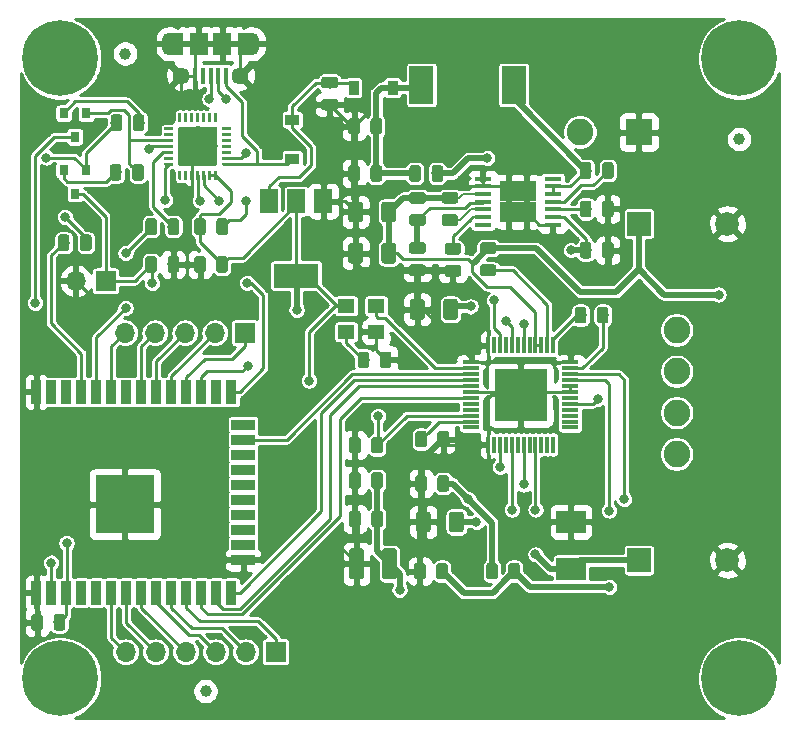
<source format=gbr>
G04 #@! TF.GenerationSoftware,KiCad,Pcbnew,5.1.4-e60b266~84~ubuntu18.04.1*
G04 #@! TF.CreationDate,2020-01-24T11:28:00-03:00*
G04 #@! TF.ProjectId,tecsci_dip,74656373-6369-45f6-9469-702e6b696361,v1.3*
G04 #@! TF.SameCoordinates,Original*
G04 #@! TF.FileFunction,Copper,L1,Top*
G04 #@! TF.FilePolarity,Positive*
%FSLAX46Y46*%
G04 Gerber Fmt 4.6, Leading zero omitted, Abs format (unit mm)*
G04 Created by KiCad (PCBNEW 5.1.4-e60b266~84~ubuntu18.04.1) date 2020-01-24 11:28:00*
%MOMM*%
%LPD*%
G04 APERTURE LIST*
%ADD10R,0.800000X0.900000*%
%ADD11R,0.900000X2.000000*%
%ADD12R,2.000000X0.900000*%
%ADD13R,5.000000X5.000000*%
%ADD14O,1.700000X1.700000*%
%ADD15R,1.700000X1.700000*%
%ADD16C,0.100000*%
%ADD17C,0.250000*%
%ADD18C,3.350000*%
%ADD19C,0.975000*%
%ADD20R,1.200000X1.900000*%
%ADD21O,1.200000X1.900000*%
%ADD22R,1.500000X1.900000*%
%ADD23C,1.450000*%
%ADD24R,0.400000X1.350000*%
%ADD25R,1.200000X0.900000*%
%ADD26R,1.500000X2.000000*%
%ADD27R,3.800000X2.000000*%
%ADD28R,1.400000X1.200000*%
%ADD29C,1.000000*%
%ADD30C,2.250000*%
%ADD31C,2.000000*%
%ADD32R,2.000000X2.000000*%
%ADD33R,1.500000X1.800000*%
%ADD34R,1.450000X0.450000*%
%ADD35C,1.250000*%
%ADD36C,0.800000*%
%ADD37C,6.400000*%
%ADD38R,4.450000X4.450000*%
%ADD39R,0.300000X1.450000*%
%ADD40R,1.450000X0.300000*%
%ADD41R,0.900000X1.200000*%
%ADD42R,2.250000X2.250000*%
%ADD43R,2.000000X3.200000*%
%ADD44R,2.500000X1.900000*%
%ADD45C,0.250000*%
%ADD46C,0.500000*%
%ADD47C,0.200000*%
%ADD48C,0.800000*%
%ADD49C,0.254000*%
G04 APERTURE END LIST*
D10*
X61000000Y-70200000D03*
X60050000Y-68200000D03*
X61950000Y-68200000D03*
X61000000Y-65400000D03*
X60050000Y-63400000D03*
X61950000Y-63400000D03*
D11*
X57745000Y-87000000D03*
X59015000Y-87000000D03*
X60285000Y-87000000D03*
X61555000Y-87000000D03*
X62825000Y-87000000D03*
X64095000Y-87000000D03*
X65365000Y-87000000D03*
X66635000Y-87000000D03*
X67905000Y-87000000D03*
X69175000Y-87000000D03*
X70445000Y-87000000D03*
X71715000Y-87000000D03*
X72985000Y-87000000D03*
X74255000Y-87000000D03*
D12*
X75255000Y-89785000D03*
X75255000Y-91055000D03*
X75255000Y-92325000D03*
X75255000Y-93595000D03*
X75255000Y-94865000D03*
X75255000Y-96135000D03*
X75255000Y-97405000D03*
X75255000Y-98675000D03*
X75255000Y-99945000D03*
X75255000Y-101215000D03*
D11*
X74255000Y-104000000D03*
X72985000Y-104000000D03*
X71715000Y-104000000D03*
X70445000Y-104000000D03*
X69175000Y-104000000D03*
X67905000Y-104000000D03*
X66635000Y-104000000D03*
X65365000Y-104000000D03*
X64095000Y-104000000D03*
X62825000Y-104000000D03*
X61555000Y-104000000D03*
X60285000Y-104000000D03*
X59015000Y-104000000D03*
X57745000Y-104000000D03*
D13*
X65245000Y-96500000D03*
D14*
X61060000Y-77600000D03*
D15*
X63600000Y-77600000D03*
D16*
G36*
X69293626Y-67575301D02*
G01*
X69299693Y-67576201D01*
X69305643Y-67577691D01*
X69311418Y-67579758D01*
X69316962Y-67582380D01*
X69322223Y-67585533D01*
X69327150Y-67589187D01*
X69331694Y-67593306D01*
X69335813Y-67597850D01*
X69339467Y-67602777D01*
X69342620Y-67608038D01*
X69345242Y-67613582D01*
X69347309Y-67619357D01*
X69348799Y-67625307D01*
X69349699Y-67631374D01*
X69350000Y-67637500D01*
X69350000Y-67762500D01*
X69349699Y-67768626D01*
X69348799Y-67774693D01*
X69347309Y-67780643D01*
X69345242Y-67786418D01*
X69342620Y-67791962D01*
X69339467Y-67797223D01*
X69335813Y-67802150D01*
X69331694Y-67806694D01*
X69327150Y-67810813D01*
X69322223Y-67814467D01*
X69316962Y-67817620D01*
X69311418Y-67820242D01*
X69305643Y-67822309D01*
X69299693Y-67823799D01*
X69293626Y-67824699D01*
X69287500Y-67825000D01*
X68612500Y-67825000D01*
X68606374Y-67824699D01*
X68600307Y-67823799D01*
X68594357Y-67822309D01*
X68588582Y-67820242D01*
X68583038Y-67817620D01*
X68577777Y-67814467D01*
X68572850Y-67810813D01*
X68568306Y-67806694D01*
X68564187Y-67802150D01*
X68560533Y-67797223D01*
X68557380Y-67791962D01*
X68554758Y-67786418D01*
X68552691Y-67780643D01*
X68551201Y-67774693D01*
X68550301Y-67768626D01*
X68550000Y-67762500D01*
X68550000Y-67637500D01*
X68550301Y-67631374D01*
X68551201Y-67625307D01*
X68552691Y-67619357D01*
X68554758Y-67613582D01*
X68557380Y-67608038D01*
X68560533Y-67602777D01*
X68564187Y-67597850D01*
X68568306Y-67593306D01*
X68572850Y-67589187D01*
X68577777Y-67585533D01*
X68583038Y-67582380D01*
X68588582Y-67579758D01*
X68594357Y-67577691D01*
X68600307Y-67576201D01*
X68606374Y-67575301D01*
X68612500Y-67575000D01*
X69287500Y-67575000D01*
X69293626Y-67575301D01*
X69293626Y-67575301D01*
G37*
D17*
X68950000Y-67700000D03*
D16*
G36*
X69293626Y-67075301D02*
G01*
X69299693Y-67076201D01*
X69305643Y-67077691D01*
X69311418Y-67079758D01*
X69316962Y-67082380D01*
X69322223Y-67085533D01*
X69327150Y-67089187D01*
X69331694Y-67093306D01*
X69335813Y-67097850D01*
X69339467Y-67102777D01*
X69342620Y-67108038D01*
X69345242Y-67113582D01*
X69347309Y-67119357D01*
X69348799Y-67125307D01*
X69349699Y-67131374D01*
X69350000Y-67137500D01*
X69350000Y-67262500D01*
X69349699Y-67268626D01*
X69348799Y-67274693D01*
X69347309Y-67280643D01*
X69345242Y-67286418D01*
X69342620Y-67291962D01*
X69339467Y-67297223D01*
X69335813Y-67302150D01*
X69331694Y-67306694D01*
X69327150Y-67310813D01*
X69322223Y-67314467D01*
X69316962Y-67317620D01*
X69311418Y-67320242D01*
X69305643Y-67322309D01*
X69299693Y-67323799D01*
X69293626Y-67324699D01*
X69287500Y-67325000D01*
X68612500Y-67325000D01*
X68606374Y-67324699D01*
X68600307Y-67323799D01*
X68594357Y-67322309D01*
X68588582Y-67320242D01*
X68583038Y-67317620D01*
X68577777Y-67314467D01*
X68572850Y-67310813D01*
X68568306Y-67306694D01*
X68564187Y-67302150D01*
X68560533Y-67297223D01*
X68557380Y-67291962D01*
X68554758Y-67286418D01*
X68552691Y-67280643D01*
X68551201Y-67274693D01*
X68550301Y-67268626D01*
X68550000Y-67262500D01*
X68550000Y-67137500D01*
X68550301Y-67131374D01*
X68551201Y-67125307D01*
X68552691Y-67119357D01*
X68554758Y-67113582D01*
X68557380Y-67108038D01*
X68560533Y-67102777D01*
X68564187Y-67097850D01*
X68568306Y-67093306D01*
X68572850Y-67089187D01*
X68577777Y-67085533D01*
X68583038Y-67082380D01*
X68588582Y-67079758D01*
X68594357Y-67077691D01*
X68600307Y-67076201D01*
X68606374Y-67075301D01*
X68612500Y-67075000D01*
X69287500Y-67075000D01*
X69293626Y-67075301D01*
X69293626Y-67075301D01*
G37*
D17*
X68950000Y-67200000D03*
D16*
G36*
X69293626Y-66575301D02*
G01*
X69299693Y-66576201D01*
X69305643Y-66577691D01*
X69311418Y-66579758D01*
X69316962Y-66582380D01*
X69322223Y-66585533D01*
X69327150Y-66589187D01*
X69331694Y-66593306D01*
X69335813Y-66597850D01*
X69339467Y-66602777D01*
X69342620Y-66608038D01*
X69345242Y-66613582D01*
X69347309Y-66619357D01*
X69348799Y-66625307D01*
X69349699Y-66631374D01*
X69350000Y-66637500D01*
X69350000Y-66762500D01*
X69349699Y-66768626D01*
X69348799Y-66774693D01*
X69347309Y-66780643D01*
X69345242Y-66786418D01*
X69342620Y-66791962D01*
X69339467Y-66797223D01*
X69335813Y-66802150D01*
X69331694Y-66806694D01*
X69327150Y-66810813D01*
X69322223Y-66814467D01*
X69316962Y-66817620D01*
X69311418Y-66820242D01*
X69305643Y-66822309D01*
X69299693Y-66823799D01*
X69293626Y-66824699D01*
X69287500Y-66825000D01*
X68612500Y-66825000D01*
X68606374Y-66824699D01*
X68600307Y-66823799D01*
X68594357Y-66822309D01*
X68588582Y-66820242D01*
X68583038Y-66817620D01*
X68577777Y-66814467D01*
X68572850Y-66810813D01*
X68568306Y-66806694D01*
X68564187Y-66802150D01*
X68560533Y-66797223D01*
X68557380Y-66791962D01*
X68554758Y-66786418D01*
X68552691Y-66780643D01*
X68551201Y-66774693D01*
X68550301Y-66768626D01*
X68550000Y-66762500D01*
X68550000Y-66637500D01*
X68550301Y-66631374D01*
X68551201Y-66625307D01*
X68552691Y-66619357D01*
X68554758Y-66613582D01*
X68557380Y-66608038D01*
X68560533Y-66602777D01*
X68564187Y-66597850D01*
X68568306Y-66593306D01*
X68572850Y-66589187D01*
X68577777Y-66585533D01*
X68583038Y-66582380D01*
X68588582Y-66579758D01*
X68594357Y-66577691D01*
X68600307Y-66576201D01*
X68606374Y-66575301D01*
X68612500Y-66575000D01*
X69287500Y-66575000D01*
X69293626Y-66575301D01*
X69293626Y-66575301D01*
G37*
D17*
X68950000Y-66700000D03*
D16*
G36*
X69293626Y-66075301D02*
G01*
X69299693Y-66076201D01*
X69305643Y-66077691D01*
X69311418Y-66079758D01*
X69316962Y-66082380D01*
X69322223Y-66085533D01*
X69327150Y-66089187D01*
X69331694Y-66093306D01*
X69335813Y-66097850D01*
X69339467Y-66102777D01*
X69342620Y-66108038D01*
X69345242Y-66113582D01*
X69347309Y-66119357D01*
X69348799Y-66125307D01*
X69349699Y-66131374D01*
X69350000Y-66137500D01*
X69350000Y-66262500D01*
X69349699Y-66268626D01*
X69348799Y-66274693D01*
X69347309Y-66280643D01*
X69345242Y-66286418D01*
X69342620Y-66291962D01*
X69339467Y-66297223D01*
X69335813Y-66302150D01*
X69331694Y-66306694D01*
X69327150Y-66310813D01*
X69322223Y-66314467D01*
X69316962Y-66317620D01*
X69311418Y-66320242D01*
X69305643Y-66322309D01*
X69299693Y-66323799D01*
X69293626Y-66324699D01*
X69287500Y-66325000D01*
X68612500Y-66325000D01*
X68606374Y-66324699D01*
X68600307Y-66323799D01*
X68594357Y-66322309D01*
X68588582Y-66320242D01*
X68583038Y-66317620D01*
X68577777Y-66314467D01*
X68572850Y-66310813D01*
X68568306Y-66306694D01*
X68564187Y-66302150D01*
X68560533Y-66297223D01*
X68557380Y-66291962D01*
X68554758Y-66286418D01*
X68552691Y-66280643D01*
X68551201Y-66274693D01*
X68550301Y-66268626D01*
X68550000Y-66262500D01*
X68550000Y-66137500D01*
X68550301Y-66131374D01*
X68551201Y-66125307D01*
X68552691Y-66119357D01*
X68554758Y-66113582D01*
X68557380Y-66108038D01*
X68560533Y-66102777D01*
X68564187Y-66097850D01*
X68568306Y-66093306D01*
X68572850Y-66089187D01*
X68577777Y-66085533D01*
X68583038Y-66082380D01*
X68588582Y-66079758D01*
X68594357Y-66077691D01*
X68600307Y-66076201D01*
X68606374Y-66075301D01*
X68612500Y-66075000D01*
X69287500Y-66075000D01*
X69293626Y-66075301D01*
X69293626Y-66075301D01*
G37*
D17*
X68950000Y-66200000D03*
D16*
G36*
X69293626Y-65575301D02*
G01*
X69299693Y-65576201D01*
X69305643Y-65577691D01*
X69311418Y-65579758D01*
X69316962Y-65582380D01*
X69322223Y-65585533D01*
X69327150Y-65589187D01*
X69331694Y-65593306D01*
X69335813Y-65597850D01*
X69339467Y-65602777D01*
X69342620Y-65608038D01*
X69345242Y-65613582D01*
X69347309Y-65619357D01*
X69348799Y-65625307D01*
X69349699Y-65631374D01*
X69350000Y-65637500D01*
X69350000Y-65762500D01*
X69349699Y-65768626D01*
X69348799Y-65774693D01*
X69347309Y-65780643D01*
X69345242Y-65786418D01*
X69342620Y-65791962D01*
X69339467Y-65797223D01*
X69335813Y-65802150D01*
X69331694Y-65806694D01*
X69327150Y-65810813D01*
X69322223Y-65814467D01*
X69316962Y-65817620D01*
X69311418Y-65820242D01*
X69305643Y-65822309D01*
X69299693Y-65823799D01*
X69293626Y-65824699D01*
X69287500Y-65825000D01*
X68612500Y-65825000D01*
X68606374Y-65824699D01*
X68600307Y-65823799D01*
X68594357Y-65822309D01*
X68588582Y-65820242D01*
X68583038Y-65817620D01*
X68577777Y-65814467D01*
X68572850Y-65810813D01*
X68568306Y-65806694D01*
X68564187Y-65802150D01*
X68560533Y-65797223D01*
X68557380Y-65791962D01*
X68554758Y-65786418D01*
X68552691Y-65780643D01*
X68551201Y-65774693D01*
X68550301Y-65768626D01*
X68550000Y-65762500D01*
X68550000Y-65637500D01*
X68550301Y-65631374D01*
X68551201Y-65625307D01*
X68552691Y-65619357D01*
X68554758Y-65613582D01*
X68557380Y-65608038D01*
X68560533Y-65602777D01*
X68564187Y-65597850D01*
X68568306Y-65593306D01*
X68572850Y-65589187D01*
X68577777Y-65585533D01*
X68583038Y-65582380D01*
X68588582Y-65579758D01*
X68594357Y-65577691D01*
X68600307Y-65576201D01*
X68606374Y-65575301D01*
X68612500Y-65575000D01*
X69287500Y-65575000D01*
X69293626Y-65575301D01*
X69293626Y-65575301D01*
G37*
D17*
X68950000Y-65700000D03*
D16*
G36*
X69293626Y-65075301D02*
G01*
X69299693Y-65076201D01*
X69305643Y-65077691D01*
X69311418Y-65079758D01*
X69316962Y-65082380D01*
X69322223Y-65085533D01*
X69327150Y-65089187D01*
X69331694Y-65093306D01*
X69335813Y-65097850D01*
X69339467Y-65102777D01*
X69342620Y-65108038D01*
X69345242Y-65113582D01*
X69347309Y-65119357D01*
X69348799Y-65125307D01*
X69349699Y-65131374D01*
X69350000Y-65137500D01*
X69350000Y-65262500D01*
X69349699Y-65268626D01*
X69348799Y-65274693D01*
X69347309Y-65280643D01*
X69345242Y-65286418D01*
X69342620Y-65291962D01*
X69339467Y-65297223D01*
X69335813Y-65302150D01*
X69331694Y-65306694D01*
X69327150Y-65310813D01*
X69322223Y-65314467D01*
X69316962Y-65317620D01*
X69311418Y-65320242D01*
X69305643Y-65322309D01*
X69299693Y-65323799D01*
X69293626Y-65324699D01*
X69287500Y-65325000D01*
X68612500Y-65325000D01*
X68606374Y-65324699D01*
X68600307Y-65323799D01*
X68594357Y-65322309D01*
X68588582Y-65320242D01*
X68583038Y-65317620D01*
X68577777Y-65314467D01*
X68572850Y-65310813D01*
X68568306Y-65306694D01*
X68564187Y-65302150D01*
X68560533Y-65297223D01*
X68557380Y-65291962D01*
X68554758Y-65286418D01*
X68552691Y-65280643D01*
X68551201Y-65274693D01*
X68550301Y-65268626D01*
X68550000Y-65262500D01*
X68550000Y-65137500D01*
X68550301Y-65131374D01*
X68551201Y-65125307D01*
X68552691Y-65119357D01*
X68554758Y-65113582D01*
X68557380Y-65108038D01*
X68560533Y-65102777D01*
X68564187Y-65097850D01*
X68568306Y-65093306D01*
X68572850Y-65089187D01*
X68577777Y-65085533D01*
X68583038Y-65082380D01*
X68588582Y-65079758D01*
X68594357Y-65077691D01*
X68600307Y-65076201D01*
X68606374Y-65075301D01*
X68612500Y-65075000D01*
X69287500Y-65075000D01*
X69293626Y-65075301D01*
X69293626Y-65075301D01*
G37*
D17*
X68950000Y-65200000D03*
D16*
G36*
X69293626Y-64575301D02*
G01*
X69299693Y-64576201D01*
X69305643Y-64577691D01*
X69311418Y-64579758D01*
X69316962Y-64582380D01*
X69322223Y-64585533D01*
X69327150Y-64589187D01*
X69331694Y-64593306D01*
X69335813Y-64597850D01*
X69339467Y-64602777D01*
X69342620Y-64608038D01*
X69345242Y-64613582D01*
X69347309Y-64619357D01*
X69348799Y-64625307D01*
X69349699Y-64631374D01*
X69350000Y-64637500D01*
X69350000Y-64762500D01*
X69349699Y-64768626D01*
X69348799Y-64774693D01*
X69347309Y-64780643D01*
X69345242Y-64786418D01*
X69342620Y-64791962D01*
X69339467Y-64797223D01*
X69335813Y-64802150D01*
X69331694Y-64806694D01*
X69327150Y-64810813D01*
X69322223Y-64814467D01*
X69316962Y-64817620D01*
X69311418Y-64820242D01*
X69305643Y-64822309D01*
X69299693Y-64823799D01*
X69293626Y-64824699D01*
X69287500Y-64825000D01*
X68612500Y-64825000D01*
X68606374Y-64824699D01*
X68600307Y-64823799D01*
X68594357Y-64822309D01*
X68588582Y-64820242D01*
X68583038Y-64817620D01*
X68577777Y-64814467D01*
X68572850Y-64810813D01*
X68568306Y-64806694D01*
X68564187Y-64802150D01*
X68560533Y-64797223D01*
X68557380Y-64791962D01*
X68554758Y-64786418D01*
X68552691Y-64780643D01*
X68551201Y-64774693D01*
X68550301Y-64768626D01*
X68550000Y-64762500D01*
X68550000Y-64637500D01*
X68550301Y-64631374D01*
X68551201Y-64625307D01*
X68552691Y-64619357D01*
X68554758Y-64613582D01*
X68557380Y-64608038D01*
X68560533Y-64602777D01*
X68564187Y-64597850D01*
X68568306Y-64593306D01*
X68572850Y-64589187D01*
X68577777Y-64585533D01*
X68583038Y-64582380D01*
X68588582Y-64579758D01*
X68594357Y-64577691D01*
X68600307Y-64576201D01*
X68606374Y-64575301D01*
X68612500Y-64575000D01*
X69287500Y-64575000D01*
X69293626Y-64575301D01*
X69293626Y-64575301D01*
G37*
D17*
X68950000Y-64700000D03*
D16*
G36*
X69968626Y-63350301D02*
G01*
X69974693Y-63351201D01*
X69980643Y-63352691D01*
X69986418Y-63354758D01*
X69991962Y-63357380D01*
X69997223Y-63360533D01*
X70002150Y-63364187D01*
X70006694Y-63368306D01*
X70010813Y-63372850D01*
X70014467Y-63377777D01*
X70017620Y-63383038D01*
X70020242Y-63388582D01*
X70022309Y-63394357D01*
X70023799Y-63400307D01*
X70024699Y-63406374D01*
X70025000Y-63412500D01*
X70025000Y-64087500D01*
X70024699Y-64093626D01*
X70023799Y-64099693D01*
X70022309Y-64105643D01*
X70020242Y-64111418D01*
X70017620Y-64116962D01*
X70014467Y-64122223D01*
X70010813Y-64127150D01*
X70006694Y-64131694D01*
X70002150Y-64135813D01*
X69997223Y-64139467D01*
X69991962Y-64142620D01*
X69986418Y-64145242D01*
X69980643Y-64147309D01*
X69974693Y-64148799D01*
X69968626Y-64149699D01*
X69962500Y-64150000D01*
X69837500Y-64150000D01*
X69831374Y-64149699D01*
X69825307Y-64148799D01*
X69819357Y-64147309D01*
X69813582Y-64145242D01*
X69808038Y-64142620D01*
X69802777Y-64139467D01*
X69797850Y-64135813D01*
X69793306Y-64131694D01*
X69789187Y-64127150D01*
X69785533Y-64122223D01*
X69782380Y-64116962D01*
X69779758Y-64111418D01*
X69777691Y-64105643D01*
X69776201Y-64099693D01*
X69775301Y-64093626D01*
X69775000Y-64087500D01*
X69775000Y-63412500D01*
X69775301Y-63406374D01*
X69776201Y-63400307D01*
X69777691Y-63394357D01*
X69779758Y-63388582D01*
X69782380Y-63383038D01*
X69785533Y-63377777D01*
X69789187Y-63372850D01*
X69793306Y-63368306D01*
X69797850Y-63364187D01*
X69802777Y-63360533D01*
X69808038Y-63357380D01*
X69813582Y-63354758D01*
X69819357Y-63352691D01*
X69825307Y-63351201D01*
X69831374Y-63350301D01*
X69837500Y-63350000D01*
X69962500Y-63350000D01*
X69968626Y-63350301D01*
X69968626Y-63350301D01*
G37*
D17*
X69900000Y-63750000D03*
D16*
G36*
X70468626Y-63350301D02*
G01*
X70474693Y-63351201D01*
X70480643Y-63352691D01*
X70486418Y-63354758D01*
X70491962Y-63357380D01*
X70497223Y-63360533D01*
X70502150Y-63364187D01*
X70506694Y-63368306D01*
X70510813Y-63372850D01*
X70514467Y-63377777D01*
X70517620Y-63383038D01*
X70520242Y-63388582D01*
X70522309Y-63394357D01*
X70523799Y-63400307D01*
X70524699Y-63406374D01*
X70525000Y-63412500D01*
X70525000Y-64087500D01*
X70524699Y-64093626D01*
X70523799Y-64099693D01*
X70522309Y-64105643D01*
X70520242Y-64111418D01*
X70517620Y-64116962D01*
X70514467Y-64122223D01*
X70510813Y-64127150D01*
X70506694Y-64131694D01*
X70502150Y-64135813D01*
X70497223Y-64139467D01*
X70491962Y-64142620D01*
X70486418Y-64145242D01*
X70480643Y-64147309D01*
X70474693Y-64148799D01*
X70468626Y-64149699D01*
X70462500Y-64150000D01*
X70337500Y-64150000D01*
X70331374Y-64149699D01*
X70325307Y-64148799D01*
X70319357Y-64147309D01*
X70313582Y-64145242D01*
X70308038Y-64142620D01*
X70302777Y-64139467D01*
X70297850Y-64135813D01*
X70293306Y-64131694D01*
X70289187Y-64127150D01*
X70285533Y-64122223D01*
X70282380Y-64116962D01*
X70279758Y-64111418D01*
X70277691Y-64105643D01*
X70276201Y-64099693D01*
X70275301Y-64093626D01*
X70275000Y-64087500D01*
X70275000Y-63412500D01*
X70275301Y-63406374D01*
X70276201Y-63400307D01*
X70277691Y-63394357D01*
X70279758Y-63388582D01*
X70282380Y-63383038D01*
X70285533Y-63377777D01*
X70289187Y-63372850D01*
X70293306Y-63368306D01*
X70297850Y-63364187D01*
X70302777Y-63360533D01*
X70308038Y-63357380D01*
X70313582Y-63354758D01*
X70319357Y-63352691D01*
X70325307Y-63351201D01*
X70331374Y-63350301D01*
X70337500Y-63350000D01*
X70462500Y-63350000D01*
X70468626Y-63350301D01*
X70468626Y-63350301D01*
G37*
D17*
X70400000Y-63750000D03*
D16*
G36*
X70968626Y-63350301D02*
G01*
X70974693Y-63351201D01*
X70980643Y-63352691D01*
X70986418Y-63354758D01*
X70991962Y-63357380D01*
X70997223Y-63360533D01*
X71002150Y-63364187D01*
X71006694Y-63368306D01*
X71010813Y-63372850D01*
X71014467Y-63377777D01*
X71017620Y-63383038D01*
X71020242Y-63388582D01*
X71022309Y-63394357D01*
X71023799Y-63400307D01*
X71024699Y-63406374D01*
X71025000Y-63412500D01*
X71025000Y-64087500D01*
X71024699Y-64093626D01*
X71023799Y-64099693D01*
X71022309Y-64105643D01*
X71020242Y-64111418D01*
X71017620Y-64116962D01*
X71014467Y-64122223D01*
X71010813Y-64127150D01*
X71006694Y-64131694D01*
X71002150Y-64135813D01*
X70997223Y-64139467D01*
X70991962Y-64142620D01*
X70986418Y-64145242D01*
X70980643Y-64147309D01*
X70974693Y-64148799D01*
X70968626Y-64149699D01*
X70962500Y-64150000D01*
X70837500Y-64150000D01*
X70831374Y-64149699D01*
X70825307Y-64148799D01*
X70819357Y-64147309D01*
X70813582Y-64145242D01*
X70808038Y-64142620D01*
X70802777Y-64139467D01*
X70797850Y-64135813D01*
X70793306Y-64131694D01*
X70789187Y-64127150D01*
X70785533Y-64122223D01*
X70782380Y-64116962D01*
X70779758Y-64111418D01*
X70777691Y-64105643D01*
X70776201Y-64099693D01*
X70775301Y-64093626D01*
X70775000Y-64087500D01*
X70775000Y-63412500D01*
X70775301Y-63406374D01*
X70776201Y-63400307D01*
X70777691Y-63394357D01*
X70779758Y-63388582D01*
X70782380Y-63383038D01*
X70785533Y-63377777D01*
X70789187Y-63372850D01*
X70793306Y-63368306D01*
X70797850Y-63364187D01*
X70802777Y-63360533D01*
X70808038Y-63357380D01*
X70813582Y-63354758D01*
X70819357Y-63352691D01*
X70825307Y-63351201D01*
X70831374Y-63350301D01*
X70837500Y-63350000D01*
X70962500Y-63350000D01*
X70968626Y-63350301D01*
X70968626Y-63350301D01*
G37*
D17*
X70900000Y-63750000D03*
D16*
G36*
X71468626Y-63350301D02*
G01*
X71474693Y-63351201D01*
X71480643Y-63352691D01*
X71486418Y-63354758D01*
X71491962Y-63357380D01*
X71497223Y-63360533D01*
X71502150Y-63364187D01*
X71506694Y-63368306D01*
X71510813Y-63372850D01*
X71514467Y-63377777D01*
X71517620Y-63383038D01*
X71520242Y-63388582D01*
X71522309Y-63394357D01*
X71523799Y-63400307D01*
X71524699Y-63406374D01*
X71525000Y-63412500D01*
X71525000Y-64087500D01*
X71524699Y-64093626D01*
X71523799Y-64099693D01*
X71522309Y-64105643D01*
X71520242Y-64111418D01*
X71517620Y-64116962D01*
X71514467Y-64122223D01*
X71510813Y-64127150D01*
X71506694Y-64131694D01*
X71502150Y-64135813D01*
X71497223Y-64139467D01*
X71491962Y-64142620D01*
X71486418Y-64145242D01*
X71480643Y-64147309D01*
X71474693Y-64148799D01*
X71468626Y-64149699D01*
X71462500Y-64150000D01*
X71337500Y-64150000D01*
X71331374Y-64149699D01*
X71325307Y-64148799D01*
X71319357Y-64147309D01*
X71313582Y-64145242D01*
X71308038Y-64142620D01*
X71302777Y-64139467D01*
X71297850Y-64135813D01*
X71293306Y-64131694D01*
X71289187Y-64127150D01*
X71285533Y-64122223D01*
X71282380Y-64116962D01*
X71279758Y-64111418D01*
X71277691Y-64105643D01*
X71276201Y-64099693D01*
X71275301Y-64093626D01*
X71275000Y-64087500D01*
X71275000Y-63412500D01*
X71275301Y-63406374D01*
X71276201Y-63400307D01*
X71277691Y-63394357D01*
X71279758Y-63388582D01*
X71282380Y-63383038D01*
X71285533Y-63377777D01*
X71289187Y-63372850D01*
X71293306Y-63368306D01*
X71297850Y-63364187D01*
X71302777Y-63360533D01*
X71308038Y-63357380D01*
X71313582Y-63354758D01*
X71319357Y-63352691D01*
X71325307Y-63351201D01*
X71331374Y-63350301D01*
X71337500Y-63350000D01*
X71462500Y-63350000D01*
X71468626Y-63350301D01*
X71468626Y-63350301D01*
G37*
D17*
X71400000Y-63750000D03*
D16*
G36*
X71968626Y-63350301D02*
G01*
X71974693Y-63351201D01*
X71980643Y-63352691D01*
X71986418Y-63354758D01*
X71991962Y-63357380D01*
X71997223Y-63360533D01*
X72002150Y-63364187D01*
X72006694Y-63368306D01*
X72010813Y-63372850D01*
X72014467Y-63377777D01*
X72017620Y-63383038D01*
X72020242Y-63388582D01*
X72022309Y-63394357D01*
X72023799Y-63400307D01*
X72024699Y-63406374D01*
X72025000Y-63412500D01*
X72025000Y-64087500D01*
X72024699Y-64093626D01*
X72023799Y-64099693D01*
X72022309Y-64105643D01*
X72020242Y-64111418D01*
X72017620Y-64116962D01*
X72014467Y-64122223D01*
X72010813Y-64127150D01*
X72006694Y-64131694D01*
X72002150Y-64135813D01*
X71997223Y-64139467D01*
X71991962Y-64142620D01*
X71986418Y-64145242D01*
X71980643Y-64147309D01*
X71974693Y-64148799D01*
X71968626Y-64149699D01*
X71962500Y-64150000D01*
X71837500Y-64150000D01*
X71831374Y-64149699D01*
X71825307Y-64148799D01*
X71819357Y-64147309D01*
X71813582Y-64145242D01*
X71808038Y-64142620D01*
X71802777Y-64139467D01*
X71797850Y-64135813D01*
X71793306Y-64131694D01*
X71789187Y-64127150D01*
X71785533Y-64122223D01*
X71782380Y-64116962D01*
X71779758Y-64111418D01*
X71777691Y-64105643D01*
X71776201Y-64099693D01*
X71775301Y-64093626D01*
X71775000Y-64087500D01*
X71775000Y-63412500D01*
X71775301Y-63406374D01*
X71776201Y-63400307D01*
X71777691Y-63394357D01*
X71779758Y-63388582D01*
X71782380Y-63383038D01*
X71785533Y-63377777D01*
X71789187Y-63372850D01*
X71793306Y-63368306D01*
X71797850Y-63364187D01*
X71802777Y-63360533D01*
X71808038Y-63357380D01*
X71813582Y-63354758D01*
X71819357Y-63352691D01*
X71825307Y-63351201D01*
X71831374Y-63350301D01*
X71837500Y-63350000D01*
X71962500Y-63350000D01*
X71968626Y-63350301D01*
X71968626Y-63350301D01*
G37*
D17*
X71900000Y-63750000D03*
D16*
G36*
X72468626Y-63350301D02*
G01*
X72474693Y-63351201D01*
X72480643Y-63352691D01*
X72486418Y-63354758D01*
X72491962Y-63357380D01*
X72497223Y-63360533D01*
X72502150Y-63364187D01*
X72506694Y-63368306D01*
X72510813Y-63372850D01*
X72514467Y-63377777D01*
X72517620Y-63383038D01*
X72520242Y-63388582D01*
X72522309Y-63394357D01*
X72523799Y-63400307D01*
X72524699Y-63406374D01*
X72525000Y-63412500D01*
X72525000Y-64087500D01*
X72524699Y-64093626D01*
X72523799Y-64099693D01*
X72522309Y-64105643D01*
X72520242Y-64111418D01*
X72517620Y-64116962D01*
X72514467Y-64122223D01*
X72510813Y-64127150D01*
X72506694Y-64131694D01*
X72502150Y-64135813D01*
X72497223Y-64139467D01*
X72491962Y-64142620D01*
X72486418Y-64145242D01*
X72480643Y-64147309D01*
X72474693Y-64148799D01*
X72468626Y-64149699D01*
X72462500Y-64150000D01*
X72337500Y-64150000D01*
X72331374Y-64149699D01*
X72325307Y-64148799D01*
X72319357Y-64147309D01*
X72313582Y-64145242D01*
X72308038Y-64142620D01*
X72302777Y-64139467D01*
X72297850Y-64135813D01*
X72293306Y-64131694D01*
X72289187Y-64127150D01*
X72285533Y-64122223D01*
X72282380Y-64116962D01*
X72279758Y-64111418D01*
X72277691Y-64105643D01*
X72276201Y-64099693D01*
X72275301Y-64093626D01*
X72275000Y-64087500D01*
X72275000Y-63412500D01*
X72275301Y-63406374D01*
X72276201Y-63400307D01*
X72277691Y-63394357D01*
X72279758Y-63388582D01*
X72282380Y-63383038D01*
X72285533Y-63377777D01*
X72289187Y-63372850D01*
X72293306Y-63368306D01*
X72297850Y-63364187D01*
X72302777Y-63360533D01*
X72308038Y-63357380D01*
X72313582Y-63354758D01*
X72319357Y-63352691D01*
X72325307Y-63351201D01*
X72331374Y-63350301D01*
X72337500Y-63350000D01*
X72462500Y-63350000D01*
X72468626Y-63350301D01*
X72468626Y-63350301D01*
G37*
D17*
X72400000Y-63750000D03*
D16*
G36*
X72968626Y-63350301D02*
G01*
X72974693Y-63351201D01*
X72980643Y-63352691D01*
X72986418Y-63354758D01*
X72991962Y-63357380D01*
X72997223Y-63360533D01*
X73002150Y-63364187D01*
X73006694Y-63368306D01*
X73010813Y-63372850D01*
X73014467Y-63377777D01*
X73017620Y-63383038D01*
X73020242Y-63388582D01*
X73022309Y-63394357D01*
X73023799Y-63400307D01*
X73024699Y-63406374D01*
X73025000Y-63412500D01*
X73025000Y-64087500D01*
X73024699Y-64093626D01*
X73023799Y-64099693D01*
X73022309Y-64105643D01*
X73020242Y-64111418D01*
X73017620Y-64116962D01*
X73014467Y-64122223D01*
X73010813Y-64127150D01*
X73006694Y-64131694D01*
X73002150Y-64135813D01*
X72997223Y-64139467D01*
X72991962Y-64142620D01*
X72986418Y-64145242D01*
X72980643Y-64147309D01*
X72974693Y-64148799D01*
X72968626Y-64149699D01*
X72962500Y-64150000D01*
X72837500Y-64150000D01*
X72831374Y-64149699D01*
X72825307Y-64148799D01*
X72819357Y-64147309D01*
X72813582Y-64145242D01*
X72808038Y-64142620D01*
X72802777Y-64139467D01*
X72797850Y-64135813D01*
X72793306Y-64131694D01*
X72789187Y-64127150D01*
X72785533Y-64122223D01*
X72782380Y-64116962D01*
X72779758Y-64111418D01*
X72777691Y-64105643D01*
X72776201Y-64099693D01*
X72775301Y-64093626D01*
X72775000Y-64087500D01*
X72775000Y-63412500D01*
X72775301Y-63406374D01*
X72776201Y-63400307D01*
X72777691Y-63394357D01*
X72779758Y-63388582D01*
X72782380Y-63383038D01*
X72785533Y-63377777D01*
X72789187Y-63372850D01*
X72793306Y-63368306D01*
X72797850Y-63364187D01*
X72802777Y-63360533D01*
X72808038Y-63357380D01*
X72813582Y-63354758D01*
X72819357Y-63352691D01*
X72825307Y-63351201D01*
X72831374Y-63350301D01*
X72837500Y-63350000D01*
X72962500Y-63350000D01*
X72968626Y-63350301D01*
X72968626Y-63350301D01*
G37*
D17*
X72900000Y-63750000D03*
D16*
G36*
X74193626Y-64575301D02*
G01*
X74199693Y-64576201D01*
X74205643Y-64577691D01*
X74211418Y-64579758D01*
X74216962Y-64582380D01*
X74222223Y-64585533D01*
X74227150Y-64589187D01*
X74231694Y-64593306D01*
X74235813Y-64597850D01*
X74239467Y-64602777D01*
X74242620Y-64608038D01*
X74245242Y-64613582D01*
X74247309Y-64619357D01*
X74248799Y-64625307D01*
X74249699Y-64631374D01*
X74250000Y-64637500D01*
X74250000Y-64762500D01*
X74249699Y-64768626D01*
X74248799Y-64774693D01*
X74247309Y-64780643D01*
X74245242Y-64786418D01*
X74242620Y-64791962D01*
X74239467Y-64797223D01*
X74235813Y-64802150D01*
X74231694Y-64806694D01*
X74227150Y-64810813D01*
X74222223Y-64814467D01*
X74216962Y-64817620D01*
X74211418Y-64820242D01*
X74205643Y-64822309D01*
X74199693Y-64823799D01*
X74193626Y-64824699D01*
X74187500Y-64825000D01*
X73512500Y-64825000D01*
X73506374Y-64824699D01*
X73500307Y-64823799D01*
X73494357Y-64822309D01*
X73488582Y-64820242D01*
X73483038Y-64817620D01*
X73477777Y-64814467D01*
X73472850Y-64810813D01*
X73468306Y-64806694D01*
X73464187Y-64802150D01*
X73460533Y-64797223D01*
X73457380Y-64791962D01*
X73454758Y-64786418D01*
X73452691Y-64780643D01*
X73451201Y-64774693D01*
X73450301Y-64768626D01*
X73450000Y-64762500D01*
X73450000Y-64637500D01*
X73450301Y-64631374D01*
X73451201Y-64625307D01*
X73452691Y-64619357D01*
X73454758Y-64613582D01*
X73457380Y-64608038D01*
X73460533Y-64602777D01*
X73464187Y-64597850D01*
X73468306Y-64593306D01*
X73472850Y-64589187D01*
X73477777Y-64585533D01*
X73483038Y-64582380D01*
X73488582Y-64579758D01*
X73494357Y-64577691D01*
X73500307Y-64576201D01*
X73506374Y-64575301D01*
X73512500Y-64575000D01*
X74187500Y-64575000D01*
X74193626Y-64575301D01*
X74193626Y-64575301D01*
G37*
D17*
X73850000Y-64700000D03*
D16*
G36*
X74193626Y-65075301D02*
G01*
X74199693Y-65076201D01*
X74205643Y-65077691D01*
X74211418Y-65079758D01*
X74216962Y-65082380D01*
X74222223Y-65085533D01*
X74227150Y-65089187D01*
X74231694Y-65093306D01*
X74235813Y-65097850D01*
X74239467Y-65102777D01*
X74242620Y-65108038D01*
X74245242Y-65113582D01*
X74247309Y-65119357D01*
X74248799Y-65125307D01*
X74249699Y-65131374D01*
X74250000Y-65137500D01*
X74250000Y-65262500D01*
X74249699Y-65268626D01*
X74248799Y-65274693D01*
X74247309Y-65280643D01*
X74245242Y-65286418D01*
X74242620Y-65291962D01*
X74239467Y-65297223D01*
X74235813Y-65302150D01*
X74231694Y-65306694D01*
X74227150Y-65310813D01*
X74222223Y-65314467D01*
X74216962Y-65317620D01*
X74211418Y-65320242D01*
X74205643Y-65322309D01*
X74199693Y-65323799D01*
X74193626Y-65324699D01*
X74187500Y-65325000D01*
X73512500Y-65325000D01*
X73506374Y-65324699D01*
X73500307Y-65323799D01*
X73494357Y-65322309D01*
X73488582Y-65320242D01*
X73483038Y-65317620D01*
X73477777Y-65314467D01*
X73472850Y-65310813D01*
X73468306Y-65306694D01*
X73464187Y-65302150D01*
X73460533Y-65297223D01*
X73457380Y-65291962D01*
X73454758Y-65286418D01*
X73452691Y-65280643D01*
X73451201Y-65274693D01*
X73450301Y-65268626D01*
X73450000Y-65262500D01*
X73450000Y-65137500D01*
X73450301Y-65131374D01*
X73451201Y-65125307D01*
X73452691Y-65119357D01*
X73454758Y-65113582D01*
X73457380Y-65108038D01*
X73460533Y-65102777D01*
X73464187Y-65097850D01*
X73468306Y-65093306D01*
X73472850Y-65089187D01*
X73477777Y-65085533D01*
X73483038Y-65082380D01*
X73488582Y-65079758D01*
X73494357Y-65077691D01*
X73500307Y-65076201D01*
X73506374Y-65075301D01*
X73512500Y-65075000D01*
X74187500Y-65075000D01*
X74193626Y-65075301D01*
X74193626Y-65075301D01*
G37*
D17*
X73850000Y-65200000D03*
D16*
G36*
X74193626Y-65575301D02*
G01*
X74199693Y-65576201D01*
X74205643Y-65577691D01*
X74211418Y-65579758D01*
X74216962Y-65582380D01*
X74222223Y-65585533D01*
X74227150Y-65589187D01*
X74231694Y-65593306D01*
X74235813Y-65597850D01*
X74239467Y-65602777D01*
X74242620Y-65608038D01*
X74245242Y-65613582D01*
X74247309Y-65619357D01*
X74248799Y-65625307D01*
X74249699Y-65631374D01*
X74250000Y-65637500D01*
X74250000Y-65762500D01*
X74249699Y-65768626D01*
X74248799Y-65774693D01*
X74247309Y-65780643D01*
X74245242Y-65786418D01*
X74242620Y-65791962D01*
X74239467Y-65797223D01*
X74235813Y-65802150D01*
X74231694Y-65806694D01*
X74227150Y-65810813D01*
X74222223Y-65814467D01*
X74216962Y-65817620D01*
X74211418Y-65820242D01*
X74205643Y-65822309D01*
X74199693Y-65823799D01*
X74193626Y-65824699D01*
X74187500Y-65825000D01*
X73512500Y-65825000D01*
X73506374Y-65824699D01*
X73500307Y-65823799D01*
X73494357Y-65822309D01*
X73488582Y-65820242D01*
X73483038Y-65817620D01*
X73477777Y-65814467D01*
X73472850Y-65810813D01*
X73468306Y-65806694D01*
X73464187Y-65802150D01*
X73460533Y-65797223D01*
X73457380Y-65791962D01*
X73454758Y-65786418D01*
X73452691Y-65780643D01*
X73451201Y-65774693D01*
X73450301Y-65768626D01*
X73450000Y-65762500D01*
X73450000Y-65637500D01*
X73450301Y-65631374D01*
X73451201Y-65625307D01*
X73452691Y-65619357D01*
X73454758Y-65613582D01*
X73457380Y-65608038D01*
X73460533Y-65602777D01*
X73464187Y-65597850D01*
X73468306Y-65593306D01*
X73472850Y-65589187D01*
X73477777Y-65585533D01*
X73483038Y-65582380D01*
X73488582Y-65579758D01*
X73494357Y-65577691D01*
X73500307Y-65576201D01*
X73506374Y-65575301D01*
X73512500Y-65575000D01*
X74187500Y-65575000D01*
X74193626Y-65575301D01*
X74193626Y-65575301D01*
G37*
D17*
X73850000Y-65700000D03*
D16*
G36*
X74193626Y-66075301D02*
G01*
X74199693Y-66076201D01*
X74205643Y-66077691D01*
X74211418Y-66079758D01*
X74216962Y-66082380D01*
X74222223Y-66085533D01*
X74227150Y-66089187D01*
X74231694Y-66093306D01*
X74235813Y-66097850D01*
X74239467Y-66102777D01*
X74242620Y-66108038D01*
X74245242Y-66113582D01*
X74247309Y-66119357D01*
X74248799Y-66125307D01*
X74249699Y-66131374D01*
X74250000Y-66137500D01*
X74250000Y-66262500D01*
X74249699Y-66268626D01*
X74248799Y-66274693D01*
X74247309Y-66280643D01*
X74245242Y-66286418D01*
X74242620Y-66291962D01*
X74239467Y-66297223D01*
X74235813Y-66302150D01*
X74231694Y-66306694D01*
X74227150Y-66310813D01*
X74222223Y-66314467D01*
X74216962Y-66317620D01*
X74211418Y-66320242D01*
X74205643Y-66322309D01*
X74199693Y-66323799D01*
X74193626Y-66324699D01*
X74187500Y-66325000D01*
X73512500Y-66325000D01*
X73506374Y-66324699D01*
X73500307Y-66323799D01*
X73494357Y-66322309D01*
X73488582Y-66320242D01*
X73483038Y-66317620D01*
X73477777Y-66314467D01*
X73472850Y-66310813D01*
X73468306Y-66306694D01*
X73464187Y-66302150D01*
X73460533Y-66297223D01*
X73457380Y-66291962D01*
X73454758Y-66286418D01*
X73452691Y-66280643D01*
X73451201Y-66274693D01*
X73450301Y-66268626D01*
X73450000Y-66262500D01*
X73450000Y-66137500D01*
X73450301Y-66131374D01*
X73451201Y-66125307D01*
X73452691Y-66119357D01*
X73454758Y-66113582D01*
X73457380Y-66108038D01*
X73460533Y-66102777D01*
X73464187Y-66097850D01*
X73468306Y-66093306D01*
X73472850Y-66089187D01*
X73477777Y-66085533D01*
X73483038Y-66082380D01*
X73488582Y-66079758D01*
X73494357Y-66077691D01*
X73500307Y-66076201D01*
X73506374Y-66075301D01*
X73512500Y-66075000D01*
X74187500Y-66075000D01*
X74193626Y-66075301D01*
X74193626Y-66075301D01*
G37*
D17*
X73850000Y-66200000D03*
D16*
G36*
X74193626Y-66575301D02*
G01*
X74199693Y-66576201D01*
X74205643Y-66577691D01*
X74211418Y-66579758D01*
X74216962Y-66582380D01*
X74222223Y-66585533D01*
X74227150Y-66589187D01*
X74231694Y-66593306D01*
X74235813Y-66597850D01*
X74239467Y-66602777D01*
X74242620Y-66608038D01*
X74245242Y-66613582D01*
X74247309Y-66619357D01*
X74248799Y-66625307D01*
X74249699Y-66631374D01*
X74250000Y-66637500D01*
X74250000Y-66762500D01*
X74249699Y-66768626D01*
X74248799Y-66774693D01*
X74247309Y-66780643D01*
X74245242Y-66786418D01*
X74242620Y-66791962D01*
X74239467Y-66797223D01*
X74235813Y-66802150D01*
X74231694Y-66806694D01*
X74227150Y-66810813D01*
X74222223Y-66814467D01*
X74216962Y-66817620D01*
X74211418Y-66820242D01*
X74205643Y-66822309D01*
X74199693Y-66823799D01*
X74193626Y-66824699D01*
X74187500Y-66825000D01*
X73512500Y-66825000D01*
X73506374Y-66824699D01*
X73500307Y-66823799D01*
X73494357Y-66822309D01*
X73488582Y-66820242D01*
X73483038Y-66817620D01*
X73477777Y-66814467D01*
X73472850Y-66810813D01*
X73468306Y-66806694D01*
X73464187Y-66802150D01*
X73460533Y-66797223D01*
X73457380Y-66791962D01*
X73454758Y-66786418D01*
X73452691Y-66780643D01*
X73451201Y-66774693D01*
X73450301Y-66768626D01*
X73450000Y-66762500D01*
X73450000Y-66637500D01*
X73450301Y-66631374D01*
X73451201Y-66625307D01*
X73452691Y-66619357D01*
X73454758Y-66613582D01*
X73457380Y-66608038D01*
X73460533Y-66602777D01*
X73464187Y-66597850D01*
X73468306Y-66593306D01*
X73472850Y-66589187D01*
X73477777Y-66585533D01*
X73483038Y-66582380D01*
X73488582Y-66579758D01*
X73494357Y-66577691D01*
X73500307Y-66576201D01*
X73506374Y-66575301D01*
X73512500Y-66575000D01*
X74187500Y-66575000D01*
X74193626Y-66575301D01*
X74193626Y-66575301D01*
G37*
D17*
X73850000Y-66700000D03*
D16*
G36*
X74193626Y-67075301D02*
G01*
X74199693Y-67076201D01*
X74205643Y-67077691D01*
X74211418Y-67079758D01*
X74216962Y-67082380D01*
X74222223Y-67085533D01*
X74227150Y-67089187D01*
X74231694Y-67093306D01*
X74235813Y-67097850D01*
X74239467Y-67102777D01*
X74242620Y-67108038D01*
X74245242Y-67113582D01*
X74247309Y-67119357D01*
X74248799Y-67125307D01*
X74249699Y-67131374D01*
X74250000Y-67137500D01*
X74250000Y-67262500D01*
X74249699Y-67268626D01*
X74248799Y-67274693D01*
X74247309Y-67280643D01*
X74245242Y-67286418D01*
X74242620Y-67291962D01*
X74239467Y-67297223D01*
X74235813Y-67302150D01*
X74231694Y-67306694D01*
X74227150Y-67310813D01*
X74222223Y-67314467D01*
X74216962Y-67317620D01*
X74211418Y-67320242D01*
X74205643Y-67322309D01*
X74199693Y-67323799D01*
X74193626Y-67324699D01*
X74187500Y-67325000D01*
X73512500Y-67325000D01*
X73506374Y-67324699D01*
X73500307Y-67323799D01*
X73494357Y-67322309D01*
X73488582Y-67320242D01*
X73483038Y-67317620D01*
X73477777Y-67314467D01*
X73472850Y-67310813D01*
X73468306Y-67306694D01*
X73464187Y-67302150D01*
X73460533Y-67297223D01*
X73457380Y-67291962D01*
X73454758Y-67286418D01*
X73452691Y-67280643D01*
X73451201Y-67274693D01*
X73450301Y-67268626D01*
X73450000Y-67262500D01*
X73450000Y-67137500D01*
X73450301Y-67131374D01*
X73451201Y-67125307D01*
X73452691Y-67119357D01*
X73454758Y-67113582D01*
X73457380Y-67108038D01*
X73460533Y-67102777D01*
X73464187Y-67097850D01*
X73468306Y-67093306D01*
X73472850Y-67089187D01*
X73477777Y-67085533D01*
X73483038Y-67082380D01*
X73488582Y-67079758D01*
X73494357Y-67077691D01*
X73500307Y-67076201D01*
X73506374Y-67075301D01*
X73512500Y-67075000D01*
X74187500Y-67075000D01*
X74193626Y-67075301D01*
X74193626Y-67075301D01*
G37*
D17*
X73850000Y-67200000D03*
D16*
G36*
X74193626Y-67575301D02*
G01*
X74199693Y-67576201D01*
X74205643Y-67577691D01*
X74211418Y-67579758D01*
X74216962Y-67582380D01*
X74222223Y-67585533D01*
X74227150Y-67589187D01*
X74231694Y-67593306D01*
X74235813Y-67597850D01*
X74239467Y-67602777D01*
X74242620Y-67608038D01*
X74245242Y-67613582D01*
X74247309Y-67619357D01*
X74248799Y-67625307D01*
X74249699Y-67631374D01*
X74250000Y-67637500D01*
X74250000Y-67762500D01*
X74249699Y-67768626D01*
X74248799Y-67774693D01*
X74247309Y-67780643D01*
X74245242Y-67786418D01*
X74242620Y-67791962D01*
X74239467Y-67797223D01*
X74235813Y-67802150D01*
X74231694Y-67806694D01*
X74227150Y-67810813D01*
X74222223Y-67814467D01*
X74216962Y-67817620D01*
X74211418Y-67820242D01*
X74205643Y-67822309D01*
X74199693Y-67823799D01*
X74193626Y-67824699D01*
X74187500Y-67825000D01*
X73512500Y-67825000D01*
X73506374Y-67824699D01*
X73500307Y-67823799D01*
X73494357Y-67822309D01*
X73488582Y-67820242D01*
X73483038Y-67817620D01*
X73477777Y-67814467D01*
X73472850Y-67810813D01*
X73468306Y-67806694D01*
X73464187Y-67802150D01*
X73460533Y-67797223D01*
X73457380Y-67791962D01*
X73454758Y-67786418D01*
X73452691Y-67780643D01*
X73451201Y-67774693D01*
X73450301Y-67768626D01*
X73450000Y-67762500D01*
X73450000Y-67637500D01*
X73450301Y-67631374D01*
X73451201Y-67625307D01*
X73452691Y-67619357D01*
X73454758Y-67613582D01*
X73457380Y-67608038D01*
X73460533Y-67602777D01*
X73464187Y-67597850D01*
X73468306Y-67593306D01*
X73472850Y-67589187D01*
X73477777Y-67585533D01*
X73483038Y-67582380D01*
X73488582Y-67579758D01*
X73494357Y-67577691D01*
X73500307Y-67576201D01*
X73506374Y-67575301D01*
X73512500Y-67575000D01*
X74187500Y-67575000D01*
X74193626Y-67575301D01*
X74193626Y-67575301D01*
G37*
D17*
X73850000Y-67700000D03*
D16*
G36*
X72968626Y-68250301D02*
G01*
X72974693Y-68251201D01*
X72980643Y-68252691D01*
X72986418Y-68254758D01*
X72991962Y-68257380D01*
X72997223Y-68260533D01*
X73002150Y-68264187D01*
X73006694Y-68268306D01*
X73010813Y-68272850D01*
X73014467Y-68277777D01*
X73017620Y-68283038D01*
X73020242Y-68288582D01*
X73022309Y-68294357D01*
X73023799Y-68300307D01*
X73024699Y-68306374D01*
X73025000Y-68312500D01*
X73025000Y-68987500D01*
X73024699Y-68993626D01*
X73023799Y-68999693D01*
X73022309Y-69005643D01*
X73020242Y-69011418D01*
X73017620Y-69016962D01*
X73014467Y-69022223D01*
X73010813Y-69027150D01*
X73006694Y-69031694D01*
X73002150Y-69035813D01*
X72997223Y-69039467D01*
X72991962Y-69042620D01*
X72986418Y-69045242D01*
X72980643Y-69047309D01*
X72974693Y-69048799D01*
X72968626Y-69049699D01*
X72962500Y-69050000D01*
X72837500Y-69050000D01*
X72831374Y-69049699D01*
X72825307Y-69048799D01*
X72819357Y-69047309D01*
X72813582Y-69045242D01*
X72808038Y-69042620D01*
X72802777Y-69039467D01*
X72797850Y-69035813D01*
X72793306Y-69031694D01*
X72789187Y-69027150D01*
X72785533Y-69022223D01*
X72782380Y-69016962D01*
X72779758Y-69011418D01*
X72777691Y-69005643D01*
X72776201Y-68999693D01*
X72775301Y-68993626D01*
X72775000Y-68987500D01*
X72775000Y-68312500D01*
X72775301Y-68306374D01*
X72776201Y-68300307D01*
X72777691Y-68294357D01*
X72779758Y-68288582D01*
X72782380Y-68283038D01*
X72785533Y-68277777D01*
X72789187Y-68272850D01*
X72793306Y-68268306D01*
X72797850Y-68264187D01*
X72802777Y-68260533D01*
X72808038Y-68257380D01*
X72813582Y-68254758D01*
X72819357Y-68252691D01*
X72825307Y-68251201D01*
X72831374Y-68250301D01*
X72837500Y-68250000D01*
X72962500Y-68250000D01*
X72968626Y-68250301D01*
X72968626Y-68250301D01*
G37*
D17*
X72900000Y-68650000D03*
D16*
G36*
X72468626Y-68250301D02*
G01*
X72474693Y-68251201D01*
X72480643Y-68252691D01*
X72486418Y-68254758D01*
X72491962Y-68257380D01*
X72497223Y-68260533D01*
X72502150Y-68264187D01*
X72506694Y-68268306D01*
X72510813Y-68272850D01*
X72514467Y-68277777D01*
X72517620Y-68283038D01*
X72520242Y-68288582D01*
X72522309Y-68294357D01*
X72523799Y-68300307D01*
X72524699Y-68306374D01*
X72525000Y-68312500D01*
X72525000Y-68987500D01*
X72524699Y-68993626D01*
X72523799Y-68999693D01*
X72522309Y-69005643D01*
X72520242Y-69011418D01*
X72517620Y-69016962D01*
X72514467Y-69022223D01*
X72510813Y-69027150D01*
X72506694Y-69031694D01*
X72502150Y-69035813D01*
X72497223Y-69039467D01*
X72491962Y-69042620D01*
X72486418Y-69045242D01*
X72480643Y-69047309D01*
X72474693Y-69048799D01*
X72468626Y-69049699D01*
X72462500Y-69050000D01*
X72337500Y-69050000D01*
X72331374Y-69049699D01*
X72325307Y-69048799D01*
X72319357Y-69047309D01*
X72313582Y-69045242D01*
X72308038Y-69042620D01*
X72302777Y-69039467D01*
X72297850Y-69035813D01*
X72293306Y-69031694D01*
X72289187Y-69027150D01*
X72285533Y-69022223D01*
X72282380Y-69016962D01*
X72279758Y-69011418D01*
X72277691Y-69005643D01*
X72276201Y-68999693D01*
X72275301Y-68993626D01*
X72275000Y-68987500D01*
X72275000Y-68312500D01*
X72275301Y-68306374D01*
X72276201Y-68300307D01*
X72277691Y-68294357D01*
X72279758Y-68288582D01*
X72282380Y-68283038D01*
X72285533Y-68277777D01*
X72289187Y-68272850D01*
X72293306Y-68268306D01*
X72297850Y-68264187D01*
X72302777Y-68260533D01*
X72308038Y-68257380D01*
X72313582Y-68254758D01*
X72319357Y-68252691D01*
X72325307Y-68251201D01*
X72331374Y-68250301D01*
X72337500Y-68250000D01*
X72462500Y-68250000D01*
X72468626Y-68250301D01*
X72468626Y-68250301D01*
G37*
D17*
X72400000Y-68650000D03*
D16*
G36*
X71968626Y-68250301D02*
G01*
X71974693Y-68251201D01*
X71980643Y-68252691D01*
X71986418Y-68254758D01*
X71991962Y-68257380D01*
X71997223Y-68260533D01*
X72002150Y-68264187D01*
X72006694Y-68268306D01*
X72010813Y-68272850D01*
X72014467Y-68277777D01*
X72017620Y-68283038D01*
X72020242Y-68288582D01*
X72022309Y-68294357D01*
X72023799Y-68300307D01*
X72024699Y-68306374D01*
X72025000Y-68312500D01*
X72025000Y-68987500D01*
X72024699Y-68993626D01*
X72023799Y-68999693D01*
X72022309Y-69005643D01*
X72020242Y-69011418D01*
X72017620Y-69016962D01*
X72014467Y-69022223D01*
X72010813Y-69027150D01*
X72006694Y-69031694D01*
X72002150Y-69035813D01*
X71997223Y-69039467D01*
X71991962Y-69042620D01*
X71986418Y-69045242D01*
X71980643Y-69047309D01*
X71974693Y-69048799D01*
X71968626Y-69049699D01*
X71962500Y-69050000D01*
X71837500Y-69050000D01*
X71831374Y-69049699D01*
X71825307Y-69048799D01*
X71819357Y-69047309D01*
X71813582Y-69045242D01*
X71808038Y-69042620D01*
X71802777Y-69039467D01*
X71797850Y-69035813D01*
X71793306Y-69031694D01*
X71789187Y-69027150D01*
X71785533Y-69022223D01*
X71782380Y-69016962D01*
X71779758Y-69011418D01*
X71777691Y-69005643D01*
X71776201Y-68999693D01*
X71775301Y-68993626D01*
X71775000Y-68987500D01*
X71775000Y-68312500D01*
X71775301Y-68306374D01*
X71776201Y-68300307D01*
X71777691Y-68294357D01*
X71779758Y-68288582D01*
X71782380Y-68283038D01*
X71785533Y-68277777D01*
X71789187Y-68272850D01*
X71793306Y-68268306D01*
X71797850Y-68264187D01*
X71802777Y-68260533D01*
X71808038Y-68257380D01*
X71813582Y-68254758D01*
X71819357Y-68252691D01*
X71825307Y-68251201D01*
X71831374Y-68250301D01*
X71837500Y-68250000D01*
X71962500Y-68250000D01*
X71968626Y-68250301D01*
X71968626Y-68250301D01*
G37*
D17*
X71900000Y-68650000D03*
D16*
G36*
X71468626Y-68250301D02*
G01*
X71474693Y-68251201D01*
X71480643Y-68252691D01*
X71486418Y-68254758D01*
X71491962Y-68257380D01*
X71497223Y-68260533D01*
X71502150Y-68264187D01*
X71506694Y-68268306D01*
X71510813Y-68272850D01*
X71514467Y-68277777D01*
X71517620Y-68283038D01*
X71520242Y-68288582D01*
X71522309Y-68294357D01*
X71523799Y-68300307D01*
X71524699Y-68306374D01*
X71525000Y-68312500D01*
X71525000Y-68987500D01*
X71524699Y-68993626D01*
X71523799Y-68999693D01*
X71522309Y-69005643D01*
X71520242Y-69011418D01*
X71517620Y-69016962D01*
X71514467Y-69022223D01*
X71510813Y-69027150D01*
X71506694Y-69031694D01*
X71502150Y-69035813D01*
X71497223Y-69039467D01*
X71491962Y-69042620D01*
X71486418Y-69045242D01*
X71480643Y-69047309D01*
X71474693Y-69048799D01*
X71468626Y-69049699D01*
X71462500Y-69050000D01*
X71337500Y-69050000D01*
X71331374Y-69049699D01*
X71325307Y-69048799D01*
X71319357Y-69047309D01*
X71313582Y-69045242D01*
X71308038Y-69042620D01*
X71302777Y-69039467D01*
X71297850Y-69035813D01*
X71293306Y-69031694D01*
X71289187Y-69027150D01*
X71285533Y-69022223D01*
X71282380Y-69016962D01*
X71279758Y-69011418D01*
X71277691Y-69005643D01*
X71276201Y-68999693D01*
X71275301Y-68993626D01*
X71275000Y-68987500D01*
X71275000Y-68312500D01*
X71275301Y-68306374D01*
X71276201Y-68300307D01*
X71277691Y-68294357D01*
X71279758Y-68288582D01*
X71282380Y-68283038D01*
X71285533Y-68277777D01*
X71289187Y-68272850D01*
X71293306Y-68268306D01*
X71297850Y-68264187D01*
X71302777Y-68260533D01*
X71308038Y-68257380D01*
X71313582Y-68254758D01*
X71319357Y-68252691D01*
X71325307Y-68251201D01*
X71331374Y-68250301D01*
X71337500Y-68250000D01*
X71462500Y-68250000D01*
X71468626Y-68250301D01*
X71468626Y-68250301D01*
G37*
D17*
X71400000Y-68650000D03*
D16*
G36*
X70968626Y-68250301D02*
G01*
X70974693Y-68251201D01*
X70980643Y-68252691D01*
X70986418Y-68254758D01*
X70991962Y-68257380D01*
X70997223Y-68260533D01*
X71002150Y-68264187D01*
X71006694Y-68268306D01*
X71010813Y-68272850D01*
X71014467Y-68277777D01*
X71017620Y-68283038D01*
X71020242Y-68288582D01*
X71022309Y-68294357D01*
X71023799Y-68300307D01*
X71024699Y-68306374D01*
X71025000Y-68312500D01*
X71025000Y-68987500D01*
X71024699Y-68993626D01*
X71023799Y-68999693D01*
X71022309Y-69005643D01*
X71020242Y-69011418D01*
X71017620Y-69016962D01*
X71014467Y-69022223D01*
X71010813Y-69027150D01*
X71006694Y-69031694D01*
X71002150Y-69035813D01*
X70997223Y-69039467D01*
X70991962Y-69042620D01*
X70986418Y-69045242D01*
X70980643Y-69047309D01*
X70974693Y-69048799D01*
X70968626Y-69049699D01*
X70962500Y-69050000D01*
X70837500Y-69050000D01*
X70831374Y-69049699D01*
X70825307Y-69048799D01*
X70819357Y-69047309D01*
X70813582Y-69045242D01*
X70808038Y-69042620D01*
X70802777Y-69039467D01*
X70797850Y-69035813D01*
X70793306Y-69031694D01*
X70789187Y-69027150D01*
X70785533Y-69022223D01*
X70782380Y-69016962D01*
X70779758Y-69011418D01*
X70777691Y-69005643D01*
X70776201Y-68999693D01*
X70775301Y-68993626D01*
X70775000Y-68987500D01*
X70775000Y-68312500D01*
X70775301Y-68306374D01*
X70776201Y-68300307D01*
X70777691Y-68294357D01*
X70779758Y-68288582D01*
X70782380Y-68283038D01*
X70785533Y-68277777D01*
X70789187Y-68272850D01*
X70793306Y-68268306D01*
X70797850Y-68264187D01*
X70802777Y-68260533D01*
X70808038Y-68257380D01*
X70813582Y-68254758D01*
X70819357Y-68252691D01*
X70825307Y-68251201D01*
X70831374Y-68250301D01*
X70837500Y-68250000D01*
X70962500Y-68250000D01*
X70968626Y-68250301D01*
X70968626Y-68250301D01*
G37*
D17*
X70900000Y-68650000D03*
D16*
G36*
X70468626Y-68250301D02*
G01*
X70474693Y-68251201D01*
X70480643Y-68252691D01*
X70486418Y-68254758D01*
X70491962Y-68257380D01*
X70497223Y-68260533D01*
X70502150Y-68264187D01*
X70506694Y-68268306D01*
X70510813Y-68272850D01*
X70514467Y-68277777D01*
X70517620Y-68283038D01*
X70520242Y-68288582D01*
X70522309Y-68294357D01*
X70523799Y-68300307D01*
X70524699Y-68306374D01*
X70525000Y-68312500D01*
X70525000Y-68987500D01*
X70524699Y-68993626D01*
X70523799Y-68999693D01*
X70522309Y-69005643D01*
X70520242Y-69011418D01*
X70517620Y-69016962D01*
X70514467Y-69022223D01*
X70510813Y-69027150D01*
X70506694Y-69031694D01*
X70502150Y-69035813D01*
X70497223Y-69039467D01*
X70491962Y-69042620D01*
X70486418Y-69045242D01*
X70480643Y-69047309D01*
X70474693Y-69048799D01*
X70468626Y-69049699D01*
X70462500Y-69050000D01*
X70337500Y-69050000D01*
X70331374Y-69049699D01*
X70325307Y-69048799D01*
X70319357Y-69047309D01*
X70313582Y-69045242D01*
X70308038Y-69042620D01*
X70302777Y-69039467D01*
X70297850Y-69035813D01*
X70293306Y-69031694D01*
X70289187Y-69027150D01*
X70285533Y-69022223D01*
X70282380Y-69016962D01*
X70279758Y-69011418D01*
X70277691Y-69005643D01*
X70276201Y-68999693D01*
X70275301Y-68993626D01*
X70275000Y-68987500D01*
X70275000Y-68312500D01*
X70275301Y-68306374D01*
X70276201Y-68300307D01*
X70277691Y-68294357D01*
X70279758Y-68288582D01*
X70282380Y-68283038D01*
X70285533Y-68277777D01*
X70289187Y-68272850D01*
X70293306Y-68268306D01*
X70297850Y-68264187D01*
X70302777Y-68260533D01*
X70308038Y-68257380D01*
X70313582Y-68254758D01*
X70319357Y-68252691D01*
X70325307Y-68251201D01*
X70331374Y-68250301D01*
X70337500Y-68250000D01*
X70462500Y-68250000D01*
X70468626Y-68250301D01*
X70468626Y-68250301D01*
G37*
D17*
X70400000Y-68650000D03*
D16*
G36*
X69968626Y-68250301D02*
G01*
X69974693Y-68251201D01*
X69980643Y-68252691D01*
X69986418Y-68254758D01*
X69991962Y-68257380D01*
X69997223Y-68260533D01*
X70002150Y-68264187D01*
X70006694Y-68268306D01*
X70010813Y-68272850D01*
X70014467Y-68277777D01*
X70017620Y-68283038D01*
X70020242Y-68288582D01*
X70022309Y-68294357D01*
X70023799Y-68300307D01*
X70024699Y-68306374D01*
X70025000Y-68312500D01*
X70025000Y-68987500D01*
X70024699Y-68993626D01*
X70023799Y-68999693D01*
X70022309Y-69005643D01*
X70020242Y-69011418D01*
X70017620Y-69016962D01*
X70014467Y-69022223D01*
X70010813Y-69027150D01*
X70006694Y-69031694D01*
X70002150Y-69035813D01*
X69997223Y-69039467D01*
X69991962Y-69042620D01*
X69986418Y-69045242D01*
X69980643Y-69047309D01*
X69974693Y-69048799D01*
X69968626Y-69049699D01*
X69962500Y-69050000D01*
X69837500Y-69050000D01*
X69831374Y-69049699D01*
X69825307Y-69048799D01*
X69819357Y-69047309D01*
X69813582Y-69045242D01*
X69808038Y-69042620D01*
X69802777Y-69039467D01*
X69797850Y-69035813D01*
X69793306Y-69031694D01*
X69789187Y-69027150D01*
X69785533Y-69022223D01*
X69782380Y-69016962D01*
X69779758Y-69011418D01*
X69777691Y-69005643D01*
X69776201Y-68999693D01*
X69775301Y-68993626D01*
X69775000Y-68987500D01*
X69775000Y-68312500D01*
X69775301Y-68306374D01*
X69776201Y-68300307D01*
X69777691Y-68294357D01*
X69779758Y-68288582D01*
X69782380Y-68283038D01*
X69785533Y-68277777D01*
X69789187Y-68272850D01*
X69793306Y-68268306D01*
X69797850Y-68264187D01*
X69802777Y-68260533D01*
X69808038Y-68257380D01*
X69813582Y-68254758D01*
X69819357Y-68252691D01*
X69825307Y-68251201D01*
X69831374Y-68250301D01*
X69837500Y-68250000D01*
X69962500Y-68250000D01*
X69968626Y-68250301D01*
X69968626Y-68250301D01*
G37*
D17*
X69900000Y-68650000D03*
D16*
G36*
X72849504Y-64526204D02*
G01*
X72873773Y-64529804D01*
X72897571Y-64535765D01*
X72920671Y-64544030D01*
X72942849Y-64554520D01*
X72963893Y-64567133D01*
X72983598Y-64581747D01*
X73001777Y-64598223D01*
X73018253Y-64616402D01*
X73032867Y-64636107D01*
X73045480Y-64657151D01*
X73055970Y-64679329D01*
X73064235Y-64702429D01*
X73070196Y-64726227D01*
X73073796Y-64750496D01*
X73075000Y-64775000D01*
X73075000Y-67625000D01*
X73073796Y-67649504D01*
X73070196Y-67673773D01*
X73064235Y-67697571D01*
X73055970Y-67720671D01*
X73045480Y-67742849D01*
X73032867Y-67763893D01*
X73018253Y-67783598D01*
X73001777Y-67801777D01*
X72983598Y-67818253D01*
X72963893Y-67832867D01*
X72942849Y-67845480D01*
X72920671Y-67855970D01*
X72897571Y-67864235D01*
X72873773Y-67870196D01*
X72849504Y-67873796D01*
X72825000Y-67875000D01*
X69975000Y-67875000D01*
X69950496Y-67873796D01*
X69926227Y-67870196D01*
X69902429Y-67864235D01*
X69879329Y-67855970D01*
X69857151Y-67845480D01*
X69836107Y-67832867D01*
X69816402Y-67818253D01*
X69798223Y-67801777D01*
X69781747Y-67783598D01*
X69767133Y-67763893D01*
X69754520Y-67742849D01*
X69744030Y-67720671D01*
X69735765Y-67697571D01*
X69729804Y-67673773D01*
X69726204Y-67649504D01*
X69725000Y-67625000D01*
X69725000Y-64775000D01*
X69726204Y-64750496D01*
X69729804Y-64726227D01*
X69735765Y-64702429D01*
X69744030Y-64679329D01*
X69754520Y-64657151D01*
X69767133Y-64636107D01*
X69781747Y-64616402D01*
X69798223Y-64598223D01*
X69816402Y-64581747D01*
X69836107Y-64567133D01*
X69857151Y-64554520D01*
X69879329Y-64544030D01*
X69902429Y-64535765D01*
X69926227Y-64529804D01*
X69950496Y-64526204D01*
X69975000Y-64525000D01*
X72825000Y-64525000D01*
X72849504Y-64526204D01*
X72849504Y-64526204D01*
G37*
D18*
X71400000Y-66200000D03*
D16*
G36*
X69605142Y-72301174D02*
G01*
X69628803Y-72304684D01*
X69652007Y-72310496D01*
X69674529Y-72318554D01*
X69696153Y-72328782D01*
X69716670Y-72341079D01*
X69735883Y-72355329D01*
X69753607Y-72371393D01*
X69769671Y-72389117D01*
X69783921Y-72408330D01*
X69796218Y-72428847D01*
X69806446Y-72450471D01*
X69814504Y-72472993D01*
X69820316Y-72496197D01*
X69823826Y-72519858D01*
X69825000Y-72543750D01*
X69825000Y-73456250D01*
X69823826Y-73480142D01*
X69820316Y-73503803D01*
X69814504Y-73527007D01*
X69806446Y-73549529D01*
X69796218Y-73571153D01*
X69783921Y-73591670D01*
X69769671Y-73610883D01*
X69753607Y-73628607D01*
X69735883Y-73644671D01*
X69716670Y-73658921D01*
X69696153Y-73671218D01*
X69674529Y-73681446D01*
X69652007Y-73689504D01*
X69628803Y-73695316D01*
X69605142Y-73698826D01*
X69581250Y-73700000D01*
X69093750Y-73700000D01*
X69069858Y-73698826D01*
X69046197Y-73695316D01*
X69022993Y-73689504D01*
X69000471Y-73681446D01*
X68978847Y-73671218D01*
X68958330Y-73658921D01*
X68939117Y-73644671D01*
X68921393Y-73628607D01*
X68905329Y-73610883D01*
X68891079Y-73591670D01*
X68878782Y-73571153D01*
X68868554Y-73549529D01*
X68860496Y-73527007D01*
X68854684Y-73503803D01*
X68851174Y-73480142D01*
X68850000Y-73456250D01*
X68850000Y-72543750D01*
X68851174Y-72519858D01*
X68854684Y-72496197D01*
X68860496Y-72472993D01*
X68868554Y-72450471D01*
X68878782Y-72428847D01*
X68891079Y-72408330D01*
X68905329Y-72389117D01*
X68921393Y-72371393D01*
X68939117Y-72355329D01*
X68958330Y-72341079D01*
X68978847Y-72328782D01*
X69000471Y-72318554D01*
X69022993Y-72310496D01*
X69046197Y-72304684D01*
X69069858Y-72301174D01*
X69093750Y-72300000D01*
X69581250Y-72300000D01*
X69605142Y-72301174D01*
X69605142Y-72301174D01*
G37*
D19*
X69337500Y-73000000D03*
D16*
G36*
X67730142Y-72301174D02*
G01*
X67753803Y-72304684D01*
X67777007Y-72310496D01*
X67799529Y-72318554D01*
X67821153Y-72328782D01*
X67841670Y-72341079D01*
X67860883Y-72355329D01*
X67878607Y-72371393D01*
X67894671Y-72389117D01*
X67908921Y-72408330D01*
X67921218Y-72428847D01*
X67931446Y-72450471D01*
X67939504Y-72472993D01*
X67945316Y-72496197D01*
X67948826Y-72519858D01*
X67950000Y-72543750D01*
X67950000Y-73456250D01*
X67948826Y-73480142D01*
X67945316Y-73503803D01*
X67939504Y-73527007D01*
X67931446Y-73549529D01*
X67921218Y-73571153D01*
X67908921Y-73591670D01*
X67894671Y-73610883D01*
X67878607Y-73628607D01*
X67860883Y-73644671D01*
X67841670Y-73658921D01*
X67821153Y-73671218D01*
X67799529Y-73681446D01*
X67777007Y-73689504D01*
X67753803Y-73695316D01*
X67730142Y-73698826D01*
X67706250Y-73700000D01*
X67218750Y-73700000D01*
X67194858Y-73698826D01*
X67171197Y-73695316D01*
X67147993Y-73689504D01*
X67125471Y-73681446D01*
X67103847Y-73671218D01*
X67083330Y-73658921D01*
X67064117Y-73644671D01*
X67046393Y-73628607D01*
X67030329Y-73610883D01*
X67016079Y-73591670D01*
X67003782Y-73571153D01*
X66993554Y-73549529D01*
X66985496Y-73527007D01*
X66979684Y-73503803D01*
X66976174Y-73480142D01*
X66975000Y-73456250D01*
X66975000Y-72543750D01*
X66976174Y-72519858D01*
X66979684Y-72496197D01*
X66985496Y-72472993D01*
X66993554Y-72450471D01*
X67003782Y-72428847D01*
X67016079Y-72408330D01*
X67030329Y-72389117D01*
X67046393Y-72371393D01*
X67064117Y-72355329D01*
X67083330Y-72341079D01*
X67103847Y-72328782D01*
X67125471Y-72318554D01*
X67147993Y-72310496D01*
X67171197Y-72304684D01*
X67194858Y-72301174D01*
X67218750Y-72300000D01*
X67706250Y-72300000D01*
X67730142Y-72301174D01*
X67730142Y-72301174D01*
G37*
D19*
X67462500Y-73000000D03*
D16*
G36*
X62195142Y-73661174D02*
G01*
X62218803Y-73664684D01*
X62242007Y-73670496D01*
X62264529Y-73678554D01*
X62286153Y-73688782D01*
X62306670Y-73701079D01*
X62325883Y-73715329D01*
X62343607Y-73731393D01*
X62359671Y-73749117D01*
X62373921Y-73768330D01*
X62386218Y-73788847D01*
X62396446Y-73810471D01*
X62404504Y-73832993D01*
X62410316Y-73856197D01*
X62413826Y-73879858D01*
X62415000Y-73903750D01*
X62415000Y-74816250D01*
X62413826Y-74840142D01*
X62410316Y-74863803D01*
X62404504Y-74887007D01*
X62396446Y-74909529D01*
X62386218Y-74931153D01*
X62373921Y-74951670D01*
X62359671Y-74970883D01*
X62343607Y-74988607D01*
X62325883Y-75004671D01*
X62306670Y-75018921D01*
X62286153Y-75031218D01*
X62264529Y-75041446D01*
X62242007Y-75049504D01*
X62218803Y-75055316D01*
X62195142Y-75058826D01*
X62171250Y-75060000D01*
X61683750Y-75060000D01*
X61659858Y-75058826D01*
X61636197Y-75055316D01*
X61612993Y-75049504D01*
X61590471Y-75041446D01*
X61568847Y-75031218D01*
X61548330Y-75018921D01*
X61529117Y-75004671D01*
X61511393Y-74988607D01*
X61495329Y-74970883D01*
X61481079Y-74951670D01*
X61468782Y-74931153D01*
X61458554Y-74909529D01*
X61450496Y-74887007D01*
X61444684Y-74863803D01*
X61441174Y-74840142D01*
X61440000Y-74816250D01*
X61440000Y-73903750D01*
X61441174Y-73879858D01*
X61444684Y-73856197D01*
X61450496Y-73832993D01*
X61458554Y-73810471D01*
X61468782Y-73788847D01*
X61481079Y-73768330D01*
X61495329Y-73749117D01*
X61511393Y-73731393D01*
X61529117Y-73715329D01*
X61548330Y-73701079D01*
X61568847Y-73688782D01*
X61590471Y-73678554D01*
X61612993Y-73670496D01*
X61636197Y-73664684D01*
X61659858Y-73661174D01*
X61683750Y-73660000D01*
X62171250Y-73660000D01*
X62195142Y-73661174D01*
X62195142Y-73661174D01*
G37*
D19*
X61927500Y-74360000D03*
D16*
G36*
X60320142Y-73661174D02*
G01*
X60343803Y-73664684D01*
X60367007Y-73670496D01*
X60389529Y-73678554D01*
X60411153Y-73688782D01*
X60431670Y-73701079D01*
X60450883Y-73715329D01*
X60468607Y-73731393D01*
X60484671Y-73749117D01*
X60498921Y-73768330D01*
X60511218Y-73788847D01*
X60521446Y-73810471D01*
X60529504Y-73832993D01*
X60535316Y-73856197D01*
X60538826Y-73879858D01*
X60540000Y-73903750D01*
X60540000Y-74816250D01*
X60538826Y-74840142D01*
X60535316Y-74863803D01*
X60529504Y-74887007D01*
X60521446Y-74909529D01*
X60511218Y-74931153D01*
X60498921Y-74951670D01*
X60484671Y-74970883D01*
X60468607Y-74988607D01*
X60450883Y-75004671D01*
X60431670Y-75018921D01*
X60411153Y-75031218D01*
X60389529Y-75041446D01*
X60367007Y-75049504D01*
X60343803Y-75055316D01*
X60320142Y-75058826D01*
X60296250Y-75060000D01*
X59808750Y-75060000D01*
X59784858Y-75058826D01*
X59761197Y-75055316D01*
X59737993Y-75049504D01*
X59715471Y-75041446D01*
X59693847Y-75031218D01*
X59673330Y-75018921D01*
X59654117Y-75004671D01*
X59636393Y-74988607D01*
X59620329Y-74970883D01*
X59606079Y-74951670D01*
X59593782Y-74931153D01*
X59583554Y-74909529D01*
X59575496Y-74887007D01*
X59569684Y-74863803D01*
X59566174Y-74840142D01*
X59565000Y-74816250D01*
X59565000Y-73903750D01*
X59566174Y-73879858D01*
X59569684Y-73856197D01*
X59575496Y-73832993D01*
X59583554Y-73810471D01*
X59593782Y-73788847D01*
X59606079Y-73768330D01*
X59620329Y-73749117D01*
X59636393Y-73731393D01*
X59654117Y-73715329D01*
X59673330Y-73701079D01*
X59693847Y-73688782D01*
X59715471Y-73678554D01*
X59737993Y-73670496D01*
X59761197Y-73664684D01*
X59784858Y-73661174D01*
X59808750Y-73660000D01*
X60296250Y-73660000D01*
X60320142Y-73661174D01*
X60320142Y-73661174D01*
G37*
D19*
X60052500Y-74360000D03*
D16*
G36*
X71867642Y-72301174D02*
G01*
X71891303Y-72304684D01*
X71914507Y-72310496D01*
X71937029Y-72318554D01*
X71958653Y-72328782D01*
X71979170Y-72341079D01*
X71998383Y-72355329D01*
X72016107Y-72371393D01*
X72032171Y-72389117D01*
X72046421Y-72408330D01*
X72058718Y-72428847D01*
X72068946Y-72450471D01*
X72077004Y-72472993D01*
X72082816Y-72496197D01*
X72086326Y-72519858D01*
X72087500Y-72543750D01*
X72087500Y-73456250D01*
X72086326Y-73480142D01*
X72082816Y-73503803D01*
X72077004Y-73527007D01*
X72068946Y-73549529D01*
X72058718Y-73571153D01*
X72046421Y-73591670D01*
X72032171Y-73610883D01*
X72016107Y-73628607D01*
X71998383Y-73644671D01*
X71979170Y-73658921D01*
X71958653Y-73671218D01*
X71937029Y-73681446D01*
X71914507Y-73689504D01*
X71891303Y-73695316D01*
X71867642Y-73698826D01*
X71843750Y-73700000D01*
X71356250Y-73700000D01*
X71332358Y-73698826D01*
X71308697Y-73695316D01*
X71285493Y-73689504D01*
X71262971Y-73681446D01*
X71241347Y-73671218D01*
X71220830Y-73658921D01*
X71201617Y-73644671D01*
X71183893Y-73628607D01*
X71167829Y-73610883D01*
X71153579Y-73591670D01*
X71141282Y-73571153D01*
X71131054Y-73549529D01*
X71122996Y-73527007D01*
X71117184Y-73503803D01*
X71113674Y-73480142D01*
X71112500Y-73456250D01*
X71112500Y-72543750D01*
X71113674Y-72519858D01*
X71117184Y-72496197D01*
X71122996Y-72472993D01*
X71131054Y-72450471D01*
X71141282Y-72428847D01*
X71153579Y-72408330D01*
X71167829Y-72389117D01*
X71183893Y-72371393D01*
X71201617Y-72355329D01*
X71220830Y-72341079D01*
X71241347Y-72328782D01*
X71262971Y-72318554D01*
X71285493Y-72310496D01*
X71308697Y-72304684D01*
X71332358Y-72301174D01*
X71356250Y-72300000D01*
X71843750Y-72300000D01*
X71867642Y-72301174D01*
X71867642Y-72301174D01*
G37*
D19*
X71600000Y-73000000D03*
D16*
G36*
X73742642Y-72301174D02*
G01*
X73766303Y-72304684D01*
X73789507Y-72310496D01*
X73812029Y-72318554D01*
X73833653Y-72328782D01*
X73854170Y-72341079D01*
X73873383Y-72355329D01*
X73891107Y-72371393D01*
X73907171Y-72389117D01*
X73921421Y-72408330D01*
X73933718Y-72428847D01*
X73943946Y-72450471D01*
X73952004Y-72472993D01*
X73957816Y-72496197D01*
X73961326Y-72519858D01*
X73962500Y-72543750D01*
X73962500Y-73456250D01*
X73961326Y-73480142D01*
X73957816Y-73503803D01*
X73952004Y-73527007D01*
X73943946Y-73549529D01*
X73933718Y-73571153D01*
X73921421Y-73591670D01*
X73907171Y-73610883D01*
X73891107Y-73628607D01*
X73873383Y-73644671D01*
X73854170Y-73658921D01*
X73833653Y-73671218D01*
X73812029Y-73681446D01*
X73789507Y-73689504D01*
X73766303Y-73695316D01*
X73742642Y-73698826D01*
X73718750Y-73700000D01*
X73231250Y-73700000D01*
X73207358Y-73698826D01*
X73183697Y-73695316D01*
X73160493Y-73689504D01*
X73137971Y-73681446D01*
X73116347Y-73671218D01*
X73095830Y-73658921D01*
X73076617Y-73644671D01*
X73058893Y-73628607D01*
X73042829Y-73610883D01*
X73028579Y-73591670D01*
X73016282Y-73571153D01*
X73006054Y-73549529D01*
X72997996Y-73527007D01*
X72992184Y-73503803D01*
X72988674Y-73480142D01*
X72987500Y-73456250D01*
X72987500Y-72543750D01*
X72988674Y-72519858D01*
X72992184Y-72496197D01*
X72997996Y-72472993D01*
X73006054Y-72450471D01*
X73016282Y-72428847D01*
X73028579Y-72408330D01*
X73042829Y-72389117D01*
X73058893Y-72371393D01*
X73076617Y-72355329D01*
X73095830Y-72341079D01*
X73116347Y-72328782D01*
X73137971Y-72318554D01*
X73160493Y-72310496D01*
X73183697Y-72304684D01*
X73207358Y-72301174D01*
X73231250Y-72300000D01*
X73718750Y-72300000D01*
X73742642Y-72301174D01*
X73742642Y-72301174D01*
G37*
D19*
X73475000Y-73000000D03*
D16*
G36*
X66605142Y-67701174D02*
G01*
X66628803Y-67704684D01*
X66652007Y-67710496D01*
X66674529Y-67718554D01*
X66696153Y-67728782D01*
X66716670Y-67741079D01*
X66735883Y-67755329D01*
X66753607Y-67771393D01*
X66769671Y-67789117D01*
X66783921Y-67808330D01*
X66796218Y-67828847D01*
X66806446Y-67850471D01*
X66814504Y-67872993D01*
X66820316Y-67896197D01*
X66823826Y-67919858D01*
X66825000Y-67943750D01*
X66825000Y-68856250D01*
X66823826Y-68880142D01*
X66820316Y-68903803D01*
X66814504Y-68927007D01*
X66806446Y-68949529D01*
X66796218Y-68971153D01*
X66783921Y-68991670D01*
X66769671Y-69010883D01*
X66753607Y-69028607D01*
X66735883Y-69044671D01*
X66716670Y-69058921D01*
X66696153Y-69071218D01*
X66674529Y-69081446D01*
X66652007Y-69089504D01*
X66628803Y-69095316D01*
X66605142Y-69098826D01*
X66581250Y-69100000D01*
X66093750Y-69100000D01*
X66069858Y-69098826D01*
X66046197Y-69095316D01*
X66022993Y-69089504D01*
X66000471Y-69081446D01*
X65978847Y-69071218D01*
X65958330Y-69058921D01*
X65939117Y-69044671D01*
X65921393Y-69028607D01*
X65905329Y-69010883D01*
X65891079Y-68991670D01*
X65878782Y-68971153D01*
X65868554Y-68949529D01*
X65860496Y-68927007D01*
X65854684Y-68903803D01*
X65851174Y-68880142D01*
X65850000Y-68856250D01*
X65850000Y-67943750D01*
X65851174Y-67919858D01*
X65854684Y-67896197D01*
X65860496Y-67872993D01*
X65868554Y-67850471D01*
X65878782Y-67828847D01*
X65891079Y-67808330D01*
X65905329Y-67789117D01*
X65921393Y-67771393D01*
X65939117Y-67755329D01*
X65958330Y-67741079D01*
X65978847Y-67728782D01*
X66000471Y-67718554D01*
X66022993Y-67710496D01*
X66046197Y-67704684D01*
X66069858Y-67701174D01*
X66093750Y-67700000D01*
X66581250Y-67700000D01*
X66605142Y-67701174D01*
X66605142Y-67701174D01*
G37*
D19*
X66337500Y-68400000D03*
D16*
G36*
X64730142Y-67701174D02*
G01*
X64753803Y-67704684D01*
X64777007Y-67710496D01*
X64799529Y-67718554D01*
X64821153Y-67728782D01*
X64841670Y-67741079D01*
X64860883Y-67755329D01*
X64878607Y-67771393D01*
X64894671Y-67789117D01*
X64908921Y-67808330D01*
X64921218Y-67828847D01*
X64931446Y-67850471D01*
X64939504Y-67872993D01*
X64945316Y-67896197D01*
X64948826Y-67919858D01*
X64950000Y-67943750D01*
X64950000Y-68856250D01*
X64948826Y-68880142D01*
X64945316Y-68903803D01*
X64939504Y-68927007D01*
X64931446Y-68949529D01*
X64921218Y-68971153D01*
X64908921Y-68991670D01*
X64894671Y-69010883D01*
X64878607Y-69028607D01*
X64860883Y-69044671D01*
X64841670Y-69058921D01*
X64821153Y-69071218D01*
X64799529Y-69081446D01*
X64777007Y-69089504D01*
X64753803Y-69095316D01*
X64730142Y-69098826D01*
X64706250Y-69100000D01*
X64218750Y-69100000D01*
X64194858Y-69098826D01*
X64171197Y-69095316D01*
X64147993Y-69089504D01*
X64125471Y-69081446D01*
X64103847Y-69071218D01*
X64083330Y-69058921D01*
X64064117Y-69044671D01*
X64046393Y-69028607D01*
X64030329Y-69010883D01*
X64016079Y-68991670D01*
X64003782Y-68971153D01*
X63993554Y-68949529D01*
X63985496Y-68927007D01*
X63979684Y-68903803D01*
X63976174Y-68880142D01*
X63975000Y-68856250D01*
X63975000Y-67943750D01*
X63976174Y-67919858D01*
X63979684Y-67896197D01*
X63985496Y-67872993D01*
X63993554Y-67850471D01*
X64003782Y-67828847D01*
X64016079Y-67808330D01*
X64030329Y-67789117D01*
X64046393Y-67771393D01*
X64064117Y-67755329D01*
X64083330Y-67741079D01*
X64103847Y-67728782D01*
X64125471Y-67718554D01*
X64147993Y-67710496D01*
X64171197Y-67704684D01*
X64194858Y-67701174D01*
X64218750Y-67700000D01*
X64706250Y-67700000D01*
X64730142Y-67701174D01*
X64730142Y-67701174D01*
G37*
D19*
X64462500Y-68400000D03*
D16*
G36*
X64792642Y-63501174D02*
G01*
X64816303Y-63504684D01*
X64839507Y-63510496D01*
X64862029Y-63518554D01*
X64883653Y-63528782D01*
X64904170Y-63541079D01*
X64923383Y-63555329D01*
X64941107Y-63571393D01*
X64957171Y-63589117D01*
X64971421Y-63608330D01*
X64983718Y-63628847D01*
X64993946Y-63650471D01*
X65002004Y-63672993D01*
X65007816Y-63696197D01*
X65011326Y-63719858D01*
X65012500Y-63743750D01*
X65012500Y-64656250D01*
X65011326Y-64680142D01*
X65007816Y-64703803D01*
X65002004Y-64727007D01*
X64993946Y-64749529D01*
X64983718Y-64771153D01*
X64971421Y-64791670D01*
X64957171Y-64810883D01*
X64941107Y-64828607D01*
X64923383Y-64844671D01*
X64904170Y-64858921D01*
X64883653Y-64871218D01*
X64862029Y-64881446D01*
X64839507Y-64889504D01*
X64816303Y-64895316D01*
X64792642Y-64898826D01*
X64768750Y-64900000D01*
X64281250Y-64900000D01*
X64257358Y-64898826D01*
X64233697Y-64895316D01*
X64210493Y-64889504D01*
X64187971Y-64881446D01*
X64166347Y-64871218D01*
X64145830Y-64858921D01*
X64126617Y-64844671D01*
X64108893Y-64828607D01*
X64092829Y-64810883D01*
X64078579Y-64791670D01*
X64066282Y-64771153D01*
X64056054Y-64749529D01*
X64047996Y-64727007D01*
X64042184Y-64703803D01*
X64038674Y-64680142D01*
X64037500Y-64656250D01*
X64037500Y-63743750D01*
X64038674Y-63719858D01*
X64042184Y-63696197D01*
X64047996Y-63672993D01*
X64056054Y-63650471D01*
X64066282Y-63628847D01*
X64078579Y-63608330D01*
X64092829Y-63589117D01*
X64108893Y-63571393D01*
X64126617Y-63555329D01*
X64145830Y-63541079D01*
X64166347Y-63528782D01*
X64187971Y-63518554D01*
X64210493Y-63510496D01*
X64233697Y-63504684D01*
X64257358Y-63501174D01*
X64281250Y-63500000D01*
X64768750Y-63500000D01*
X64792642Y-63501174D01*
X64792642Y-63501174D01*
G37*
D19*
X64525000Y-64200000D03*
D16*
G36*
X66667642Y-63501174D02*
G01*
X66691303Y-63504684D01*
X66714507Y-63510496D01*
X66737029Y-63518554D01*
X66758653Y-63528782D01*
X66779170Y-63541079D01*
X66798383Y-63555329D01*
X66816107Y-63571393D01*
X66832171Y-63589117D01*
X66846421Y-63608330D01*
X66858718Y-63628847D01*
X66868946Y-63650471D01*
X66877004Y-63672993D01*
X66882816Y-63696197D01*
X66886326Y-63719858D01*
X66887500Y-63743750D01*
X66887500Y-64656250D01*
X66886326Y-64680142D01*
X66882816Y-64703803D01*
X66877004Y-64727007D01*
X66868946Y-64749529D01*
X66858718Y-64771153D01*
X66846421Y-64791670D01*
X66832171Y-64810883D01*
X66816107Y-64828607D01*
X66798383Y-64844671D01*
X66779170Y-64858921D01*
X66758653Y-64871218D01*
X66737029Y-64881446D01*
X66714507Y-64889504D01*
X66691303Y-64895316D01*
X66667642Y-64898826D01*
X66643750Y-64900000D01*
X66156250Y-64900000D01*
X66132358Y-64898826D01*
X66108697Y-64895316D01*
X66085493Y-64889504D01*
X66062971Y-64881446D01*
X66041347Y-64871218D01*
X66020830Y-64858921D01*
X66001617Y-64844671D01*
X65983893Y-64828607D01*
X65967829Y-64810883D01*
X65953579Y-64791670D01*
X65941282Y-64771153D01*
X65931054Y-64749529D01*
X65922996Y-64727007D01*
X65917184Y-64703803D01*
X65913674Y-64680142D01*
X65912500Y-64656250D01*
X65912500Y-63743750D01*
X65913674Y-63719858D01*
X65917184Y-63696197D01*
X65922996Y-63672993D01*
X65931054Y-63650471D01*
X65941282Y-63628847D01*
X65953579Y-63608330D01*
X65967829Y-63589117D01*
X65983893Y-63571393D01*
X66001617Y-63555329D01*
X66020830Y-63541079D01*
X66041347Y-63528782D01*
X66062971Y-63518554D01*
X66085493Y-63510496D01*
X66108697Y-63504684D01*
X66132358Y-63501174D01*
X66156250Y-63500000D01*
X66643750Y-63500000D01*
X66667642Y-63501174D01*
X66667642Y-63501174D01*
G37*
D19*
X66400000Y-64200000D03*
D20*
X75400000Y-57512500D03*
X69600000Y-57512500D03*
D21*
X69000000Y-57512500D03*
X76000000Y-57512500D03*
D22*
X73500000Y-57512500D03*
D23*
X70000000Y-60212500D03*
D24*
X72500000Y-60212500D03*
X71850000Y-60212500D03*
X71200000Y-60212500D03*
X73800000Y-60212500D03*
X73150000Y-60212500D03*
D23*
X75000000Y-60212500D03*
D22*
X71500000Y-57512500D03*
D25*
X79400000Y-67250000D03*
X79400000Y-63950000D03*
D14*
X65240000Y-82000000D03*
X67780000Y-82000000D03*
X70320000Y-82000000D03*
X72860000Y-82000000D03*
D15*
X75400000Y-82000000D03*
D14*
X65300000Y-109000000D03*
X67840000Y-109000000D03*
X70380000Y-109000000D03*
X72920000Y-109000000D03*
X75460000Y-109000000D03*
D15*
X78000000Y-109000000D03*
D16*
G36*
X69605142Y-75501174D02*
G01*
X69628803Y-75504684D01*
X69652007Y-75510496D01*
X69674529Y-75518554D01*
X69696153Y-75528782D01*
X69716670Y-75541079D01*
X69735883Y-75555329D01*
X69753607Y-75571393D01*
X69769671Y-75589117D01*
X69783921Y-75608330D01*
X69796218Y-75628847D01*
X69806446Y-75650471D01*
X69814504Y-75672993D01*
X69820316Y-75696197D01*
X69823826Y-75719858D01*
X69825000Y-75743750D01*
X69825000Y-76656250D01*
X69823826Y-76680142D01*
X69820316Y-76703803D01*
X69814504Y-76727007D01*
X69806446Y-76749529D01*
X69796218Y-76771153D01*
X69783921Y-76791670D01*
X69769671Y-76810883D01*
X69753607Y-76828607D01*
X69735883Y-76844671D01*
X69716670Y-76858921D01*
X69696153Y-76871218D01*
X69674529Y-76881446D01*
X69652007Y-76889504D01*
X69628803Y-76895316D01*
X69605142Y-76898826D01*
X69581250Y-76900000D01*
X69093750Y-76900000D01*
X69069858Y-76898826D01*
X69046197Y-76895316D01*
X69022993Y-76889504D01*
X69000471Y-76881446D01*
X68978847Y-76871218D01*
X68958330Y-76858921D01*
X68939117Y-76844671D01*
X68921393Y-76828607D01*
X68905329Y-76810883D01*
X68891079Y-76791670D01*
X68878782Y-76771153D01*
X68868554Y-76749529D01*
X68860496Y-76727007D01*
X68854684Y-76703803D01*
X68851174Y-76680142D01*
X68850000Y-76656250D01*
X68850000Y-75743750D01*
X68851174Y-75719858D01*
X68854684Y-75696197D01*
X68860496Y-75672993D01*
X68868554Y-75650471D01*
X68878782Y-75628847D01*
X68891079Y-75608330D01*
X68905329Y-75589117D01*
X68921393Y-75571393D01*
X68939117Y-75555329D01*
X68958330Y-75541079D01*
X68978847Y-75528782D01*
X69000471Y-75518554D01*
X69022993Y-75510496D01*
X69046197Y-75504684D01*
X69069858Y-75501174D01*
X69093750Y-75500000D01*
X69581250Y-75500000D01*
X69605142Y-75501174D01*
X69605142Y-75501174D01*
G37*
D19*
X69337500Y-76200000D03*
D16*
G36*
X67730142Y-75501174D02*
G01*
X67753803Y-75504684D01*
X67777007Y-75510496D01*
X67799529Y-75518554D01*
X67821153Y-75528782D01*
X67841670Y-75541079D01*
X67860883Y-75555329D01*
X67878607Y-75571393D01*
X67894671Y-75589117D01*
X67908921Y-75608330D01*
X67921218Y-75628847D01*
X67931446Y-75650471D01*
X67939504Y-75672993D01*
X67945316Y-75696197D01*
X67948826Y-75719858D01*
X67950000Y-75743750D01*
X67950000Y-76656250D01*
X67948826Y-76680142D01*
X67945316Y-76703803D01*
X67939504Y-76727007D01*
X67931446Y-76749529D01*
X67921218Y-76771153D01*
X67908921Y-76791670D01*
X67894671Y-76810883D01*
X67878607Y-76828607D01*
X67860883Y-76844671D01*
X67841670Y-76858921D01*
X67821153Y-76871218D01*
X67799529Y-76881446D01*
X67777007Y-76889504D01*
X67753803Y-76895316D01*
X67730142Y-76898826D01*
X67706250Y-76900000D01*
X67218750Y-76900000D01*
X67194858Y-76898826D01*
X67171197Y-76895316D01*
X67147993Y-76889504D01*
X67125471Y-76881446D01*
X67103847Y-76871218D01*
X67083330Y-76858921D01*
X67064117Y-76844671D01*
X67046393Y-76828607D01*
X67030329Y-76810883D01*
X67016079Y-76791670D01*
X67003782Y-76771153D01*
X66993554Y-76749529D01*
X66985496Y-76727007D01*
X66979684Y-76703803D01*
X66976174Y-76680142D01*
X66975000Y-76656250D01*
X66975000Y-75743750D01*
X66976174Y-75719858D01*
X66979684Y-75696197D01*
X66985496Y-75672993D01*
X66993554Y-75650471D01*
X67003782Y-75628847D01*
X67016079Y-75608330D01*
X67030329Y-75589117D01*
X67046393Y-75571393D01*
X67064117Y-75555329D01*
X67083330Y-75541079D01*
X67103847Y-75528782D01*
X67125471Y-75518554D01*
X67147993Y-75510496D01*
X67171197Y-75504684D01*
X67194858Y-75501174D01*
X67218750Y-75500000D01*
X67706250Y-75500000D01*
X67730142Y-75501174D01*
X67730142Y-75501174D01*
G37*
D19*
X67462500Y-76200000D03*
D26*
X82050000Y-70850000D03*
X77450000Y-70850000D03*
X79750000Y-70850000D03*
D27*
X79750000Y-77150000D03*
D16*
G36*
X71867642Y-75501174D02*
G01*
X71891303Y-75504684D01*
X71914507Y-75510496D01*
X71937029Y-75518554D01*
X71958653Y-75528782D01*
X71979170Y-75541079D01*
X71998383Y-75555329D01*
X72016107Y-75571393D01*
X72032171Y-75589117D01*
X72046421Y-75608330D01*
X72058718Y-75628847D01*
X72068946Y-75650471D01*
X72077004Y-75672993D01*
X72082816Y-75696197D01*
X72086326Y-75719858D01*
X72087500Y-75743750D01*
X72087500Y-76656250D01*
X72086326Y-76680142D01*
X72082816Y-76703803D01*
X72077004Y-76727007D01*
X72068946Y-76749529D01*
X72058718Y-76771153D01*
X72046421Y-76791670D01*
X72032171Y-76810883D01*
X72016107Y-76828607D01*
X71998383Y-76844671D01*
X71979170Y-76858921D01*
X71958653Y-76871218D01*
X71937029Y-76881446D01*
X71914507Y-76889504D01*
X71891303Y-76895316D01*
X71867642Y-76898826D01*
X71843750Y-76900000D01*
X71356250Y-76900000D01*
X71332358Y-76898826D01*
X71308697Y-76895316D01*
X71285493Y-76889504D01*
X71262971Y-76881446D01*
X71241347Y-76871218D01*
X71220830Y-76858921D01*
X71201617Y-76844671D01*
X71183893Y-76828607D01*
X71167829Y-76810883D01*
X71153579Y-76791670D01*
X71141282Y-76771153D01*
X71131054Y-76749529D01*
X71122996Y-76727007D01*
X71117184Y-76703803D01*
X71113674Y-76680142D01*
X71112500Y-76656250D01*
X71112500Y-75743750D01*
X71113674Y-75719858D01*
X71117184Y-75696197D01*
X71122996Y-75672993D01*
X71131054Y-75650471D01*
X71141282Y-75628847D01*
X71153579Y-75608330D01*
X71167829Y-75589117D01*
X71183893Y-75571393D01*
X71201617Y-75555329D01*
X71220830Y-75541079D01*
X71241347Y-75528782D01*
X71262971Y-75518554D01*
X71285493Y-75510496D01*
X71308697Y-75504684D01*
X71332358Y-75501174D01*
X71356250Y-75500000D01*
X71843750Y-75500000D01*
X71867642Y-75501174D01*
X71867642Y-75501174D01*
G37*
D19*
X71600000Y-76200000D03*
D16*
G36*
X73742642Y-75501174D02*
G01*
X73766303Y-75504684D01*
X73789507Y-75510496D01*
X73812029Y-75518554D01*
X73833653Y-75528782D01*
X73854170Y-75541079D01*
X73873383Y-75555329D01*
X73891107Y-75571393D01*
X73907171Y-75589117D01*
X73921421Y-75608330D01*
X73933718Y-75628847D01*
X73943946Y-75650471D01*
X73952004Y-75672993D01*
X73957816Y-75696197D01*
X73961326Y-75719858D01*
X73962500Y-75743750D01*
X73962500Y-76656250D01*
X73961326Y-76680142D01*
X73957816Y-76703803D01*
X73952004Y-76727007D01*
X73943946Y-76749529D01*
X73933718Y-76771153D01*
X73921421Y-76791670D01*
X73907171Y-76810883D01*
X73891107Y-76828607D01*
X73873383Y-76844671D01*
X73854170Y-76858921D01*
X73833653Y-76871218D01*
X73812029Y-76881446D01*
X73789507Y-76889504D01*
X73766303Y-76895316D01*
X73742642Y-76898826D01*
X73718750Y-76900000D01*
X73231250Y-76900000D01*
X73207358Y-76898826D01*
X73183697Y-76895316D01*
X73160493Y-76889504D01*
X73137971Y-76881446D01*
X73116347Y-76871218D01*
X73095830Y-76858921D01*
X73076617Y-76844671D01*
X73058893Y-76828607D01*
X73042829Y-76810883D01*
X73028579Y-76791670D01*
X73016282Y-76771153D01*
X73006054Y-76749529D01*
X72997996Y-76727007D01*
X72992184Y-76703803D01*
X72988674Y-76680142D01*
X72987500Y-76656250D01*
X72987500Y-75743750D01*
X72988674Y-75719858D01*
X72992184Y-75696197D01*
X72997996Y-75672993D01*
X73006054Y-75650471D01*
X73016282Y-75628847D01*
X73028579Y-75608330D01*
X73042829Y-75589117D01*
X73058893Y-75571393D01*
X73076617Y-75555329D01*
X73095830Y-75541079D01*
X73116347Y-75528782D01*
X73137971Y-75518554D01*
X73160493Y-75510496D01*
X73183697Y-75504684D01*
X73207358Y-75501174D01*
X73231250Y-75500000D01*
X73718750Y-75500000D01*
X73742642Y-75501174D01*
X73742642Y-75501174D01*
G37*
D19*
X73475000Y-76200000D03*
D16*
G36*
X83050462Y-62190954D02*
G01*
X83074123Y-62194464D01*
X83097327Y-62200276D01*
X83119849Y-62208334D01*
X83141473Y-62218562D01*
X83161990Y-62230859D01*
X83181203Y-62245109D01*
X83198927Y-62261173D01*
X83214991Y-62278897D01*
X83229241Y-62298110D01*
X83241538Y-62318627D01*
X83251766Y-62340251D01*
X83259824Y-62362773D01*
X83265636Y-62385977D01*
X83269146Y-62409638D01*
X83270320Y-62433530D01*
X83270320Y-62921030D01*
X83269146Y-62944922D01*
X83265636Y-62968583D01*
X83259824Y-62991787D01*
X83251766Y-63014309D01*
X83241538Y-63035933D01*
X83229241Y-63056450D01*
X83214991Y-63075663D01*
X83198927Y-63093387D01*
X83181203Y-63109451D01*
X83161990Y-63123701D01*
X83141473Y-63135998D01*
X83119849Y-63146226D01*
X83097327Y-63154284D01*
X83074123Y-63160096D01*
X83050462Y-63163606D01*
X83026570Y-63164780D01*
X82114070Y-63164780D01*
X82090178Y-63163606D01*
X82066517Y-63160096D01*
X82043313Y-63154284D01*
X82020791Y-63146226D01*
X81999167Y-63135998D01*
X81978650Y-63123701D01*
X81959437Y-63109451D01*
X81941713Y-63093387D01*
X81925649Y-63075663D01*
X81911399Y-63056450D01*
X81899102Y-63035933D01*
X81888874Y-63014309D01*
X81880816Y-62991787D01*
X81875004Y-62968583D01*
X81871494Y-62944922D01*
X81870320Y-62921030D01*
X81870320Y-62433530D01*
X81871494Y-62409638D01*
X81875004Y-62385977D01*
X81880816Y-62362773D01*
X81888874Y-62340251D01*
X81899102Y-62318627D01*
X81911399Y-62298110D01*
X81925649Y-62278897D01*
X81941713Y-62261173D01*
X81959437Y-62245109D01*
X81978650Y-62230859D01*
X81999167Y-62218562D01*
X82020791Y-62208334D01*
X82043313Y-62200276D01*
X82066517Y-62194464D01*
X82090178Y-62190954D01*
X82114070Y-62189780D01*
X83026570Y-62189780D01*
X83050462Y-62190954D01*
X83050462Y-62190954D01*
G37*
D19*
X82570320Y-62677280D03*
D16*
G36*
X83050462Y-60315954D02*
G01*
X83074123Y-60319464D01*
X83097327Y-60325276D01*
X83119849Y-60333334D01*
X83141473Y-60343562D01*
X83161990Y-60355859D01*
X83181203Y-60370109D01*
X83198927Y-60386173D01*
X83214991Y-60403897D01*
X83229241Y-60423110D01*
X83241538Y-60443627D01*
X83251766Y-60465251D01*
X83259824Y-60487773D01*
X83265636Y-60510977D01*
X83269146Y-60534638D01*
X83270320Y-60558530D01*
X83270320Y-61046030D01*
X83269146Y-61069922D01*
X83265636Y-61093583D01*
X83259824Y-61116787D01*
X83251766Y-61139309D01*
X83241538Y-61160933D01*
X83229241Y-61181450D01*
X83214991Y-61200663D01*
X83198927Y-61218387D01*
X83181203Y-61234451D01*
X83161990Y-61248701D01*
X83141473Y-61260998D01*
X83119849Y-61271226D01*
X83097327Y-61279284D01*
X83074123Y-61285096D01*
X83050462Y-61288606D01*
X83026570Y-61289780D01*
X82114070Y-61289780D01*
X82090178Y-61288606D01*
X82066517Y-61285096D01*
X82043313Y-61279284D01*
X82020791Y-61271226D01*
X81999167Y-61260998D01*
X81978650Y-61248701D01*
X81959437Y-61234451D01*
X81941713Y-61218387D01*
X81925649Y-61200663D01*
X81911399Y-61181450D01*
X81899102Y-61160933D01*
X81888874Y-61139309D01*
X81880816Y-61116787D01*
X81875004Y-61093583D01*
X81871494Y-61069922D01*
X81870320Y-61046030D01*
X81870320Y-60558530D01*
X81871494Y-60534638D01*
X81875004Y-60510977D01*
X81880816Y-60487773D01*
X81888874Y-60465251D01*
X81899102Y-60443627D01*
X81911399Y-60423110D01*
X81925649Y-60403897D01*
X81941713Y-60386173D01*
X81959437Y-60370109D01*
X81978650Y-60355859D01*
X81999167Y-60343562D01*
X82020791Y-60333334D01*
X82043313Y-60325276D01*
X82066517Y-60319464D01*
X82090178Y-60315954D01*
X82114070Y-60314780D01*
X83026570Y-60314780D01*
X83050462Y-60315954D01*
X83050462Y-60315954D01*
G37*
D19*
X82570320Y-60802280D03*
D16*
G36*
X58080142Y-105801174D02*
G01*
X58103803Y-105804684D01*
X58127007Y-105810496D01*
X58149529Y-105818554D01*
X58171153Y-105828782D01*
X58191670Y-105841079D01*
X58210883Y-105855329D01*
X58228607Y-105871393D01*
X58244671Y-105889117D01*
X58258921Y-105908330D01*
X58271218Y-105928847D01*
X58281446Y-105950471D01*
X58289504Y-105972993D01*
X58295316Y-105996197D01*
X58298826Y-106019858D01*
X58300000Y-106043750D01*
X58300000Y-106956250D01*
X58298826Y-106980142D01*
X58295316Y-107003803D01*
X58289504Y-107027007D01*
X58281446Y-107049529D01*
X58271218Y-107071153D01*
X58258921Y-107091670D01*
X58244671Y-107110883D01*
X58228607Y-107128607D01*
X58210883Y-107144671D01*
X58191670Y-107158921D01*
X58171153Y-107171218D01*
X58149529Y-107181446D01*
X58127007Y-107189504D01*
X58103803Y-107195316D01*
X58080142Y-107198826D01*
X58056250Y-107200000D01*
X57568750Y-107200000D01*
X57544858Y-107198826D01*
X57521197Y-107195316D01*
X57497993Y-107189504D01*
X57475471Y-107181446D01*
X57453847Y-107171218D01*
X57433330Y-107158921D01*
X57414117Y-107144671D01*
X57396393Y-107128607D01*
X57380329Y-107110883D01*
X57366079Y-107091670D01*
X57353782Y-107071153D01*
X57343554Y-107049529D01*
X57335496Y-107027007D01*
X57329684Y-107003803D01*
X57326174Y-106980142D01*
X57325000Y-106956250D01*
X57325000Y-106043750D01*
X57326174Y-106019858D01*
X57329684Y-105996197D01*
X57335496Y-105972993D01*
X57343554Y-105950471D01*
X57353782Y-105928847D01*
X57366079Y-105908330D01*
X57380329Y-105889117D01*
X57396393Y-105871393D01*
X57414117Y-105855329D01*
X57433330Y-105841079D01*
X57453847Y-105828782D01*
X57475471Y-105818554D01*
X57497993Y-105810496D01*
X57521197Y-105804684D01*
X57544858Y-105801174D01*
X57568750Y-105800000D01*
X58056250Y-105800000D01*
X58080142Y-105801174D01*
X58080142Y-105801174D01*
G37*
D19*
X57812500Y-106500000D03*
D16*
G36*
X59955142Y-105801174D02*
G01*
X59978803Y-105804684D01*
X60002007Y-105810496D01*
X60024529Y-105818554D01*
X60046153Y-105828782D01*
X60066670Y-105841079D01*
X60085883Y-105855329D01*
X60103607Y-105871393D01*
X60119671Y-105889117D01*
X60133921Y-105908330D01*
X60146218Y-105928847D01*
X60156446Y-105950471D01*
X60164504Y-105972993D01*
X60170316Y-105996197D01*
X60173826Y-106019858D01*
X60175000Y-106043750D01*
X60175000Y-106956250D01*
X60173826Y-106980142D01*
X60170316Y-107003803D01*
X60164504Y-107027007D01*
X60156446Y-107049529D01*
X60146218Y-107071153D01*
X60133921Y-107091670D01*
X60119671Y-107110883D01*
X60103607Y-107128607D01*
X60085883Y-107144671D01*
X60066670Y-107158921D01*
X60046153Y-107171218D01*
X60024529Y-107181446D01*
X60002007Y-107189504D01*
X59978803Y-107195316D01*
X59955142Y-107198826D01*
X59931250Y-107200000D01*
X59443750Y-107200000D01*
X59419858Y-107198826D01*
X59396197Y-107195316D01*
X59372993Y-107189504D01*
X59350471Y-107181446D01*
X59328847Y-107171218D01*
X59308330Y-107158921D01*
X59289117Y-107144671D01*
X59271393Y-107128607D01*
X59255329Y-107110883D01*
X59241079Y-107091670D01*
X59228782Y-107071153D01*
X59218554Y-107049529D01*
X59210496Y-107027007D01*
X59204684Y-107003803D01*
X59201174Y-106980142D01*
X59200000Y-106956250D01*
X59200000Y-106043750D01*
X59201174Y-106019858D01*
X59204684Y-105996197D01*
X59210496Y-105972993D01*
X59218554Y-105950471D01*
X59228782Y-105928847D01*
X59241079Y-105908330D01*
X59255329Y-105889117D01*
X59271393Y-105871393D01*
X59289117Y-105855329D01*
X59308330Y-105841079D01*
X59328847Y-105828782D01*
X59350471Y-105818554D01*
X59372993Y-105810496D01*
X59396197Y-105804684D01*
X59419858Y-105801174D01*
X59443750Y-105800000D01*
X59931250Y-105800000D01*
X59955142Y-105801174D01*
X59955142Y-105801174D01*
G37*
D19*
X59687500Y-106500000D03*
D28*
X83972400Y-79709920D03*
X86512400Y-79709920D03*
X86512400Y-81909920D03*
X83972400Y-81909920D03*
D16*
G36*
X87582922Y-83583454D02*
G01*
X87606583Y-83586964D01*
X87629787Y-83592776D01*
X87652309Y-83600834D01*
X87673933Y-83611062D01*
X87694450Y-83623359D01*
X87713663Y-83637609D01*
X87731387Y-83653673D01*
X87747451Y-83671397D01*
X87761701Y-83690610D01*
X87773998Y-83711127D01*
X87784226Y-83732751D01*
X87792284Y-83755273D01*
X87798096Y-83778477D01*
X87801606Y-83802138D01*
X87802780Y-83826030D01*
X87802780Y-84738530D01*
X87801606Y-84762422D01*
X87798096Y-84786083D01*
X87792284Y-84809287D01*
X87784226Y-84831809D01*
X87773998Y-84853433D01*
X87761701Y-84873950D01*
X87747451Y-84893163D01*
X87731387Y-84910887D01*
X87713663Y-84926951D01*
X87694450Y-84941201D01*
X87673933Y-84953498D01*
X87652309Y-84963726D01*
X87629787Y-84971784D01*
X87606583Y-84977596D01*
X87582922Y-84981106D01*
X87559030Y-84982280D01*
X87071530Y-84982280D01*
X87047638Y-84981106D01*
X87023977Y-84977596D01*
X87000773Y-84971784D01*
X86978251Y-84963726D01*
X86956627Y-84953498D01*
X86936110Y-84941201D01*
X86916897Y-84926951D01*
X86899173Y-84910887D01*
X86883109Y-84893163D01*
X86868859Y-84873950D01*
X86856562Y-84853433D01*
X86846334Y-84831809D01*
X86838276Y-84809287D01*
X86832464Y-84786083D01*
X86828954Y-84762422D01*
X86827780Y-84738530D01*
X86827780Y-83826030D01*
X86828954Y-83802138D01*
X86832464Y-83778477D01*
X86838276Y-83755273D01*
X86846334Y-83732751D01*
X86856562Y-83711127D01*
X86868859Y-83690610D01*
X86883109Y-83671397D01*
X86899173Y-83653673D01*
X86916897Y-83637609D01*
X86936110Y-83623359D01*
X86956627Y-83611062D01*
X86978251Y-83600834D01*
X87000773Y-83592776D01*
X87023977Y-83586964D01*
X87047638Y-83583454D01*
X87071530Y-83582280D01*
X87559030Y-83582280D01*
X87582922Y-83583454D01*
X87582922Y-83583454D01*
G37*
D19*
X87315280Y-84282280D03*
D16*
G36*
X85707922Y-83583454D02*
G01*
X85731583Y-83586964D01*
X85754787Y-83592776D01*
X85777309Y-83600834D01*
X85798933Y-83611062D01*
X85819450Y-83623359D01*
X85838663Y-83637609D01*
X85856387Y-83653673D01*
X85872451Y-83671397D01*
X85886701Y-83690610D01*
X85898998Y-83711127D01*
X85909226Y-83732751D01*
X85917284Y-83755273D01*
X85923096Y-83778477D01*
X85926606Y-83802138D01*
X85927780Y-83826030D01*
X85927780Y-84738530D01*
X85926606Y-84762422D01*
X85923096Y-84786083D01*
X85917284Y-84809287D01*
X85909226Y-84831809D01*
X85898998Y-84853433D01*
X85886701Y-84873950D01*
X85872451Y-84893163D01*
X85856387Y-84910887D01*
X85838663Y-84926951D01*
X85819450Y-84941201D01*
X85798933Y-84953498D01*
X85777309Y-84963726D01*
X85754787Y-84971784D01*
X85731583Y-84977596D01*
X85707922Y-84981106D01*
X85684030Y-84982280D01*
X85196530Y-84982280D01*
X85172638Y-84981106D01*
X85148977Y-84977596D01*
X85125773Y-84971784D01*
X85103251Y-84963726D01*
X85081627Y-84953498D01*
X85061110Y-84941201D01*
X85041897Y-84926951D01*
X85024173Y-84910887D01*
X85008109Y-84893163D01*
X84993859Y-84873950D01*
X84981562Y-84853433D01*
X84971334Y-84831809D01*
X84963276Y-84809287D01*
X84957464Y-84786083D01*
X84953954Y-84762422D01*
X84952780Y-84738530D01*
X84952780Y-83826030D01*
X84953954Y-83802138D01*
X84957464Y-83778477D01*
X84963276Y-83755273D01*
X84971334Y-83732751D01*
X84981562Y-83711127D01*
X84993859Y-83690610D01*
X85008109Y-83671397D01*
X85024173Y-83653673D01*
X85041897Y-83637609D01*
X85061110Y-83623359D01*
X85081627Y-83611062D01*
X85103251Y-83600834D01*
X85125773Y-83592776D01*
X85148977Y-83586964D01*
X85172638Y-83583454D01*
X85196530Y-83582280D01*
X85684030Y-83582280D01*
X85707922Y-83583454D01*
X85707922Y-83583454D01*
G37*
D19*
X85440280Y-84282280D03*
D16*
G36*
X92455142Y-90301174D02*
G01*
X92478803Y-90304684D01*
X92502007Y-90310496D01*
X92524529Y-90318554D01*
X92546153Y-90328782D01*
X92566670Y-90341079D01*
X92585883Y-90355329D01*
X92603607Y-90371393D01*
X92619671Y-90389117D01*
X92633921Y-90408330D01*
X92646218Y-90428847D01*
X92656446Y-90450471D01*
X92664504Y-90472993D01*
X92670316Y-90496197D01*
X92673826Y-90519858D01*
X92675000Y-90543750D01*
X92675000Y-91456250D01*
X92673826Y-91480142D01*
X92670316Y-91503803D01*
X92664504Y-91527007D01*
X92656446Y-91549529D01*
X92646218Y-91571153D01*
X92633921Y-91591670D01*
X92619671Y-91610883D01*
X92603607Y-91628607D01*
X92585883Y-91644671D01*
X92566670Y-91658921D01*
X92546153Y-91671218D01*
X92524529Y-91681446D01*
X92502007Y-91689504D01*
X92478803Y-91695316D01*
X92455142Y-91698826D01*
X92431250Y-91700000D01*
X91943750Y-91700000D01*
X91919858Y-91698826D01*
X91896197Y-91695316D01*
X91872993Y-91689504D01*
X91850471Y-91681446D01*
X91828847Y-91671218D01*
X91808330Y-91658921D01*
X91789117Y-91644671D01*
X91771393Y-91628607D01*
X91755329Y-91610883D01*
X91741079Y-91591670D01*
X91728782Y-91571153D01*
X91718554Y-91549529D01*
X91710496Y-91527007D01*
X91704684Y-91503803D01*
X91701174Y-91480142D01*
X91700000Y-91456250D01*
X91700000Y-90543750D01*
X91701174Y-90519858D01*
X91704684Y-90496197D01*
X91710496Y-90472993D01*
X91718554Y-90450471D01*
X91728782Y-90428847D01*
X91741079Y-90408330D01*
X91755329Y-90389117D01*
X91771393Y-90371393D01*
X91789117Y-90355329D01*
X91808330Y-90341079D01*
X91828847Y-90328782D01*
X91850471Y-90318554D01*
X91872993Y-90310496D01*
X91896197Y-90304684D01*
X91919858Y-90301174D01*
X91943750Y-90300000D01*
X92431250Y-90300000D01*
X92455142Y-90301174D01*
X92455142Y-90301174D01*
G37*
D19*
X92187500Y-91000000D03*
D16*
G36*
X90580142Y-90301174D02*
G01*
X90603803Y-90304684D01*
X90627007Y-90310496D01*
X90649529Y-90318554D01*
X90671153Y-90328782D01*
X90691670Y-90341079D01*
X90710883Y-90355329D01*
X90728607Y-90371393D01*
X90744671Y-90389117D01*
X90758921Y-90408330D01*
X90771218Y-90428847D01*
X90781446Y-90450471D01*
X90789504Y-90472993D01*
X90795316Y-90496197D01*
X90798826Y-90519858D01*
X90800000Y-90543750D01*
X90800000Y-91456250D01*
X90798826Y-91480142D01*
X90795316Y-91503803D01*
X90789504Y-91527007D01*
X90781446Y-91549529D01*
X90771218Y-91571153D01*
X90758921Y-91591670D01*
X90744671Y-91610883D01*
X90728607Y-91628607D01*
X90710883Y-91644671D01*
X90691670Y-91658921D01*
X90671153Y-91671218D01*
X90649529Y-91681446D01*
X90627007Y-91689504D01*
X90603803Y-91695316D01*
X90580142Y-91698826D01*
X90556250Y-91700000D01*
X90068750Y-91700000D01*
X90044858Y-91698826D01*
X90021197Y-91695316D01*
X89997993Y-91689504D01*
X89975471Y-91681446D01*
X89953847Y-91671218D01*
X89933330Y-91658921D01*
X89914117Y-91644671D01*
X89896393Y-91628607D01*
X89880329Y-91610883D01*
X89866079Y-91591670D01*
X89853782Y-91571153D01*
X89843554Y-91549529D01*
X89835496Y-91527007D01*
X89829684Y-91503803D01*
X89826174Y-91480142D01*
X89825000Y-91456250D01*
X89825000Y-90543750D01*
X89826174Y-90519858D01*
X89829684Y-90496197D01*
X89835496Y-90472993D01*
X89843554Y-90450471D01*
X89853782Y-90428847D01*
X89866079Y-90408330D01*
X89880329Y-90389117D01*
X89896393Y-90371393D01*
X89914117Y-90355329D01*
X89933330Y-90341079D01*
X89953847Y-90328782D01*
X89975471Y-90318554D01*
X89997993Y-90310496D01*
X90021197Y-90304684D01*
X90044858Y-90301174D01*
X90068750Y-90300000D01*
X90556250Y-90300000D01*
X90580142Y-90301174D01*
X90580142Y-90301174D01*
G37*
D19*
X90312500Y-91000000D03*
D29*
X117233700Y-65592960D03*
X72070000Y-112320000D03*
D30*
X111950000Y-81750000D03*
X111950000Y-85250000D03*
X111950000Y-88750000D03*
X111950000Y-92250000D03*
D31*
X116250000Y-101250000D03*
D32*
X108750000Y-101250000D03*
D29*
X65250000Y-58350000D03*
D16*
G36*
X96580142Y-101476174D02*
G01*
X96603803Y-101479684D01*
X96627007Y-101485496D01*
X96649529Y-101493554D01*
X96671153Y-101503782D01*
X96691670Y-101516079D01*
X96710883Y-101530329D01*
X96728607Y-101546393D01*
X96744671Y-101564117D01*
X96758921Y-101583330D01*
X96771218Y-101603847D01*
X96781446Y-101625471D01*
X96789504Y-101647993D01*
X96795316Y-101671197D01*
X96798826Y-101694858D01*
X96800000Y-101718750D01*
X96800000Y-102631250D01*
X96798826Y-102655142D01*
X96795316Y-102678803D01*
X96789504Y-102702007D01*
X96781446Y-102724529D01*
X96771218Y-102746153D01*
X96758921Y-102766670D01*
X96744671Y-102785883D01*
X96728607Y-102803607D01*
X96710883Y-102819671D01*
X96691670Y-102833921D01*
X96671153Y-102846218D01*
X96649529Y-102856446D01*
X96627007Y-102864504D01*
X96603803Y-102870316D01*
X96580142Y-102873826D01*
X96556250Y-102875000D01*
X96068750Y-102875000D01*
X96044858Y-102873826D01*
X96021197Y-102870316D01*
X95997993Y-102864504D01*
X95975471Y-102856446D01*
X95953847Y-102846218D01*
X95933330Y-102833921D01*
X95914117Y-102819671D01*
X95896393Y-102803607D01*
X95880329Y-102785883D01*
X95866079Y-102766670D01*
X95853782Y-102746153D01*
X95843554Y-102724529D01*
X95835496Y-102702007D01*
X95829684Y-102678803D01*
X95826174Y-102655142D01*
X95825000Y-102631250D01*
X95825000Y-101718750D01*
X95826174Y-101694858D01*
X95829684Y-101671197D01*
X95835496Y-101647993D01*
X95843554Y-101625471D01*
X95853782Y-101603847D01*
X95866079Y-101583330D01*
X95880329Y-101564117D01*
X95896393Y-101546393D01*
X95914117Y-101530329D01*
X95933330Y-101516079D01*
X95953847Y-101503782D01*
X95975471Y-101493554D01*
X95997993Y-101485496D01*
X96021197Y-101479684D01*
X96044858Y-101476174D01*
X96068750Y-101475000D01*
X96556250Y-101475000D01*
X96580142Y-101476174D01*
X96580142Y-101476174D01*
G37*
D19*
X96312500Y-102175000D03*
D16*
G36*
X98455142Y-101476174D02*
G01*
X98478803Y-101479684D01*
X98502007Y-101485496D01*
X98524529Y-101493554D01*
X98546153Y-101503782D01*
X98566670Y-101516079D01*
X98585883Y-101530329D01*
X98603607Y-101546393D01*
X98619671Y-101564117D01*
X98633921Y-101583330D01*
X98646218Y-101603847D01*
X98656446Y-101625471D01*
X98664504Y-101647993D01*
X98670316Y-101671197D01*
X98673826Y-101694858D01*
X98675000Y-101718750D01*
X98675000Y-102631250D01*
X98673826Y-102655142D01*
X98670316Y-102678803D01*
X98664504Y-102702007D01*
X98656446Y-102724529D01*
X98646218Y-102746153D01*
X98633921Y-102766670D01*
X98619671Y-102785883D01*
X98603607Y-102803607D01*
X98585883Y-102819671D01*
X98566670Y-102833921D01*
X98546153Y-102846218D01*
X98524529Y-102856446D01*
X98502007Y-102864504D01*
X98478803Y-102870316D01*
X98455142Y-102873826D01*
X98431250Y-102875000D01*
X97943750Y-102875000D01*
X97919858Y-102873826D01*
X97896197Y-102870316D01*
X97872993Y-102864504D01*
X97850471Y-102856446D01*
X97828847Y-102846218D01*
X97808330Y-102833921D01*
X97789117Y-102819671D01*
X97771393Y-102803607D01*
X97755329Y-102785883D01*
X97741079Y-102766670D01*
X97728782Y-102746153D01*
X97718554Y-102724529D01*
X97710496Y-102702007D01*
X97704684Y-102678803D01*
X97701174Y-102655142D01*
X97700000Y-102631250D01*
X97700000Y-101718750D01*
X97701174Y-101694858D01*
X97704684Y-101671197D01*
X97710496Y-101647993D01*
X97718554Y-101625471D01*
X97728782Y-101603847D01*
X97741079Y-101583330D01*
X97755329Y-101564117D01*
X97771393Y-101546393D01*
X97789117Y-101530329D01*
X97808330Y-101516079D01*
X97828847Y-101503782D01*
X97850471Y-101493554D01*
X97872993Y-101485496D01*
X97896197Y-101479684D01*
X97919858Y-101476174D01*
X97943750Y-101475000D01*
X98431250Y-101475000D01*
X98455142Y-101476174D01*
X98455142Y-101476174D01*
G37*
D19*
X98187500Y-102175000D03*
D16*
G36*
X106392642Y-70801174D02*
G01*
X106416303Y-70804684D01*
X106439507Y-70810496D01*
X106462029Y-70818554D01*
X106483653Y-70828782D01*
X106504170Y-70841079D01*
X106523383Y-70855329D01*
X106541107Y-70871393D01*
X106557171Y-70889117D01*
X106571421Y-70908330D01*
X106583718Y-70928847D01*
X106593946Y-70950471D01*
X106602004Y-70972993D01*
X106607816Y-70996197D01*
X106611326Y-71019858D01*
X106612500Y-71043750D01*
X106612500Y-71956250D01*
X106611326Y-71980142D01*
X106607816Y-72003803D01*
X106602004Y-72027007D01*
X106593946Y-72049529D01*
X106583718Y-72071153D01*
X106571421Y-72091670D01*
X106557171Y-72110883D01*
X106541107Y-72128607D01*
X106523383Y-72144671D01*
X106504170Y-72158921D01*
X106483653Y-72171218D01*
X106462029Y-72181446D01*
X106439507Y-72189504D01*
X106416303Y-72195316D01*
X106392642Y-72198826D01*
X106368750Y-72200000D01*
X105881250Y-72200000D01*
X105857358Y-72198826D01*
X105833697Y-72195316D01*
X105810493Y-72189504D01*
X105787971Y-72181446D01*
X105766347Y-72171218D01*
X105745830Y-72158921D01*
X105726617Y-72144671D01*
X105708893Y-72128607D01*
X105692829Y-72110883D01*
X105678579Y-72091670D01*
X105666282Y-72071153D01*
X105656054Y-72049529D01*
X105647996Y-72027007D01*
X105642184Y-72003803D01*
X105638674Y-71980142D01*
X105637500Y-71956250D01*
X105637500Y-71043750D01*
X105638674Y-71019858D01*
X105642184Y-70996197D01*
X105647996Y-70972993D01*
X105656054Y-70950471D01*
X105666282Y-70928847D01*
X105678579Y-70908330D01*
X105692829Y-70889117D01*
X105708893Y-70871393D01*
X105726617Y-70855329D01*
X105745830Y-70841079D01*
X105766347Y-70828782D01*
X105787971Y-70818554D01*
X105810493Y-70810496D01*
X105833697Y-70804684D01*
X105857358Y-70801174D01*
X105881250Y-70800000D01*
X106368750Y-70800000D01*
X106392642Y-70801174D01*
X106392642Y-70801174D01*
G37*
D19*
X106125000Y-71500000D03*
D16*
G36*
X104517642Y-70801174D02*
G01*
X104541303Y-70804684D01*
X104564507Y-70810496D01*
X104587029Y-70818554D01*
X104608653Y-70828782D01*
X104629170Y-70841079D01*
X104648383Y-70855329D01*
X104666107Y-70871393D01*
X104682171Y-70889117D01*
X104696421Y-70908330D01*
X104708718Y-70928847D01*
X104718946Y-70950471D01*
X104727004Y-70972993D01*
X104732816Y-70996197D01*
X104736326Y-71019858D01*
X104737500Y-71043750D01*
X104737500Y-71956250D01*
X104736326Y-71980142D01*
X104732816Y-72003803D01*
X104727004Y-72027007D01*
X104718946Y-72049529D01*
X104708718Y-72071153D01*
X104696421Y-72091670D01*
X104682171Y-72110883D01*
X104666107Y-72128607D01*
X104648383Y-72144671D01*
X104629170Y-72158921D01*
X104608653Y-72171218D01*
X104587029Y-72181446D01*
X104564507Y-72189504D01*
X104541303Y-72195316D01*
X104517642Y-72198826D01*
X104493750Y-72200000D01*
X104006250Y-72200000D01*
X103982358Y-72198826D01*
X103958697Y-72195316D01*
X103935493Y-72189504D01*
X103912971Y-72181446D01*
X103891347Y-72171218D01*
X103870830Y-72158921D01*
X103851617Y-72144671D01*
X103833893Y-72128607D01*
X103817829Y-72110883D01*
X103803579Y-72091670D01*
X103791282Y-72071153D01*
X103781054Y-72049529D01*
X103772996Y-72027007D01*
X103767184Y-72003803D01*
X103763674Y-71980142D01*
X103762500Y-71956250D01*
X103762500Y-71043750D01*
X103763674Y-71019858D01*
X103767184Y-70996197D01*
X103772996Y-70972993D01*
X103781054Y-70950471D01*
X103791282Y-70928847D01*
X103803579Y-70908330D01*
X103817829Y-70889117D01*
X103833893Y-70871393D01*
X103851617Y-70855329D01*
X103870830Y-70841079D01*
X103891347Y-70828782D01*
X103912971Y-70818554D01*
X103935493Y-70810496D01*
X103958697Y-70804684D01*
X103982358Y-70801174D01*
X104006250Y-70800000D01*
X104493750Y-70800000D01*
X104517642Y-70801174D01*
X104517642Y-70801174D01*
G37*
D19*
X104250000Y-71500000D03*
D33*
X97750000Y-70000000D03*
D34*
X101450000Y-68950000D03*
X101450000Y-69600000D03*
X101450000Y-70250000D03*
X101450000Y-70900000D03*
X101450000Y-71550000D03*
X101450000Y-72200000D03*
X101450000Y-72850000D03*
X95550000Y-72850000D03*
X95550000Y-72200000D03*
X95550000Y-71550000D03*
X95550000Y-70900000D03*
X95550000Y-70250000D03*
X95550000Y-69600000D03*
X95550000Y-68950000D03*
D33*
X99250000Y-70000000D03*
X99250000Y-71800000D03*
X97750000Y-71800000D03*
D16*
G36*
X85179504Y-70876204D02*
G01*
X85203773Y-70879804D01*
X85227571Y-70885765D01*
X85250671Y-70894030D01*
X85272849Y-70904520D01*
X85293893Y-70917133D01*
X85313598Y-70931747D01*
X85331777Y-70948223D01*
X85348253Y-70966402D01*
X85362867Y-70986107D01*
X85375480Y-71007151D01*
X85385970Y-71029329D01*
X85394235Y-71052429D01*
X85400196Y-71076227D01*
X85403796Y-71100496D01*
X85405000Y-71125000D01*
X85405000Y-72375000D01*
X85403796Y-72399504D01*
X85400196Y-72423773D01*
X85394235Y-72447571D01*
X85385970Y-72470671D01*
X85375480Y-72492849D01*
X85362867Y-72513893D01*
X85348253Y-72533598D01*
X85331777Y-72551777D01*
X85313598Y-72568253D01*
X85293893Y-72582867D01*
X85272849Y-72595480D01*
X85250671Y-72605970D01*
X85227571Y-72614235D01*
X85203773Y-72620196D01*
X85179504Y-72623796D01*
X85155000Y-72625000D01*
X84405000Y-72625000D01*
X84380496Y-72623796D01*
X84356227Y-72620196D01*
X84332429Y-72614235D01*
X84309329Y-72605970D01*
X84287151Y-72595480D01*
X84266107Y-72582867D01*
X84246402Y-72568253D01*
X84228223Y-72551777D01*
X84211747Y-72533598D01*
X84197133Y-72513893D01*
X84184520Y-72492849D01*
X84174030Y-72470671D01*
X84165765Y-72447571D01*
X84159804Y-72423773D01*
X84156204Y-72399504D01*
X84155000Y-72375000D01*
X84155000Y-71125000D01*
X84156204Y-71100496D01*
X84159804Y-71076227D01*
X84165765Y-71052429D01*
X84174030Y-71029329D01*
X84184520Y-71007151D01*
X84197133Y-70986107D01*
X84211747Y-70966402D01*
X84228223Y-70948223D01*
X84246402Y-70931747D01*
X84266107Y-70917133D01*
X84287151Y-70904520D01*
X84309329Y-70894030D01*
X84332429Y-70885765D01*
X84356227Y-70879804D01*
X84380496Y-70876204D01*
X84405000Y-70875000D01*
X85155000Y-70875000D01*
X85179504Y-70876204D01*
X85179504Y-70876204D01*
G37*
D35*
X84780000Y-71750000D03*
D16*
G36*
X87979504Y-70876204D02*
G01*
X88003773Y-70879804D01*
X88027571Y-70885765D01*
X88050671Y-70894030D01*
X88072849Y-70904520D01*
X88093893Y-70917133D01*
X88113598Y-70931747D01*
X88131777Y-70948223D01*
X88148253Y-70966402D01*
X88162867Y-70986107D01*
X88175480Y-71007151D01*
X88185970Y-71029329D01*
X88194235Y-71052429D01*
X88200196Y-71076227D01*
X88203796Y-71100496D01*
X88205000Y-71125000D01*
X88205000Y-72375000D01*
X88203796Y-72399504D01*
X88200196Y-72423773D01*
X88194235Y-72447571D01*
X88185970Y-72470671D01*
X88175480Y-72492849D01*
X88162867Y-72513893D01*
X88148253Y-72533598D01*
X88131777Y-72551777D01*
X88113598Y-72568253D01*
X88093893Y-72582867D01*
X88072849Y-72595480D01*
X88050671Y-72605970D01*
X88027571Y-72614235D01*
X88003773Y-72620196D01*
X87979504Y-72623796D01*
X87955000Y-72625000D01*
X87205000Y-72625000D01*
X87180496Y-72623796D01*
X87156227Y-72620196D01*
X87132429Y-72614235D01*
X87109329Y-72605970D01*
X87087151Y-72595480D01*
X87066107Y-72582867D01*
X87046402Y-72568253D01*
X87028223Y-72551777D01*
X87011747Y-72533598D01*
X86997133Y-72513893D01*
X86984520Y-72492849D01*
X86974030Y-72470671D01*
X86965765Y-72447571D01*
X86959804Y-72423773D01*
X86956204Y-72399504D01*
X86955000Y-72375000D01*
X86955000Y-71125000D01*
X86956204Y-71100496D01*
X86959804Y-71076227D01*
X86965765Y-71052429D01*
X86974030Y-71029329D01*
X86984520Y-71007151D01*
X86997133Y-70986107D01*
X87011747Y-70966402D01*
X87028223Y-70948223D01*
X87046402Y-70931747D01*
X87066107Y-70917133D01*
X87087151Y-70904520D01*
X87109329Y-70894030D01*
X87132429Y-70885765D01*
X87156227Y-70879804D01*
X87180496Y-70876204D01*
X87205000Y-70875000D01*
X87955000Y-70875000D01*
X87979504Y-70876204D01*
X87979504Y-70876204D01*
G37*
D35*
X87580000Y-71750000D03*
D16*
G36*
X106392642Y-74301174D02*
G01*
X106416303Y-74304684D01*
X106439507Y-74310496D01*
X106462029Y-74318554D01*
X106483653Y-74328782D01*
X106504170Y-74341079D01*
X106523383Y-74355329D01*
X106541107Y-74371393D01*
X106557171Y-74389117D01*
X106571421Y-74408330D01*
X106583718Y-74428847D01*
X106593946Y-74450471D01*
X106602004Y-74472993D01*
X106607816Y-74496197D01*
X106611326Y-74519858D01*
X106612500Y-74543750D01*
X106612500Y-75456250D01*
X106611326Y-75480142D01*
X106607816Y-75503803D01*
X106602004Y-75527007D01*
X106593946Y-75549529D01*
X106583718Y-75571153D01*
X106571421Y-75591670D01*
X106557171Y-75610883D01*
X106541107Y-75628607D01*
X106523383Y-75644671D01*
X106504170Y-75658921D01*
X106483653Y-75671218D01*
X106462029Y-75681446D01*
X106439507Y-75689504D01*
X106416303Y-75695316D01*
X106392642Y-75698826D01*
X106368750Y-75700000D01*
X105881250Y-75700000D01*
X105857358Y-75698826D01*
X105833697Y-75695316D01*
X105810493Y-75689504D01*
X105787971Y-75681446D01*
X105766347Y-75671218D01*
X105745830Y-75658921D01*
X105726617Y-75644671D01*
X105708893Y-75628607D01*
X105692829Y-75610883D01*
X105678579Y-75591670D01*
X105666282Y-75571153D01*
X105656054Y-75549529D01*
X105647996Y-75527007D01*
X105642184Y-75503803D01*
X105638674Y-75480142D01*
X105637500Y-75456250D01*
X105637500Y-74543750D01*
X105638674Y-74519858D01*
X105642184Y-74496197D01*
X105647996Y-74472993D01*
X105656054Y-74450471D01*
X105666282Y-74428847D01*
X105678579Y-74408330D01*
X105692829Y-74389117D01*
X105708893Y-74371393D01*
X105726617Y-74355329D01*
X105745830Y-74341079D01*
X105766347Y-74328782D01*
X105787971Y-74318554D01*
X105810493Y-74310496D01*
X105833697Y-74304684D01*
X105857358Y-74301174D01*
X105881250Y-74300000D01*
X106368750Y-74300000D01*
X106392642Y-74301174D01*
X106392642Y-74301174D01*
G37*
D19*
X106125000Y-75000000D03*
D16*
G36*
X104517642Y-74301174D02*
G01*
X104541303Y-74304684D01*
X104564507Y-74310496D01*
X104587029Y-74318554D01*
X104608653Y-74328782D01*
X104629170Y-74341079D01*
X104648383Y-74355329D01*
X104666107Y-74371393D01*
X104682171Y-74389117D01*
X104696421Y-74408330D01*
X104708718Y-74428847D01*
X104718946Y-74450471D01*
X104727004Y-74472993D01*
X104732816Y-74496197D01*
X104736326Y-74519858D01*
X104737500Y-74543750D01*
X104737500Y-75456250D01*
X104736326Y-75480142D01*
X104732816Y-75503803D01*
X104727004Y-75527007D01*
X104718946Y-75549529D01*
X104708718Y-75571153D01*
X104696421Y-75591670D01*
X104682171Y-75610883D01*
X104666107Y-75628607D01*
X104648383Y-75644671D01*
X104629170Y-75658921D01*
X104608653Y-75671218D01*
X104587029Y-75681446D01*
X104564507Y-75689504D01*
X104541303Y-75695316D01*
X104517642Y-75698826D01*
X104493750Y-75700000D01*
X104006250Y-75700000D01*
X103982358Y-75698826D01*
X103958697Y-75695316D01*
X103935493Y-75689504D01*
X103912971Y-75681446D01*
X103891347Y-75671218D01*
X103870830Y-75658921D01*
X103851617Y-75644671D01*
X103833893Y-75628607D01*
X103817829Y-75610883D01*
X103803579Y-75591670D01*
X103791282Y-75571153D01*
X103781054Y-75549529D01*
X103772996Y-75527007D01*
X103767184Y-75503803D01*
X103763674Y-75480142D01*
X103762500Y-75456250D01*
X103762500Y-74543750D01*
X103763674Y-74519858D01*
X103767184Y-74496197D01*
X103772996Y-74472993D01*
X103781054Y-74450471D01*
X103791282Y-74428847D01*
X103803579Y-74408330D01*
X103817829Y-74389117D01*
X103833893Y-74371393D01*
X103851617Y-74355329D01*
X103870830Y-74341079D01*
X103891347Y-74328782D01*
X103912971Y-74318554D01*
X103935493Y-74310496D01*
X103958697Y-74304684D01*
X103982358Y-74301174D01*
X104006250Y-74300000D01*
X104493750Y-74300000D01*
X104517642Y-74301174D01*
X104517642Y-74301174D01*
G37*
D19*
X104250000Y-75000000D03*
D36*
X61447056Y-57052944D03*
X59750000Y-56350000D03*
X58052944Y-57052944D03*
X57350000Y-58750000D03*
X58052944Y-60447056D03*
X59750000Y-61150000D03*
X61447056Y-60447056D03*
X62150000Y-58750000D03*
D37*
X59750000Y-58750000D03*
D36*
X118947056Y-109552944D03*
X117250000Y-108850000D03*
X115552944Y-109552944D03*
X114850000Y-111250000D03*
X115552944Y-112947056D03*
X117250000Y-113650000D03*
X118947056Y-112947056D03*
X119650000Y-111250000D03*
D37*
X117250000Y-111250000D03*
D36*
X118947056Y-57052944D03*
X117250000Y-56350000D03*
X115552944Y-57052944D03*
X114850000Y-58750000D03*
X115552944Y-60447056D03*
X117250000Y-61150000D03*
X118947056Y-60447056D03*
X119650000Y-58750000D03*
D37*
X117250000Y-58750000D03*
D36*
X61447056Y-109552944D03*
X59750000Y-108850000D03*
X58052944Y-109552944D03*
X57350000Y-111250000D03*
X58052944Y-112947056D03*
X59750000Y-113650000D03*
X61447056Y-112947056D03*
X62150000Y-111250000D03*
D37*
X59750000Y-111250000D03*
D31*
X116250000Y-72750000D03*
D32*
X108750000Y-72750000D03*
D38*
X98750000Y-87250000D03*
D39*
X96000000Y-83050000D03*
X96500000Y-83050000D03*
X97000000Y-83050000D03*
X97500000Y-83050000D03*
X98000000Y-83050000D03*
X98500000Y-83050000D03*
X99000000Y-83050000D03*
X99500000Y-83050000D03*
X100000000Y-83050000D03*
X100500000Y-83050000D03*
X101000000Y-83050000D03*
X101500000Y-83050000D03*
D40*
X102950000Y-84500000D03*
X102950000Y-85000000D03*
X102950000Y-85500000D03*
X102950000Y-86000000D03*
X102950000Y-86500000D03*
X102950000Y-87000000D03*
X102950000Y-87500000D03*
X102950000Y-88000000D03*
X102950000Y-88500000D03*
X102950000Y-89000000D03*
X102950000Y-89500000D03*
X102950000Y-90000000D03*
D39*
X101500000Y-91450000D03*
X101000000Y-91450000D03*
X100500000Y-91450000D03*
X100000000Y-91450000D03*
X99500000Y-91450000D03*
X99000000Y-91450000D03*
X98500000Y-91450000D03*
X98000000Y-91450000D03*
X97500000Y-91450000D03*
X97000000Y-91450000D03*
X96500000Y-91450000D03*
X96000000Y-91450000D03*
D40*
X94550000Y-90000000D03*
X94550000Y-89500000D03*
X94550000Y-89000000D03*
X94550000Y-88500000D03*
X94550000Y-88000000D03*
X94550000Y-87500000D03*
X94550000Y-87000000D03*
X94550000Y-86500000D03*
X94550000Y-86000000D03*
X94550000Y-85500000D03*
X94550000Y-85000000D03*
X94550000Y-84500000D03*
D16*
G36*
X90899504Y-97126204D02*
G01*
X90923773Y-97129804D01*
X90947571Y-97135765D01*
X90970671Y-97144030D01*
X90992849Y-97154520D01*
X91013893Y-97167133D01*
X91033598Y-97181747D01*
X91051777Y-97198223D01*
X91068253Y-97216402D01*
X91082867Y-97236107D01*
X91095480Y-97257151D01*
X91105970Y-97279329D01*
X91114235Y-97302429D01*
X91120196Y-97326227D01*
X91123796Y-97350496D01*
X91125000Y-97375000D01*
X91125000Y-98625000D01*
X91123796Y-98649504D01*
X91120196Y-98673773D01*
X91114235Y-98697571D01*
X91105970Y-98720671D01*
X91095480Y-98742849D01*
X91082867Y-98763893D01*
X91068253Y-98783598D01*
X91051777Y-98801777D01*
X91033598Y-98818253D01*
X91013893Y-98832867D01*
X90992849Y-98845480D01*
X90970671Y-98855970D01*
X90947571Y-98864235D01*
X90923773Y-98870196D01*
X90899504Y-98873796D01*
X90875000Y-98875000D01*
X90125000Y-98875000D01*
X90100496Y-98873796D01*
X90076227Y-98870196D01*
X90052429Y-98864235D01*
X90029329Y-98855970D01*
X90007151Y-98845480D01*
X89986107Y-98832867D01*
X89966402Y-98818253D01*
X89948223Y-98801777D01*
X89931747Y-98783598D01*
X89917133Y-98763893D01*
X89904520Y-98742849D01*
X89894030Y-98720671D01*
X89885765Y-98697571D01*
X89879804Y-98673773D01*
X89876204Y-98649504D01*
X89875000Y-98625000D01*
X89875000Y-97375000D01*
X89876204Y-97350496D01*
X89879804Y-97326227D01*
X89885765Y-97302429D01*
X89894030Y-97279329D01*
X89904520Y-97257151D01*
X89917133Y-97236107D01*
X89931747Y-97216402D01*
X89948223Y-97198223D01*
X89966402Y-97181747D01*
X89986107Y-97167133D01*
X90007151Y-97154520D01*
X90029329Y-97144030D01*
X90052429Y-97135765D01*
X90076227Y-97129804D01*
X90100496Y-97126204D01*
X90125000Y-97125000D01*
X90875000Y-97125000D01*
X90899504Y-97126204D01*
X90899504Y-97126204D01*
G37*
D35*
X90500000Y-98000000D03*
D16*
G36*
X93699504Y-97126204D02*
G01*
X93723773Y-97129804D01*
X93747571Y-97135765D01*
X93770671Y-97144030D01*
X93792849Y-97154520D01*
X93813893Y-97167133D01*
X93833598Y-97181747D01*
X93851777Y-97198223D01*
X93868253Y-97216402D01*
X93882867Y-97236107D01*
X93895480Y-97257151D01*
X93905970Y-97279329D01*
X93914235Y-97302429D01*
X93920196Y-97326227D01*
X93923796Y-97350496D01*
X93925000Y-97375000D01*
X93925000Y-98625000D01*
X93923796Y-98649504D01*
X93920196Y-98673773D01*
X93914235Y-98697571D01*
X93905970Y-98720671D01*
X93895480Y-98742849D01*
X93882867Y-98763893D01*
X93868253Y-98783598D01*
X93851777Y-98801777D01*
X93833598Y-98818253D01*
X93813893Y-98832867D01*
X93792849Y-98845480D01*
X93770671Y-98855970D01*
X93747571Y-98864235D01*
X93723773Y-98870196D01*
X93699504Y-98873796D01*
X93675000Y-98875000D01*
X92925000Y-98875000D01*
X92900496Y-98873796D01*
X92876227Y-98870196D01*
X92852429Y-98864235D01*
X92829329Y-98855970D01*
X92807151Y-98845480D01*
X92786107Y-98832867D01*
X92766402Y-98818253D01*
X92748223Y-98801777D01*
X92731747Y-98783598D01*
X92717133Y-98763893D01*
X92704520Y-98742849D01*
X92694030Y-98720671D01*
X92685765Y-98697571D01*
X92679804Y-98673773D01*
X92676204Y-98649504D01*
X92675000Y-98625000D01*
X92675000Y-97375000D01*
X92676204Y-97350496D01*
X92679804Y-97326227D01*
X92685765Y-97302429D01*
X92694030Y-97279329D01*
X92704520Y-97257151D01*
X92717133Y-97236107D01*
X92731747Y-97216402D01*
X92748223Y-97198223D01*
X92766402Y-97181747D01*
X92786107Y-97167133D01*
X92807151Y-97154520D01*
X92829329Y-97144030D01*
X92852429Y-97135765D01*
X92876227Y-97129804D01*
X92900496Y-97126204D01*
X92925000Y-97125000D01*
X93675000Y-97125000D01*
X93699504Y-97126204D01*
X93699504Y-97126204D01*
G37*
D35*
X93300000Y-98000000D03*
D16*
G36*
X85249504Y-100221204D02*
G01*
X85273773Y-100224804D01*
X85297571Y-100230765D01*
X85320671Y-100239030D01*
X85342849Y-100249520D01*
X85363893Y-100262133D01*
X85383598Y-100276747D01*
X85401777Y-100293223D01*
X85418253Y-100311402D01*
X85432867Y-100331107D01*
X85445480Y-100352151D01*
X85455970Y-100374329D01*
X85464235Y-100397429D01*
X85470196Y-100421227D01*
X85473796Y-100445496D01*
X85475000Y-100470000D01*
X85475000Y-102620000D01*
X85473796Y-102644504D01*
X85470196Y-102668773D01*
X85464235Y-102692571D01*
X85455970Y-102715671D01*
X85445480Y-102737849D01*
X85432867Y-102758893D01*
X85418253Y-102778598D01*
X85401777Y-102796777D01*
X85383598Y-102813253D01*
X85363893Y-102827867D01*
X85342849Y-102840480D01*
X85320671Y-102850970D01*
X85297571Y-102859235D01*
X85273773Y-102865196D01*
X85249504Y-102868796D01*
X85225000Y-102870000D01*
X84475000Y-102870000D01*
X84450496Y-102868796D01*
X84426227Y-102865196D01*
X84402429Y-102859235D01*
X84379329Y-102850970D01*
X84357151Y-102840480D01*
X84336107Y-102827867D01*
X84316402Y-102813253D01*
X84298223Y-102796777D01*
X84281747Y-102778598D01*
X84267133Y-102758893D01*
X84254520Y-102737849D01*
X84244030Y-102715671D01*
X84235765Y-102692571D01*
X84229804Y-102668773D01*
X84226204Y-102644504D01*
X84225000Y-102620000D01*
X84225000Y-100470000D01*
X84226204Y-100445496D01*
X84229804Y-100421227D01*
X84235765Y-100397429D01*
X84244030Y-100374329D01*
X84254520Y-100352151D01*
X84267133Y-100331107D01*
X84281747Y-100311402D01*
X84298223Y-100293223D01*
X84316402Y-100276747D01*
X84336107Y-100262133D01*
X84357151Y-100249520D01*
X84379329Y-100239030D01*
X84402429Y-100230765D01*
X84426227Y-100224804D01*
X84450496Y-100221204D01*
X84475000Y-100220000D01*
X85225000Y-100220000D01*
X85249504Y-100221204D01*
X85249504Y-100221204D01*
G37*
D35*
X84850000Y-101545000D03*
D16*
G36*
X88049504Y-100221204D02*
G01*
X88073773Y-100224804D01*
X88097571Y-100230765D01*
X88120671Y-100239030D01*
X88142849Y-100249520D01*
X88163893Y-100262133D01*
X88183598Y-100276747D01*
X88201777Y-100293223D01*
X88218253Y-100311402D01*
X88232867Y-100331107D01*
X88245480Y-100352151D01*
X88255970Y-100374329D01*
X88264235Y-100397429D01*
X88270196Y-100421227D01*
X88273796Y-100445496D01*
X88275000Y-100470000D01*
X88275000Y-102620000D01*
X88273796Y-102644504D01*
X88270196Y-102668773D01*
X88264235Y-102692571D01*
X88255970Y-102715671D01*
X88245480Y-102737849D01*
X88232867Y-102758893D01*
X88218253Y-102778598D01*
X88201777Y-102796777D01*
X88183598Y-102813253D01*
X88163893Y-102827867D01*
X88142849Y-102840480D01*
X88120671Y-102850970D01*
X88097571Y-102859235D01*
X88073773Y-102865196D01*
X88049504Y-102868796D01*
X88025000Y-102870000D01*
X87275000Y-102870000D01*
X87250496Y-102868796D01*
X87226227Y-102865196D01*
X87202429Y-102859235D01*
X87179329Y-102850970D01*
X87157151Y-102840480D01*
X87136107Y-102827867D01*
X87116402Y-102813253D01*
X87098223Y-102796777D01*
X87081747Y-102778598D01*
X87067133Y-102758893D01*
X87054520Y-102737849D01*
X87044030Y-102715671D01*
X87035765Y-102692571D01*
X87029804Y-102668773D01*
X87026204Y-102644504D01*
X87025000Y-102620000D01*
X87025000Y-100470000D01*
X87026204Y-100445496D01*
X87029804Y-100421227D01*
X87035765Y-100397429D01*
X87044030Y-100374329D01*
X87054520Y-100352151D01*
X87067133Y-100331107D01*
X87081747Y-100311402D01*
X87098223Y-100293223D01*
X87116402Y-100276747D01*
X87136107Y-100262133D01*
X87157151Y-100249520D01*
X87179329Y-100239030D01*
X87202429Y-100230765D01*
X87226227Y-100224804D01*
X87250496Y-100221204D01*
X87275000Y-100220000D01*
X88025000Y-100220000D01*
X88049504Y-100221204D01*
X88049504Y-100221204D01*
G37*
D35*
X87650000Y-101545000D03*
D16*
G36*
X91955142Y-67801174D02*
G01*
X91978803Y-67804684D01*
X92002007Y-67810496D01*
X92024529Y-67818554D01*
X92046153Y-67828782D01*
X92066670Y-67841079D01*
X92085883Y-67855329D01*
X92103607Y-67871393D01*
X92119671Y-67889117D01*
X92133921Y-67908330D01*
X92146218Y-67928847D01*
X92156446Y-67950471D01*
X92164504Y-67972993D01*
X92170316Y-67996197D01*
X92173826Y-68019858D01*
X92175000Y-68043750D01*
X92175000Y-68956250D01*
X92173826Y-68980142D01*
X92170316Y-69003803D01*
X92164504Y-69027007D01*
X92156446Y-69049529D01*
X92146218Y-69071153D01*
X92133921Y-69091670D01*
X92119671Y-69110883D01*
X92103607Y-69128607D01*
X92085883Y-69144671D01*
X92066670Y-69158921D01*
X92046153Y-69171218D01*
X92024529Y-69181446D01*
X92002007Y-69189504D01*
X91978803Y-69195316D01*
X91955142Y-69198826D01*
X91931250Y-69200000D01*
X91443750Y-69200000D01*
X91419858Y-69198826D01*
X91396197Y-69195316D01*
X91372993Y-69189504D01*
X91350471Y-69181446D01*
X91328847Y-69171218D01*
X91308330Y-69158921D01*
X91289117Y-69144671D01*
X91271393Y-69128607D01*
X91255329Y-69110883D01*
X91241079Y-69091670D01*
X91228782Y-69071153D01*
X91218554Y-69049529D01*
X91210496Y-69027007D01*
X91204684Y-69003803D01*
X91201174Y-68980142D01*
X91200000Y-68956250D01*
X91200000Y-68043750D01*
X91201174Y-68019858D01*
X91204684Y-67996197D01*
X91210496Y-67972993D01*
X91218554Y-67950471D01*
X91228782Y-67928847D01*
X91241079Y-67908330D01*
X91255329Y-67889117D01*
X91271393Y-67871393D01*
X91289117Y-67855329D01*
X91308330Y-67841079D01*
X91328847Y-67828782D01*
X91350471Y-67818554D01*
X91372993Y-67810496D01*
X91396197Y-67804684D01*
X91419858Y-67801174D01*
X91443750Y-67800000D01*
X91931250Y-67800000D01*
X91955142Y-67801174D01*
X91955142Y-67801174D01*
G37*
D19*
X91687500Y-68500000D03*
D16*
G36*
X90080142Y-67801174D02*
G01*
X90103803Y-67804684D01*
X90127007Y-67810496D01*
X90149529Y-67818554D01*
X90171153Y-67828782D01*
X90191670Y-67841079D01*
X90210883Y-67855329D01*
X90228607Y-67871393D01*
X90244671Y-67889117D01*
X90258921Y-67908330D01*
X90271218Y-67928847D01*
X90281446Y-67950471D01*
X90289504Y-67972993D01*
X90295316Y-67996197D01*
X90298826Y-68019858D01*
X90300000Y-68043750D01*
X90300000Y-68956250D01*
X90298826Y-68980142D01*
X90295316Y-69003803D01*
X90289504Y-69027007D01*
X90281446Y-69049529D01*
X90271218Y-69071153D01*
X90258921Y-69091670D01*
X90244671Y-69110883D01*
X90228607Y-69128607D01*
X90210883Y-69144671D01*
X90191670Y-69158921D01*
X90171153Y-69171218D01*
X90149529Y-69181446D01*
X90127007Y-69189504D01*
X90103803Y-69195316D01*
X90080142Y-69198826D01*
X90056250Y-69200000D01*
X89568750Y-69200000D01*
X89544858Y-69198826D01*
X89521197Y-69195316D01*
X89497993Y-69189504D01*
X89475471Y-69181446D01*
X89453847Y-69171218D01*
X89433330Y-69158921D01*
X89414117Y-69144671D01*
X89396393Y-69128607D01*
X89380329Y-69110883D01*
X89366079Y-69091670D01*
X89353782Y-69071153D01*
X89343554Y-69049529D01*
X89335496Y-69027007D01*
X89329684Y-69003803D01*
X89326174Y-68980142D01*
X89325000Y-68956250D01*
X89325000Y-68043750D01*
X89326174Y-68019858D01*
X89329684Y-67996197D01*
X89335496Y-67972993D01*
X89343554Y-67950471D01*
X89353782Y-67928847D01*
X89366079Y-67908330D01*
X89380329Y-67889117D01*
X89396393Y-67871393D01*
X89414117Y-67855329D01*
X89433330Y-67841079D01*
X89453847Y-67828782D01*
X89475471Y-67818554D01*
X89497993Y-67810496D01*
X89521197Y-67804684D01*
X89544858Y-67801174D01*
X89568750Y-67800000D01*
X90056250Y-67800000D01*
X90080142Y-67801174D01*
X90080142Y-67801174D01*
G37*
D19*
X89812500Y-68500000D03*
D16*
G36*
X90480142Y-74326174D02*
G01*
X90503803Y-74329684D01*
X90527007Y-74335496D01*
X90549529Y-74343554D01*
X90571153Y-74353782D01*
X90591670Y-74366079D01*
X90610883Y-74380329D01*
X90628607Y-74396393D01*
X90644671Y-74414117D01*
X90658921Y-74433330D01*
X90671218Y-74453847D01*
X90681446Y-74475471D01*
X90689504Y-74497993D01*
X90695316Y-74521197D01*
X90698826Y-74544858D01*
X90700000Y-74568750D01*
X90700000Y-75056250D01*
X90698826Y-75080142D01*
X90695316Y-75103803D01*
X90689504Y-75127007D01*
X90681446Y-75149529D01*
X90671218Y-75171153D01*
X90658921Y-75191670D01*
X90644671Y-75210883D01*
X90628607Y-75228607D01*
X90610883Y-75244671D01*
X90591670Y-75258921D01*
X90571153Y-75271218D01*
X90549529Y-75281446D01*
X90527007Y-75289504D01*
X90503803Y-75295316D01*
X90480142Y-75298826D01*
X90456250Y-75300000D01*
X89543750Y-75300000D01*
X89519858Y-75298826D01*
X89496197Y-75295316D01*
X89472993Y-75289504D01*
X89450471Y-75281446D01*
X89428847Y-75271218D01*
X89408330Y-75258921D01*
X89389117Y-75244671D01*
X89371393Y-75228607D01*
X89355329Y-75210883D01*
X89341079Y-75191670D01*
X89328782Y-75171153D01*
X89318554Y-75149529D01*
X89310496Y-75127007D01*
X89304684Y-75103803D01*
X89301174Y-75080142D01*
X89300000Y-75056250D01*
X89300000Y-74568750D01*
X89301174Y-74544858D01*
X89304684Y-74521197D01*
X89310496Y-74497993D01*
X89318554Y-74475471D01*
X89328782Y-74453847D01*
X89341079Y-74433330D01*
X89355329Y-74414117D01*
X89371393Y-74396393D01*
X89389117Y-74380329D01*
X89408330Y-74366079D01*
X89428847Y-74353782D01*
X89450471Y-74343554D01*
X89472993Y-74335496D01*
X89496197Y-74329684D01*
X89519858Y-74326174D01*
X89543750Y-74325000D01*
X90456250Y-74325000D01*
X90480142Y-74326174D01*
X90480142Y-74326174D01*
G37*
D19*
X90000000Y-74812500D03*
D16*
G36*
X90480142Y-76201174D02*
G01*
X90503803Y-76204684D01*
X90527007Y-76210496D01*
X90549529Y-76218554D01*
X90571153Y-76228782D01*
X90591670Y-76241079D01*
X90610883Y-76255329D01*
X90628607Y-76271393D01*
X90644671Y-76289117D01*
X90658921Y-76308330D01*
X90671218Y-76328847D01*
X90681446Y-76350471D01*
X90689504Y-76372993D01*
X90695316Y-76396197D01*
X90698826Y-76419858D01*
X90700000Y-76443750D01*
X90700000Y-76931250D01*
X90698826Y-76955142D01*
X90695316Y-76978803D01*
X90689504Y-77002007D01*
X90681446Y-77024529D01*
X90671218Y-77046153D01*
X90658921Y-77066670D01*
X90644671Y-77085883D01*
X90628607Y-77103607D01*
X90610883Y-77119671D01*
X90591670Y-77133921D01*
X90571153Y-77146218D01*
X90549529Y-77156446D01*
X90527007Y-77164504D01*
X90503803Y-77170316D01*
X90480142Y-77173826D01*
X90456250Y-77175000D01*
X89543750Y-77175000D01*
X89519858Y-77173826D01*
X89496197Y-77170316D01*
X89472993Y-77164504D01*
X89450471Y-77156446D01*
X89428847Y-77146218D01*
X89408330Y-77133921D01*
X89389117Y-77119671D01*
X89371393Y-77103607D01*
X89355329Y-77085883D01*
X89341079Y-77066670D01*
X89328782Y-77046153D01*
X89318554Y-77024529D01*
X89310496Y-77002007D01*
X89304684Y-76978803D01*
X89301174Y-76955142D01*
X89300000Y-76931250D01*
X89300000Y-76443750D01*
X89301174Y-76419858D01*
X89304684Y-76396197D01*
X89310496Y-76372993D01*
X89318554Y-76350471D01*
X89328782Y-76328847D01*
X89341079Y-76308330D01*
X89355329Y-76289117D01*
X89371393Y-76271393D01*
X89389117Y-76255329D01*
X89408330Y-76241079D01*
X89428847Y-76228782D01*
X89450471Y-76218554D01*
X89472993Y-76210496D01*
X89496197Y-76204684D01*
X89519858Y-76201174D01*
X89543750Y-76200000D01*
X90456250Y-76200000D01*
X90480142Y-76201174D01*
X90480142Y-76201174D01*
G37*
D19*
X90000000Y-76687500D03*
D16*
G36*
X90399504Y-79126204D02*
G01*
X90423773Y-79129804D01*
X90447571Y-79135765D01*
X90470671Y-79144030D01*
X90492849Y-79154520D01*
X90513893Y-79167133D01*
X90533598Y-79181747D01*
X90551777Y-79198223D01*
X90568253Y-79216402D01*
X90582867Y-79236107D01*
X90595480Y-79257151D01*
X90605970Y-79279329D01*
X90614235Y-79302429D01*
X90620196Y-79326227D01*
X90623796Y-79350496D01*
X90625000Y-79375000D01*
X90625000Y-80625000D01*
X90623796Y-80649504D01*
X90620196Y-80673773D01*
X90614235Y-80697571D01*
X90605970Y-80720671D01*
X90595480Y-80742849D01*
X90582867Y-80763893D01*
X90568253Y-80783598D01*
X90551777Y-80801777D01*
X90533598Y-80818253D01*
X90513893Y-80832867D01*
X90492849Y-80845480D01*
X90470671Y-80855970D01*
X90447571Y-80864235D01*
X90423773Y-80870196D01*
X90399504Y-80873796D01*
X90375000Y-80875000D01*
X89625000Y-80875000D01*
X89600496Y-80873796D01*
X89576227Y-80870196D01*
X89552429Y-80864235D01*
X89529329Y-80855970D01*
X89507151Y-80845480D01*
X89486107Y-80832867D01*
X89466402Y-80818253D01*
X89448223Y-80801777D01*
X89431747Y-80783598D01*
X89417133Y-80763893D01*
X89404520Y-80742849D01*
X89394030Y-80720671D01*
X89385765Y-80697571D01*
X89379804Y-80673773D01*
X89376204Y-80649504D01*
X89375000Y-80625000D01*
X89375000Y-79375000D01*
X89376204Y-79350496D01*
X89379804Y-79326227D01*
X89385765Y-79302429D01*
X89394030Y-79279329D01*
X89404520Y-79257151D01*
X89417133Y-79236107D01*
X89431747Y-79216402D01*
X89448223Y-79198223D01*
X89466402Y-79181747D01*
X89486107Y-79167133D01*
X89507151Y-79154520D01*
X89529329Y-79144030D01*
X89552429Y-79135765D01*
X89576227Y-79129804D01*
X89600496Y-79126204D01*
X89625000Y-79125000D01*
X90375000Y-79125000D01*
X90399504Y-79126204D01*
X90399504Y-79126204D01*
G37*
D35*
X90000000Y-80000000D03*
D16*
G36*
X93199504Y-79126204D02*
G01*
X93223773Y-79129804D01*
X93247571Y-79135765D01*
X93270671Y-79144030D01*
X93292849Y-79154520D01*
X93313893Y-79167133D01*
X93333598Y-79181747D01*
X93351777Y-79198223D01*
X93368253Y-79216402D01*
X93382867Y-79236107D01*
X93395480Y-79257151D01*
X93405970Y-79279329D01*
X93414235Y-79302429D01*
X93420196Y-79326227D01*
X93423796Y-79350496D01*
X93425000Y-79375000D01*
X93425000Y-80625000D01*
X93423796Y-80649504D01*
X93420196Y-80673773D01*
X93414235Y-80697571D01*
X93405970Y-80720671D01*
X93395480Y-80742849D01*
X93382867Y-80763893D01*
X93368253Y-80783598D01*
X93351777Y-80801777D01*
X93333598Y-80818253D01*
X93313893Y-80832867D01*
X93292849Y-80845480D01*
X93270671Y-80855970D01*
X93247571Y-80864235D01*
X93223773Y-80870196D01*
X93199504Y-80873796D01*
X93175000Y-80875000D01*
X92425000Y-80875000D01*
X92400496Y-80873796D01*
X92376227Y-80870196D01*
X92352429Y-80864235D01*
X92329329Y-80855970D01*
X92307151Y-80845480D01*
X92286107Y-80832867D01*
X92266402Y-80818253D01*
X92248223Y-80801777D01*
X92231747Y-80783598D01*
X92217133Y-80763893D01*
X92204520Y-80742849D01*
X92194030Y-80720671D01*
X92185765Y-80697571D01*
X92179804Y-80673773D01*
X92176204Y-80649504D01*
X92175000Y-80625000D01*
X92175000Y-79375000D01*
X92176204Y-79350496D01*
X92179804Y-79326227D01*
X92185765Y-79302429D01*
X92194030Y-79279329D01*
X92204520Y-79257151D01*
X92217133Y-79236107D01*
X92231747Y-79216402D01*
X92248223Y-79198223D01*
X92266402Y-79181747D01*
X92286107Y-79167133D01*
X92307151Y-79154520D01*
X92329329Y-79144030D01*
X92352429Y-79135765D01*
X92376227Y-79129804D01*
X92400496Y-79126204D01*
X92425000Y-79125000D01*
X93175000Y-79125000D01*
X93199504Y-79126204D01*
X93199504Y-79126204D01*
G37*
D35*
X92800000Y-80000000D03*
D16*
G36*
X106392642Y-67551174D02*
G01*
X106416303Y-67554684D01*
X106439507Y-67560496D01*
X106462029Y-67568554D01*
X106483653Y-67578782D01*
X106504170Y-67591079D01*
X106523383Y-67605329D01*
X106541107Y-67621393D01*
X106557171Y-67639117D01*
X106571421Y-67658330D01*
X106583718Y-67678847D01*
X106593946Y-67700471D01*
X106602004Y-67722993D01*
X106607816Y-67746197D01*
X106611326Y-67769858D01*
X106612500Y-67793750D01*
X106612500Y-68706250D01*
X106611326Y-68730142D01*
X106607816Y-68753803D01*
X106602004Y-68777007D01*
X106593946Y-68799529D01*
X106583718Y-68821153D01*
X106571421Y-68841670D01*
X106557171Y-68860883D01*
X106541107Y-68878607D01*
X106523383Y-68894671D01*
X106504170Y-68908921D01*
X106483653Y-68921218D01*
X106462029Y-68931446D01*
X106439507Y-68939504D01*
X106416303Y-68945316D01*
X106392642Y-68948826D01*
X106368750Y-68950000D01*
X105881250Y-68950000D01*
X105857358Y-68948826D01*
X105833697Y-68945316D01*
X105810493Y-68939504D01*
X105787971Y-68931446D01*
X105766347Y-68921218D01*
X105745830Y-68908921D01*
X105726617Y-68894671D01*
X105708893Y-68878607D01*
X105692829Y-68860883D01*
X105678579Y-68841670D01*
X105666282Y-68821153D01*
X105656054Y-68799529D01*
X105647996Y-68777007D01*
X105642184Y-68753803D01*
X105638674Y-68730142D01*
X105637500Y-68706250D01*
X105637500Y-67793750D01*
X105638674Y-67769858D01*
X105642184Y-67746197D01*
X105647996Y-67722993D01*
X105656054Y-67700471D01*
X105666282Y-67678847D01*
X105678579Y-67658330D01*
X105692829Y-67639117D01*
X105708893Y-67621393D01*
X105726617Y-67605329D01*
X105745830Y-67591079D01*
X105766347Y-67578782D01*
X105787971Y-67568554D01*
X105810493Y-67560496D01*
X105833697Y-67554684D01*
X105857358Y-67551174D01*
X105881250Y-67550000D01*
X106368750Y-67550000D01*
X106392642Y-67551174D01*
X106392642Y-67551174D01*
G37*
D19*
X106125000Y-68250000D03*
D16*
G36*
X104517642Y-67551174D02*
G01*
X104541303Y-67554684D01*
X104564507Y-67560496D01*
X104587029Y-67568554D01*
X104608653Y-67578782D01*
X104629170Y-67591079D01*
X104648383Y-67605329D01*
X104666107Y-67621393D01*
X104682171Y-67639117D01*
X104696421Y-67658330D01*
X104708718Y-67678847D01*
X104718946Y-67700471D01*
X104727004Y-67722993D01*
X104732816Y-67746197D01*
X104736326Y-67769858D01*
X104737500Y-67793750D01*
X104737500Y-68706250D01*
X104736326Y-68730142D01*
X104732816Y-68753803D01*
X104727004Y-68777007D01*
X104718946Y-68799529D01*
X104708718Y-68821153D01*
X104696421Y-68841670D01*
X104682171Y-68860883D01*
X104666107Y-68878607D01*
X104648383Y-68894671D01*
X104629170Y-68908921D01*
X104608653Y-68921218D01*
X104587029Y-68931446D01*
X104564507Y-68939504D01*
X104541303Y-68945316D01*
X104517642Y-68948826D01*
X104493750Y-68950000D01*
X104006250Y-68950000D01*
X103982358Y-68948826D01*
X103958697Y-68945316D01*
X103935493Y-68939504D01*
X103912971Y-68931446D01*
X103891347Y-68921218D01*
X103870830Y-68908921D01*
X103851617Y-68894671D01*
X103833893Y-68878607D01*
X103817829Y-68860883D01*
X103803579Y-68841670D01*
X103791282Y-68821153D01*
X103781054Y-68799529D01*
X103772996Y-68777007D01*
X103767184Y-68753803D01*
X103763674Y-68730142D01*
X103762500Y-68706250D01*
X103762500Y-67793750D01*
X103763674Y-67769858D01*
X103767184Y-67746197D01*
X103772996Y-67722993D01*
X103781054Y-67700471D01*
X103791282Y-67678847D01*
X103803579Y-67658330D01*
X103817829Y-67639117D01*
X103833893Y-67621393D01*
X103851617Y-67605329D01*
X103870830Y-67591079D01*
X103891347Y-67578782D01*
X103912971Y-67568554D01*
X103935493Y-67560496D01*
X103958697Y-67554684D01*
X103982358Y-67551174D01*
X104006250Y-67550000D01*
X104493750Y-67550000D01*
X104517642Y-67551174D01*
X104517642Y-67551174D01*
G37*
D19*
X104250000Y-68250000D03*
D16*
G36*
X93480142Y-76263674D02*
G01*
X93503803Y-76267184D01*
X93527007Y-76272996D01*
X93549529Y-76281054D01*
X93571153Y-76291282D01*
X93591670Y-76303579D01*
X93610883Y-76317829D01*
X93628607Y-76333893D01*
X93644671Y-76351617D01*
X93658921Y-76370830D01*
X93671218Y-76391347D01*
X93681446Y-76412971D01*
X93689504Y-76435493D01*
X93695316Y-76458697D01*
X93698826Y-76482358D01*
X93700000Y-76506250D01*
X93700000Y-76993750D01*
X93698826Y-77017642D01*
X93695316Y-77041303D01*
X93689504Y-77064507D01*
X93681446Y-77087029D01*
X93671218Y-77108653D01*
X93658921Y-77129170D01*
X93644671Y-77148383D01*
X93628607Y-77166107D01*
X93610883Y-77182171D01*
X93591670Y-77196421D01*
X93571153Y-77208718D01*
X93549529Y-77218946D01*
X93527007Y-77227004D01*
X93503803Y-77232816D01*
X93480142Y-77236326D01*
X93456250Y-77237500D01*
X92543750Y-77237500D01*
X92519858Y-77236326D01*
X92496197Y-77232816D01*
X92472993Y-77227004D01*
X92450471Y-77218946D01*
X92428847Y-77208718D01*
X92408330Y-77196421D01*
X92389117Y-77182171D01*
X92371393Y-77166107D01*
X92355329Y-77148383D01*
X92341079Y-77129170D01*
X92328782Y-77108653D01*
X92318554Y-77087029D01*
X92310496Y-77064507D01*
X92304684Y-77041303D01*
X92301174Y-77017642D01*
X92300000Y-76993750D01*
X92300000Y-76506250D01*
X92301174Y-76482358D01*
X92304684Y-76458697D01*
X92310496Y-76435493D01*
X92318554Y-76412971D01*
X92328782Y-76391347D01*
X92341079Y-76370830D01*
X92355329Y-76351617D01*
X92371393Y-76333893D01*
X92389117Y-76317829D01*
X92408330Y-76303579D01*
X92428847Y-76291282D01*
X92450471Y-76281054D01*
X92472993Y-76272996D01*
X92496197Y-76267184D01*
X92519858Y-76263674D01*
X92543750Y-76262500D01*
X93456250Y-76262500D01*
X93480142Y-76263674D01*
X93480142Y-76263674D01*
G37*
D19*
X93000000Y-76750000D03*
D16*
G36*
X93480142Y-74388674D02*
G01*
X93503803Y-74392184D01*
X93527007Y-74397996D01*
X93549529Y-74406054D01*
X93571153Y-74416282D01*
X93591670Y-74428579D01*
X93610883Y-74442829D01*
X93628607Y-74458893D01*
X93644671Y-74476617D01*
X93658921Y-74495830D01*
X93671218Y-74516347D01*
X93681446Y-74537971D01*
X93689504Y-74560493D01*
X93695316Y-74583697D01*
X93698826Y-74607358D01*
X93700000Y-74631250D01*
X93700000Y-75118750D01*
X93698826Y-75142642D01*
X93695316Y-75166303D01*
X93689504Y-75189507D01*
X93681446Y-75212029D01*
X93671218Y-75233653D01*
X93658921Y-75254170D01*
X93644671Y-75273383D01*
X93628607Y-75291107D01*
X93610883Y-75307171D01*
X93591670Y-75321421D01*
X93571153Y-75333718D01*
X93549529Y-75343946D01*
X93527007Y-75352004D01*
X93503803Y-75357816D01*
X93480142Y-75361326D01*
X93456250Y-75362500D01*
X92543750Y-75362500D01*
X92519858Y-75361326D01*
X92496197Y-75357816D01*
X92472993Y-75352004D01*
X92450471Y-75343946D01*
X92428847Y-75333718D01*
X92408330Y-75321421D01*
X92389117Y-75307171D01*
X92371393Y-75291107D01*
X92355329Y-75273383D01*
X92341079Y-75254170D01*
X92328782Y-75233653D01*
X92318554Y-75212029D01*
X92310496Y-75189507D01*
X92304684Y-75166303D01*
X92301174Y-75142642D01*
X92300000Y-75118750D01*
X92300000Y-74631250D01*
X92301174Y-74607358D01*
X92304684Y-74583697D01*
X92310496Y-74560493D01*
X92318554Y-74537971D01*
X92328782Y-74516347D01*
X92341079Y-74495830D01*
X92355329Y-74476617D01*
X92371393Y-74458893D01*
X92389117Y-74442829D01*
X92408330Y-74428579D01*
X92428847Y-74416282D01*
X92450471Y-74406054D01*
X92472993Y-74397996D01*
X92496197Y-74392184D01*
X92519858Y-74388674D01*
X92543750Y-74387500D01*
X93456250Y-74387500D01*
X93480142Y-74388674D01*
X93480142Y-74388674D01*
G37*
D19*
X93000000Y-74875000D03*
D16*
G36*
X84980142Y-93801174D02*
G01*
X85003803Y-93804684D01*
X85027007Y-93810496D01*
X85049529Y-93818554D01*
X85071153Y-93828782D01*
X85091670Y-93841079D01*
X85110883Y-93855329D01*
X85128607Y-93871393D01*
X85144671Y-93889117D01*
X85158921Y-93908330D01*
X85171218Y-93928847D01*
X85181446Y-93950471D01*
X85189504Y-93972993D01*
X85195316Y-93996197D01*
X85198826Y-94019858D01*
X85200000Y-94043750D01*
X85200000Y-94956250D01*
X85198826Y-94980142D01*
X85195316Y-95003803D01*
X85189504Y-95027007D01*
X85181446Y-95049529D01*
X85171218Y-95071153D01*
X85158921Y-95091670D01*
X85144671Y-95110883D01*
X85128607Y-95128607D01*
X85110883Y-95144671D01*
X85091670Y-95158921D01*
X85071153Y-95171218D01*
X85049529Y-95181446D01*
X85027007Y-95189504D01*
X85003803Y-95195316D01*
X84980142Y-95198826D01*
X84956250Y-95200000D01*
X84468750Y-95200000D01*
X84444858Y-95198826D01*
X84421197Y-95195316D01*
X84397993Y-95189504D01*
X84375471Y-95181446D01*
X84353847Y-95171218D01*
X84333330Y-95158921D01*
X84314117Y-95144671D01*
X84296393Y-95128607D01*
X84280329Y-95110883D01*
X84266079Y-95091670D01*
X84253782Y-95071153D01*
X84243554Y-95049529D01*
X84235496Y-95027007D01*
X84229684Y-95003803D01*
X84226174Y-94980142D01*
X84225000Y-94956250D01*
X84225000Y-94043750D01*
X84226174Y-94019858D01*
X84229684Y-93996197D01*
X84235496Y-93972993D01*
X84243554Y-93950471D01*
X84253782Y-93928847D01*
X84266079Y-93908330D01*
X84280329Y-93889117D01*
X84296393Y-93871393D01*
X84314117Y-93855329D01*
X84333330Y-93841079D01*
X84353847Y-93828782D01*
X84375471Y-93818554D01*
X84397993Y-93810496D01*
X84421197Y-93804684D01*
X84444858Y-93801174D01*
X84468750Y-93800000D01*
X84956250Y-93800000D01*
X84980142Y-93801174D01*
X84980142Y-93801174D01*
G37*
D19*
X84712500Y-94500000D03*
D16*
G36*
X86855142Y-93801174D02*
G01*
X86878803Y-93804684D01*
X86902007Y-93810496D01*
X86924529Y-93818554D01*
X86946153Y-93828782D01*
X86966670Y-93841079D01*
X86985883Y-93855329D01*
X87003607Y-93871393D01*
X87019671Y-93889117D01*
X87033921Y-93908330D01*
X87046218Y-93928847D01*
X87056446Y-93950471D01*
X87064504Y-93972993D01*
X87070316Y-93996197D01*
X87073826Y-94019858D01*
X87075000Y-94043750D01*
X87075000Y-94956250D01*
X87073826Y-94980142D01*
X87070316Y-95003803D01*
X87064504Y-95027007D01*
X87056446Y-95049529D01*
X87046218Y-95071153D01*
X87033921Y-95091670D01*
X87019671Y-95110883D01*
X87003607Y-95128607D01*
X86985883Y-95144671D01*
X86966670Y-95158921D01*
X86946153Y-95171218D01*
X86924529Y-95181446D01*
X86902007Y-95189504D01*
X86878803Y-95195316D01*
X86855142Y-95198826D01*
X86831250Y-95200000D01*
X86343750Y-95200000D01*
X86319858Y-95198826D01*
X86296197Y-95195316D01*
X86272993Y-95189504D01*
X86250471Y-95181446D01*
X86228847Y-95171218D01*
X86208330Y-95158921D01*
X86189117Y-95144671D01*
X86171393Y-95128607D01*
X86155329Y-95110883D01*
X86141079Y-95091670D01*
X86128782Y-95071153D01*
X86118554Y-95049529D01*
X86110496Y-95027007D01*
X86104684Y-95003803D01*
X86101174Y-94980142D01*
X86100000Y-94956250D01*
X86100000Y-94043750D01*
X86101174Y-94019858D01*
X86104684Y-93996197D01*
X86110496Y-93972993D01*
X86118554Y-93950471D01*
X86128782Y-93928847D01*
X86141079Y-93908330D01*
X86155329Y-93889117D01*
X86171393Y-93871393D01*
X86189117Y-93855329D01*
X86208330Y-93841079D01*
X86228847Y-93828782D01*
X86250471Y-93818554D01*
X86272993Y-93810496D01*
X86296197Y-93804684D01*
X86319858Y-93801174D01*
X86343750Y-93800000D01*
X86831250Y-93800000D01*
X86855142Y-93801174D01*
X86855142Y-93801174D01*
G37*
D19*
X86587500Y-94500000D03*
D16*
G36*
X104080142Y-79801174D02*
G01*
X104103803Y-79804684D01*
X104127007Y-79810496D01*
X104149529Y-79818554D01*
X104171153Y-79828782D01*
X104191670Y-79841079D01*
X104210883Y-79855329D01*
X104228607Y-79871393D01*
X104244671Y-79889117D01*
X104258921Y-79908330D01*
X104271218Y-79928847D01*
X104281446Y-79950471D01*
X104289504Y-79972993D01*
X104295316Y-79996197D01*
X104298826Y-80019858D01*
X104300000Y-80043750D01*
X104300000Y-80956250D01*
X104298826Y-80980142D01*
X104295316Y-81003803D01*
X104289504Y-81027007D01*
X104281446Y-81049529D01*
X104271218Y-81071153D01*
X104258921Y-81091670D01*
X104244671Y-81110883D01*
X104228607Y-81128607D01*
X104210883Y-81144671D01*
X104191670Y-81158921D01*
X104171153Y-81171218D01*
X104149529Y-81181446D01*
X104127007Y-81189504D01*
X104103803Y-81195316D01*
X104080142Y-81198826D01*
X104056250Y-81200000D01*
X103568750Y-81200000D01*
X103544858Y-81198826D01*
X103521197Y-81195316D01*
X103497993Y-81189504D01*
X103475471Y-81181446D01*
X103453847Y-81171218D01*
X103433330Y-81158921D01*
X103414117Y-81144671D01*
X103396393Y-81128607D01*
X103380329Y-81110883D01*
X103366079Y-81091670D01*
X103353782Y-81071153D01*
X103343554Y-81049529D01*
X103335496Y-81027007D01*
X103329684Y-81003803D01*
X103326174Y-80980142D01*
X103325000Y-80956250D01*
X103325000Y-80043750D01*
X103326174Y-80019858D01*
X103329684Y-79996197D01*
X103335496Y-79972993D01*
X103343554Y-79950471D01*
X103353782Y-79928847D01*
X103366079Y-79908330D01*
X103380329Y-79889117D01*
X103396393Y-79871393D01*
X103414117Y-79855329D01*
X103433330Y-79841079D01*
X103453847Y-79828782D01*
X103475471Y-79818554D01*
X103497993Y-79810496D01*
X103521197Y-79804684D01*
X103544858Y-79801174D01*
X103568750Y-79800000D01*
X104056250Y-79800000D01*
X104080142Y-79801174D01*
X104080142Y-79801174D01*
G37*
D19*
X103812500Y-80500000D03*
D16*
G36*
X105955142Y-79801174D02*
G01*
X105978803Y-79804684D01*
X106002007Y-79810496D01*
X106024529Y-79818554D01*
X106046153Y-79828782D01*
X106066670Y-79841079D01*
X106085883Y-79855329D01*
X106103607Y-79871393D01*
X106119671Y-79889117D01*
X106133921Y-79908330D01*
X106146218Y-79928847D01*
X106156446Y-79950471D01*
X106164504Y-79972993D01*
X106170316Y-79996197D01*
X106173826Y-80019858D01*
X106175000Y-80043750D01*
X106175000Y-80956250D01*
X106173826Y-80980142D01*
X106170316Y-81003803D01*
X106164504Y-81027007D01*
X106156446Y-81049529D01*
X106146218Y-81071153D01*
X106133921Y-81091670D01*
X106119671Y-81110883D01*
X106103607Y-81128607D01*
X106085883Y-81144671D01*
X106066670Y-81158921D01*
X106046153Y-81171218D01*
X106024529Y-81181446D01*
X106002007Y-81189504D01*
X105978803Y-81195316D01*
X105955142Y-81198826D01*
X105931250Y-81200000D01*
X105443750Y-81200000D01*
X105419858Y-81198826D01*
X105396197Y-81195316D01*
X105372993Y-81189504D01*
X105350471Y-81181446D01*
X105328847Y-81171218D01*
X105308330Y-81158921D01*
X105289117Y-81144671D01*
X105271393Y-81128607D01*
X105255329Y-81110883D01*
X105241079Y-81091670D01*
X105228782Y-81071153D01*
X105218554Y-81049529D01*
X105210496Y-81027007D01*
X105204684Y-81003803D01*
X105201174Y-80980142D01*
X105200000Y-80956250D01*
X105200000Y-80043750D01*
X105201174Y-80019858D01*
X105204684Y-79996197D01*
X105210496Y-79972993D01*
X105218554Y-79950471D01*
X105228782Y-79928847D01*
X105241079Y-79908330D01*
X105255329Y-79889117D01*
X105271393Y-79871393D01*
X105289117Y-79855329D01*
X105308330Y-79841079D01*
X105328847Y-79828782D01*
X105350471Y-79818554D01*
X105372993Y-79810496D01*
X105396197Y-79804684D01*
X105419858Y-79801174D01*
X105443750Y-79800000D01*
X105931250Y-79800000D01*
X105955142Y-79801174D01*
X105955142Y-79801174D01*
G37*
D19*
X105687500Y-80500000D03*
D16*
G36*
X96480142Y-76201174D02*
G01*
X96503803Y-76204684D01*
X96527007Y-76210496D01*
X96549529Y-76218554D01*
X96571153Y-76228782D01*
X96591670Y-76241079D01*
X96610883Y-76255329D01*
X96628607Y-76271393D01*
X96644671Y-76289117D01*
X96658921Y-76308330D01*
X96671218Y-76328847D01*
X96681446Y-76350471D01*
X96689504Y-76372993D01*
X96695316Y-76396197D01*
X96698826Y-76419858D01*
X96700000Y-76443750D01*
X96700000Y-76931250D01*
X96698826Y-76955142D01*
X96695316Y-76978803D01*
X96689504Y-77002007D01*
X96681446Y-77024529D01*
X96671218Y-77046153D01*
X96658921Y-77066670D01*
X96644671Y-77085883D01*
X96628607Y-77103607D01*
X96610883Y-77119671D01*
X96591670Y-77133921D01*
X96571153Y-77146218D01*
X96549529Y-77156446D01*
X96527007Y-77164504D01*
X96503803Y-77170316D01*
X96480142Y-77173826D01*
X96456250Y-77175000D01*
X95543750Y-77175000D01*
X95519858Y-77173826D01*
X95496197Y-77170316D01*
X95472993Y-77164504D01*
X95450471Y-77156446D01*
X95428847Y-77146218D01*
X95408330Y-77133921D01*
X95389117Y-77119671D01*
X95371393Y-77103607D01*
X95355329Y-77085883D01*
X95341079Y-77066670D01*
X95328782Y-77046153D01*
X95318554Y-77024529D01*
X95310496Y-77002007D01*
X95304684Y-76978803D01*
X95301174Y-76955142D01*
X95300000Y-76931250D01*
X95300000Y-76443750D01*
X95301174Y-76419858D01*
X95304684Y-76396197D01*
X95310496Y-76372993D01*
X95318554Y-76350471D01*
X95328782Y-76328847D01*
X95341079Y-76308330D01*
X95355329Y-76289117D01*
X95371393Y-76271393D01*
X95389117Y-76255329D01*
X95408330Y-76241079D01*
X95428847Y-76228782D01*
X95450471Y-76218554D01*
X95472993Y-76210496D01*
X95496197Y-76204684D01*
X95519858Y-76201174D01*
X95543750Y-76200000D01*
X96456250Y-76200000D01*
X96480142Y-76201174D01*
X96480142Y-76201174D01*
G37*
D19*
X96000000Y-76687500D03*
D16*
G36*
X96480142Y-74326174D02*
G01*
X96503803Y-74329684D01*
X96527007Y-74335496D01*
X96549529Y-74343554D01*
X96571153Y-74353782D01*
X96591670Y-74366079D01*
X96610883Y-74380329D01*
X96628607Y-74396393D01*
X96644671Y-74414117D01*
X96658921Y-74433330D01*
X96671218Y-74453847D01*
X96681446Y-74475471D01*
X96689504Y-74497993D01*
X96695316Y-74521197D01*
X96698826Y-74544858D01*
X96700000Y-74568750D01*
X96700000Y-75056250D01*
X96698826Y-75080142D01*
X96695316Y-75103803D01*
X96689504Y-75127007D01*
X96681446Y-75149529D01*
X96671218Y-75171153D01*
X96658921Y-75191670D01*
X96644671Y-75210883D01*
X96628607Y-75228607D01*
X96610883Y-75244671D01*
X96591670Y-75258921D01*
X96571153Y-75271218D01*
X96549529Y-75281446D01*
X96527007Y-75289504D01*
X96503803Y-75295316D01*
X96480142Y-75298826D01*
X96456250Y-75300000D01*
X95543750Y-75300000D01*
X95519858Y-75298826D01*
X95496197Y-75295316D01*
X95472993Y-75289504D01*
X95450471Y-75281446D01*
X95428847Y-75271218D01*
X95408330Y-75258921D01*
X95389117Y-75244671D01*
X95371393Y-75228607D01*
X95355329Y-75210883D01*
X95341079Y-75191670D01*
X95328782Y-75171153D01*
X95318554Y-75149529D01*
X95310496Y-75127007D01*
X95304684Y-75103803D01*
X95301174Y-75080142D01*
X95300000Y-75056250D01*
X95300000Y-74568750D01*
X95301174Y-74544858D01*
X95304684Y-74521197D01*
X95310496Y-74497993D01*
X95318554Y-74475471D01*
X95328782Y-74453847D01*
X95341079Y-74433330D01*
X95355329Y-74414117D01*
X95371393Y-74396393D01*
X95389117Y-74380329D01*
X95408330Y-74366079D01*
X95428847Y-74353782D01*
X95450471Y-74343554D01*
X95472993Y-74335496D01*
X95496197Y-74329684D01*
X95519858Y-74326174D01*
X95543750Y-74325000D01*
X96456250Y-74325000D01*
X96480142Y-74326174D01*
X96480142Y-74326174D01*
G37*
D19*
X96000000Y-74812500D03*
D16*
G36*
X92355142Y-101476174D02*
G01*
X92378803Y-101479684D01*
X92402007Y-101485496D01*
X92424529Y-101493554D01*
X92446153Y-101503782D01*
X92466670Y-101516079D01*
X92485883Y-101530329D01*
X92503607Y-101546393D01*
X92519671Y-101564117D01*
X92533921Y-101583330D01*
X92546218Y-101603847D01*
X92556446Y-101625471D01*
X92564504Y-101647993D01*
X92570316Y-101671197D01*
X92573826Y-101694858D01*
X92575000Y-101718750D01*
X92575000Y-102631250D01*
X92573826Y-102655142D01*
X92570316Y-102678803D01*
X92564504Y-102702007D01*
X92556446Y-102724529D01*
X92546218Y-102746153D01*
X92533921Y-102766670D01*
X92519671Y-102785883D01*
X92503607Y-102803607D01*
X92485883Y-102819671D01*
X92466670Y-102833921D01*
X92446153Y-102846218D01*
X92424529Y-102856446D01*
X92402007Y-102864504D01*
X92378803Y-102870316D01*
X92355142Y-102873826D01*
X92331250Y-102875000D01*
X91843750Y-102875000D01*
X91819858Y-102873826D01*
X91796197Y-102870316D01*
X91772993Y-102864504D01*
X91750471Y-102856446D01*
X91728847Y-102846218D01*
X91708330Y-102833921D01*
X91689117Y-102819671D01*
X91671393Y-102803607D01*
X91655329Y-102785883D01*
X91641079Y-102766670D01*
X91628782Y-102746153D01*
X91618554Y-102724529D01*
X91610496Y-102702007D01*
X91604684Y-102678803D01*
X91601174Y-102655142D01*
X91600000Y-102631250D01*
X91600000Y-101718750D01*
X91601174Y-101694858D01*
X91604684Y-101671197D01*
X91610496Y-101647993D01*
X91618554Y-101625471D01*
X91628782Y-101603847D01*
X91641079Y-101583330D01*
X91655329Y-101564117D01*
X91671393Y-101546393D01*
X91689117Y-101530329D01*
X91708330Y-101516079D01*
X91728847Y-101503782D01*
X91750471Y-101493554D01*
X91772993Y-101485496D01*
X91796197Y-101479684D01*
X91819858Y-101476174D01*
X91843750Y-101475000D01*
X92331250Y-101475000D01*
X92355142Y-101476174D01*
X92355142Y-101476174D01*
G37*
D19*
X92087500Y-102175000D03*
D16*
G36*
X90480142Y-101476174D02*
G01*
X90503803Y-101479684D01*
X90527007Y-101485496D01*
X90549529Y-101493554D01*
X90571153Y-101503782D01*
X90591670Y-101516079D01*
X90610883Y-101530329D01*
X90628607Y-101546393D01*
X90644671Y-101564117D01*
X90658921Y-101583330D01*
X90671218Y-101603847D01*
X90681446Y-101625471D01*
X90689504Y-101647993D01*
X90695316Y-101671197D01*
X90698826Y-101694858D01*
X90700000Y-101718750D01*
X90700000Y-102631250D01*
X90698826Y-102655142D01*
X90695316Y-102678803D01*
X90689504Y-102702007D01*
X90681446Y-102724529D01*
X90671218Y-102746153D01*
X90658921Y-102766670D01*
X90644671Y-102785883D01*
X90628607Y-102803607D01*
X90610883Y-102819671D01*
X90591670Y-102833921D01*
X90571153Y-102846218D01*
X90549529Y-102856446D01*
X90527007Y-102864504D01*
X90503803Y-102870316D01*
X90480142Y-102873826D01*
X90456250Y-102875000D01*
X89968750Y-102875000D01*
X89944858Y-102873826D01*
X89921197Y-102870316D01*
X89897993Y-102864504D01*
X89875471Y-102856446D01*
X89853847Y-102846218D01*
X89833330Y-102833921D01*
X89814117Y-102819671D01*
X89796393Y-102803607D01*
X89780329Y-102785883D01*
X89766079Y-102766670D01*
X89753782Y-102746153D01*
X89743554Y-102724529D01*
X89735496Y-102702007D01*
X89729684Y-102678803D01*
X89726174Y-102655142D01*
X89725000Y-102631250D01*
X89725000Y-101718750D01*
X89726174Y-101694858D01*
X89729684Y-101671197D01*
X89735496Y-101647993D01*
X89743554Y-101625471D01*
X89753782Y-101603847D01*
X89766079Y-101583330D01*
X89780329Y-101564117D01*
X89796393Y-101546393D01*
X89814117Y-101530329D01*
X89833330Y-101516079D01*
X89853847Y-101503782D01*
X89875471Y-101493554D01*
X89897993Y-101485496D01*
X89921197Y-101479684D01*
X89944858Y-101476174D01*
X89968750Y-101475000D01*
X90456250Y-101475000D01*
X90480142Y-101476174D01*
X90480142Y-101476174D01*
G37*
D19*
X90212500Y-102175000D03*
D16*
G36*
X84980142Y-97051174D02*
G01*
X85003803Y-97054684D01*
X85027007Y-97060496D01*
X85049529Y-97068554D01*
X85071153Y-97078782D01*
X85091670Y-97091079D01*
X85110883Y-97105329D01*
X85128607Y-97121393D01*
X85144671Y-97139117D01*
X85158921Y-97158330D01*
X85171218Y-97178847D01*
X85181446Y-97200471D01*
X85189504Y-97222993D01*
X85195316Y-97246197D01*
X85198826Y-97269858D01*
X85200000Y-97293750D01*
X85200000Y-98206250D01*
X85198826Y-98230142D01*
X85195316Y-98253803D01*
X85189504Y-98277007D01*
X85181446Y-98299529D01*
X85171218Y-98321153D01*
X85158921Y-98341670D01*
X85144671Y-98360883D01*
X85128607Y-98378607D01*
X85110883Y-98394671D01*
X85091670Y-98408921D01*
X85071153Y-98421218D01*
X85049529Y-98431446D01*
X85027007Y-98439504D01*
X85003803Y-98445316D01*
X84980142Y-98448826D01*
X84956250Y-98450000D01*
X84468750Y-98450000D01*
X84444858Y-98448826D01*
X84421197Y-98445316D01*
X84397993Y-98439504D01*
X84375471Y-98431446D01*
X84353847Y-98421218D01*
X84333330Y-98408921D01*
X84314117Y-98394671D01*
X84296393Y-98378607D01*
X84280329Y-98360883D01*
X84266079Y-98341670D01*
X84253782Y-98321153D01*
X84243554Y-98299529D01*
X84235496Y-98277007D01*
X84229684Y-98253803D01*
X84226174Y-98230142D01*
X84225000Y-98206250D01*
X84225000Y-97293750D01*
X84226174Y-97269858D01*
X84229684Y-97246197D01*
X84235496Y-97222993D01*
X84243554Y-97200471D01*
X84253782Y-97178847D01*
X84266079Y-97158330D01*
X84280329Y-97139117D01*
X84296393Y-97121393D01*
X84314117Y-97105329D01*
X84333330Y-97091079D01*
X84353847Y-97078782D01*
X84375471Y-97068554D01*
X84397993Y-97060496D01*
X84421197Y-97054684D01*
X84444858Y-97051174D01*
X84468750Y-97050000D01*
X84956250Y-97050000D01*
X84980142Y-97051174D01*
X84980142Y-97051174D01*
G37*
D19*
X84712500Y-97750000D03*
D16*
G36*
X86855142Y-97051174D02*
G01*
X86878803Y-97054684D01*
X86902007Y-97060496D01*
X86924529Y-97068554D01*
X86946153Y-97078782D01*
X86966670Y-97091079D01*
X86985883Y-97105329D01*
X87003607Y-97121393D01*
X87019671Y-97139117D01*
X87033921Y-97158330D01*
X87046218Y-97178847D01*
X87056446Y-97200471D01*
X87064504Y-97222993D01*
X87070316Y-97246197D01*
X87073826Y-97269858D01*
X87075000Y-97293750D01*
X87075000Y-98206250D01*
X87073826Y-98230142D01*
X87070316Y-98253803D01*
X87064504Y-98277007D01*
X87056446Y-98299529D01*
X87046218Y-98321153D01*
X87033921Y-98341670D01*
X87019671Y-98360883D01*
X87003607Y-98378607D01*
X86985883Y-98394671D01*
X86966670Y-98408921D01*
X86946153Y-98421218D01*
X86924529Y-98431446D01*
X86902007Y-98439504D01*
X86878803Y-98445316D01*
X86855142Y-98448826D01*
X86831250Y-98450000D01*
X86343750Y-98450000D01*
X86319858Y-98448826D01*
X86296197Y-98445316D01*
X86272993Y-98439504D01*
X86250471Y-98431446D01*
X86228847Y-98421218D01*
X86208330Y-98408921D01*
X86189117Y-98394671D01*
X86171393Y-98378607D01*
X86155329Y-98360883D01*
X86141079Y-98341670D01*
X86128782Y-98321153D01*
X86118554Y-98299529D01*
X86110496Y-98277007D01*
X86104684Y-98253803D01*
X86101174Y-98230142D01*
X86100000Y-98206250D01*
X86100000Y-97293750D01*
X86101174Y-97269858D01*
X86104684Y-97246197D01*
X86110496Y-97222993D01*
X86118554Y-97200471D01*
X86128782Y-97178847D01*
X86141079Y-97158330D01*
X86155329Y-97139117D01*
X86171393Y-97121393D01*
X86189117Y-97105329D01*
X86208330Y-97091079D01*
X86228847Y-97078782D01*
X86250471Y-97068554D01*
X86272993Y-97060496D01*
X86296197Y-97054684D01*
X86319858Y-97051174D01*
X86343750Y-97050000D01*
X86831250Y-97050000D01*
X86855142Y-97051174D01*
X86855142Y-97051174D01*
G37*
D19*
X86587500Y-97750000D03*
D16*
G36*
X90580142Y-94051174D02*
G01*
X90603803Y-94054684D01*
X90627007Y-94060496D01*
X90649529Y-94068554D01*
X90671153Y-94078782D01*
X90691670Y-94091079D01*
X90710883Y-94105329D01*
X90728607Y-94121393D01*
X90744671Y-94139117D01*
X90758921Y-94158330D01*
X90771218Y-94178847D01*
X90781446Y-94200471D01*
X90789504Y-94222993D01*
X90795316Y-94246197D01*
X90798826Y-94269858D01*
X90800000Y-94293750D01*
X90800000Y-95206250D01*
X90798826Y-95230142D01*
X90795316Y-95253803D01*
X90789504Y-95277007D01*
X90781446Y-95299529D01*
X90771218Y-95321153D01*
X90758921Y-95341670D01*
X90744671Y-95360883D01*
X90728607Y-95378607D01*
X90710883Y-95394671D01*
X90691670Y-95408921D01*
X90671153Y-95421218D01*
X90649529Y-95431446D01*
X90627007Y-95439504D01*
X90603803Y-95445316D01*
X90580142Y-95448826D01*
X90556250Y-95450000D01*
X90068750Y-95450000D01*
X90044858Y-95448826D01*
X90021197Y-95445316D01*
X89997993Y-95439504D01*
X89975471Y-95431446D01*
X89953847Y-95421218D01*
X89933330Y-95408921D01*
X89914117Y-95394671D01*
X89896393Y-95378607D01*
X89880329Y-95360883D01*
X89866079Y-95341670D01*
X89853782Y-95321153D01*
X89843554Y-95299529D01*
X89835496Y-95277007D01*
X89829684Y-95253803D01*
X89826174Y-95230142D01*
X89825000Y-95206250D01*
X89825000Y-94293750D01*
X89826174Y-94269858D01*
X89829684Y-94246197D01*
X89835496Y-94222993D01*
X89843554Y-94200471D01*
X89853782Y-94178847D01*
X89866079Y-94158330D01*
X89880329Y-94139117D01*
X89896393Y-94121393D01*
X89914117Y-94105329D01*
X89933330Y-94091079D01*
X89953847Y-94078782D01*
X89975471Y-94068554D01*
X89997993Y-94060496D01*
X90021197Y-94054684D01*
X90044858Y-94051174D01*
X90068750Y-94050000D01*
X90556250Y-94050000D01*
X90580142Y-94051174D01*
X90580142Y-94051174D01*
G37*
D19*
X90312500Y-94750000D03*
D16*
G36*
X92455142Y-94051174D02*
G01*
X92478803Y-94054684D01*
X92502007Y-94060496D01*
X92524529Y-94068554D01*
X92546153Y-94078782D01*
X92566670Y-94091079D01*
X92585883Y-94105329D01*
X92603607Y-94121393D01*
X92619671Y-94139117D01*
X92633921Y-94158330D01*
X92646218Y-94178847D01*
X92656446Y-94200471D01*
X92664504Y-94222993D01*
X92670316Y-94246197D01*
X92673826Y-94269858D01*
X92675000Y-94293750D01*
X92675000Y-95206250D01*
X92673826Y-95230142D01*
X92670316Y-95253803D01*
X92664504Y-95277007D01*
X92656446Y-95299529D01*
X92646218Y-95321153D01*
X92633921Y-95341670D01*
X92619671Y-95360883D01*
X92603607Y-95378607D01*
X92585883Y-95394671D01*
X92566670Y-95408921D01*
X92546153Y-95421218D01*
X92524529Y-95431446D01*
X92502007Y-95439504D01*
X92478803Y-95445316D01*
X92455142Y-95448826D01*
X92431250Y-95450000D01*
X91943750Y-95450000D01*
X91919858Y-95448826D01*
X91896197Y-95445316D01*
X91872993Y-95439504D01*
X91850471Y-95431446D01*
X91828847Y-95421218D01*
X91808330Y-95408921D01*
X91789117Y-95394671D01*
X91771393Y-95378607D01*
X91755329Y-95360883D01*
X91741079Y-95341670D01*
X91728782Y-95321153D01*
X91718554Y-95299529D01*
X91710496Y-95277007D01*
X91704684Y-95253803D01*
X91701174Y-95230142D01*
X91700000Y-95206250D01*
X91700000Y-94293750D01*
X91701174Y-94269858D01*
X91704684Y-94246197D01*
X91710496Y-94222993D01*
X91718554Y-94200471D01*
X91728782Y-94178847D01*
X91741079Y-94158330D01*
X91755329Y-94139117D01*
X91771393Y-94121393D01*
X91789117Y-94105329D01*
X91808330Y-94091079D01*
X91828847Y-94078782D01*
X91850471Y-94068554D01*
X91872993Y-94060496D01*
X91896197Y-94054684D01*
X91919858Y-94051174D01*
X91943750Y-94050000D01*
X92431250Y-94050000D01*
X92455142Y-94051174D01*
X92455142Y-94051174D01*
G37*
D19*
X92187500Y-94750000D03*
D16*
G36*
X84980142Y-90801174D02*
G01*
X85003803Y-90804684D01*
X85027007Y-90810496D01*
X85049529Y-90818554D01*
X85071153Y-90828782D01*
X85091670Y-90841079D01*
X85110883Y-90855329D01*
X85128607Y-90871393D01*
X85144671Y-90889117D01*
X85158921Y-90908330D01*
X85171218Y-90928847D01*
X85181446Y-90950471D01*
X85189504Y-90972993D01*
X85195316Y-90996197D01*
X85198826Y-91019858D01*
X85200000Y-91043750D01*
X85200000Y-91956250D01*
X85198826Y-91980142D01*
X85195316Y-92003803D01*
X85189504Y-92027007D01*
X85181446Y-92049529D01*
X85171218Y-92071153D01*
X85158921Y-92091670D01*
X85144671Y-92110883D01*
X85128607Y-92128607D01*
X85110883Y-92144671D01*
X85091670Y-92158921D01*
X85071153Y-92171218D01*
X85049529Y-92181446D01*
X85027007Y-92189504D01*
X85003803Y-92195316D01*
X84980142Y-92198826D01*
X84956250Y-92200000D01*
X84468750Y-92200000D01*
X84444858Y-92198826D01*
X84421197Y-92195316D01*
X84397993Y-92189504D01*
X84375471Y-92181446D01*
X84353847Y-92171218D01*
X84333330Y-92158921D01*
X84314117Y-92144671D01*
X84296393Y-92128607D01*
X84280329Y-92110883D01*
X84266079Y-92091670D01*
X84253782Y-92071153D01*
X84243554Y-92049529D01*
X84235496Y-92027007D01*
X84229684Y-92003803D01*
X84226174Y-91980142D01*
X84225000Y-91956250D01*
X84225000Y-91043750D01*
X84226174Y-91019858D01*
X84229684Y-90996197D01*
X84235496Y-90972993D01*
X84243554Y-90950471D01*
X84253782Y-90928847D01*
X84266079Y-90908330D01*
X84280329Y-90889117D01*
X84296393Y-90871393D01*
X84314117Y-90855329D01*
X84333330Y-90841079D01*
X84353847Y-90828782D01*
X84375471Y-90818554D01*
X84397993Y-90810496D01*
X84421197Y-90804684D01*
X84444858Y-90801174D01*
X84468750Y-90800000D01*
X84956250Y-90800000D01*
X84980142Y-90801174D01*
X84980142Y-90801174D01*
G37*
D19*
X84712500Y-91500000D03*
D16*
G36*
X86855142Y-90801174D02*
G01*
X86878803Y-90804684D01*
X86902007Y-90810496D01*
X86924529Y-90818554D01*
X86946153Y-90828782D01*
X86966670Y-90841079D01*
X86985883Y-90855329D01*
X87003607Y-90871393D01*
X87019671Y-90889117D01*
X87033921Y-90908330D01*
X87046218Y-90928847D01*
X87056446Y-90950471D01*
X87064504Y-90972993D01*
X87070316Y-90996197D01*
X87073826Y-91019858D01*
X87075000Y-91043750D01*
X87075000Y-91956250D01*
X87073826Y-91980142D01*
X87070316Y-92003803D01*
X87064504Y-92027007D01*
X87056446Y-92049529D01*
X87046218Y-92071153D01*
X87033921Y-92091670D01*
X87019671Y-92110883D01*
X87003607Y-92128607D01*
X86985883Y-92144671D01*
X86966670Y-92158921D01*
X86946153Y-92171218D01*
X86924529Y-92181446D01*
X86902007Y-92189504D01*
X86878803Y-92195316D01*
X86855142Y-92198826D01*
X86831250Y-92200000D01*
X86343750Y-92200000D01*
X86319858Y-92198826D01*
X86296197Y-92195316D01*
X86272993Y-92189504D01*
X86250471Y-92181446D01*
X86228847Y-92171218D01*
X86208330Y-92158921D01*
X86189117Y-92144671D01*
X86171393Y-92128607D01*
X86155329Y-92110883D01*
X86141079Y-92091670D01*
X86128782Y-92071153D01*
X86118554Y-92049529D01*
X86110496Y-92027007D01*
X86104684Y-92003803D01*
X86101174Y-91980142D01*
X86100000Y-91956250D01*
X86100000Y-91043750D01*
X86101174Y-91019858D01*
X86104684Y-90996197D01*
X86110496Y-90972993D01*
X86118554Y-90950471D01*
X86128782Y-90928847D01*
X86141079Y-90908330D01*
X86155329Y-90889117D01*
X86171393Y-90871393D01*
X86189117Y-90855329D01*
X86208330Y-90841079D01*
X86228847Y-90828782D01*
X86250471Y-90818554D01*
X86272993Y-90810496D01*
X86296197Y-90804684D01*
X86319858Y-90801174D01*
X86343750Y-90800000D01*
X86831250Y-90800000D01*
X86855142Y-90801174D01*
X86855142Y-90801174D01*
G37*
D19*
X86587500Y-91500000D03*
D41*
X87900000Y-61250000D03*
X84600000Y-61250000D03*
D16*
G36*
X93230142Y-70076174D02*
G01*
X93253803Y-70079684D01*
X93277007Y-70085496D01*
X93299529Y-70093554D01*
X93321153Y-70103782D01*
X93341670Y-70116079D01*
X93360883Y-70130329D01*
X93378607Y-70146393D01*
X93394671Y-70164117D01*
X93408921Y-70183330D01*
X93421218Y-70203847D01*
X93431446Y-70225471D01*
X93439504Y-70247993D01*
X93445316Y-70271197D01*
X93448826Y-70294858D01*
X93450000Y-70318750D01*
X93450000Y-70806250D01*
X93448826Y-70830142D01*
X93445316Y-70853803D01*
X93439504Y-70877007D01*
X93431446Y-70899529D01*
X93421218Y-70921153D01*
X93408921Y-70941670D01*
X93394671Y-70960883D01*
X93378607Y-70978607D01*
X93360883Y-70994671D01*
X93341670Y-71008921D01*
X93321153Y-71021218D01*
X93299529Y-71031446D01*
X93277007Y-71039504D01*
X93253803Y-71045316D01*
X93230142Y-71048826D01*
X93206250Y-71050000D01*
X92293750Y-71050000D01*
X92269858Y-71048826D01*
X92246197Y-71045316D01*
X92222993Y-71039504D01*
X92200471Y-71031446D01*
X92178847Y-71021218D01*
X92158330Y-71008921D01*
X92139117Y-70994671D01*
X92121393Y-70978607D01*
X92105329Y-70960883D01*
X92091079Y-70941670D01*
X92078782Y-70921153D01*
X92068554Y-70899529D01*
X92060496Y-70877007D01*
X92054684Y-70853803D01*
X92051174Y-70830142D01*
X92050000Y-70806250D01*
X92050000Y-70318750D01*
X92051174Y-70294858D01*
X92054684Y-70271197D01*
X92060496Y-70247993D01*
X92068554Y-70225471D01*
X92078782Y-70203847D01*
X92091079Y-70183330D01*
X92105329Y-70164117D01*
X92121393Y-70146393D01*
X92139117Y-70130329D01*
X92158330Y-70116079D01*
X92178847Y-70103782D01*
X92200471Y-70093554D01*
X92222993Y-70085496D01*
X92246197Y-70079684D01*
X92269858Y-70076174D01*
X92293750Y-70075000D01*
X93206250Y-70075000D01*
X93230142Y-70076174D01*
X93230142Y-70076174D01*
G37*
D19*
X92750000Y-70562500D03*
D16*
G36*
X93230142Y-71951174D02*
G01*
X93253803Y-71954684D01*
X93277007Y-71960496D01*
X93299529Y-71968554D01*
X93321153Y-71978782D01*
X93341670Y-71991079D01*
X93360883Y-72005329D01*
X93378607Y-72021393D01*
X93394671Y-72039117D01*
X93408921Y-72058330D01*
X93421218Y-72078847D01*
X93431446Y-72100471D01*
X93439504Y-72122993D01*
X93445316Y-72146197D01*
X93448826Y-72169858D01*
X93450000Y-72193750D01*
X93450000Y-72681250D01*
X93448826Y-72705142D01*
X93445316Y-72728803D01*
X93439504Y-72752007D01*
X93431446Y-72774529D01*
X93421218Y-72796153D01*
X93408921Y-72816670D01*
X93394671Y-72835883D01*
X93378607Y-72853607D01*
X93360883Y-72869671D01*
X93341670Y-72883921D01*
X93321153Y-72896218D01*
X93299529Y-72906446D01*
X93277007Y-72914504D01*
X93253803Y-72920316D01*
X93230142Y-72923826D01*
X93206250Y-72925000D01*
X92293750Y-72925000D01*
X92269858Y-72923826D01*
X92246197Y-72920316D01*
X92222993Y-72914504D01*
X92200471Y-72906446D01*
X92178847Y-72896218D01*
X92158330Y-72883921D01*
X92139117Y-72869671D01*
X92121393Y-72853607D01*
X92105329Y-72835883D01*
X92091079Y-72816670D01*
X92078782Y-72796153D01*
X92068554Y-72774529D01*
X92060496Y-72752007D01*
X92054684Y-72728803D01*
X92051174Y-72705142D01*
X92050000Y-72681250D01*
X92050000Y-72193750D01*
X92051174Y-72169858D01*
X92054684Y-72146197D01*
X92060496Y-72122993D01*
X92068554Y-72100471D01*
X92078782Y-72078847D01*
X92091079Y-72058330D01*
X92105329Y-72039117D01*
X92121393Y-72021393D01*
X92139117Y-72005329D01*
X92158330Y-71991079D01*
X92178847Y-71978782D01*
X92200471Y-71968554D01*
X92222993Y-71960496D01*
X92246197Y-71954684D01*
X92269858Y-71951174D01*
X92293750Y-71950000D01*
X93206250Y-71950000D01*
X93230142Y-71951174D01*
X93230142Y-71951174D01*
G37*
D19*
X92750000Y-72437500D03*
D16*
G36*
X90480142Y-70076174D02*
G01*
X90503803Y-70079684D01*
X90527007Y-70085496D01*
X90549529Y-70093554D01*
X90571153Y-70103782D01*
X90591670Y-70116079D01*
X90610883Y-70130329D01*
X90628607Y-70146393D01*
X90644671Y-70164117D01*
X90658921Y-70183330D01*
X90671218Y-70203847D01*
X90681446Y-70225471D01*
X90689504Y-70247993D01*
X90695316Y-70271197D01*
X90698826Y-70294858D01*
X90700000Y-70318750D01*
X90700000Y-70806250D01*
X90698826Y-70830142D01*
X90695316Y-70853803D01*
X90689504Y-70877007D01*
X90681446Y-70899529D01*
X90671218Y-70921153D01*
X90658921Y-70941670D01*
X90644671Y-70960883D01*
X90628607Y-70978607D01*
X90610883Y-70994671D01*
X90591670Y-71008921D01*
X90571153Y-71021218D01*
X90549529Y-71031446D01*
X90527007Y-71039504D01*
X90503803Y-71045316D01*
X90480142Y-71048826D01*
X90456250Y-71050000D01*
X89543750Y-71050000D01*
X89519858Y-71048826D01*
X89496197Y-71045316D01*
X89472993Y-71039504D01*
X89450471Y-71031446D01*
X89428847Y-71021218D01*
X89408330Y-71008921D01*
X89389117Y-70994671D01*
X89371393Y-70978607D01*
X89355329Y-70960883D01*
X89341079Y-70941670D01*
X89328782Y-70921153D01*
X89318554Y-70899529D01*
X89310496Y-70877007D01*
X89304684Y-70853803D01*
X89301174Y-70830142D01*
X89300000Y-70806250D01*
X89300000Y-70318750D01*
X89301174Y-70294858D01*
X89304684Y-70271197D01*
X89310496Y-70247993D01*
X89318554Y-70225471D01*
X89328782Y-70203847D01*
X89341079Y-70183330D01*
X89355329Y-70164117D01*
X89371393Y-70146393D01*
X89389117Y-70130329D01*
X89408330Y-70116079D01*
X89428847Y-70103782D01*
X89450471Y-70093554D01*
X89472993Y-70085496D01*
X89496197Y-70079684D01*
X89519858Y-70076174D01*
X89543750Y-70075000D01*
X90456250Y-70075000D01*
X90480142Y-70076174D01*
X90480142Y-70076174D01*
G37*
D19*
X90000000Y-70562500D03*
D16*
G36*
X90480142Y-71951174D02*
G01*
X90503803Y-71954684D01*
X90527007Y-71960496D01*
X90549529Y-71968554D01*
X90571153Y-71978782D01*
X90591670Y-71991079D01*
X90610883Y-72005329D01*
X90628607Y-72021393D01*
X90644671Y-72039117D01*
X90658921Y-72058330D01*
X90671218Y-72078847D01*
X90681446Y-72100471D01*
X90689504Y-72122993D01*
X90695316Y-72146197D01*
X90698826Y-72169858D01*
X90700000Y-72193750D01*
X90700000Y-72681250D01*
X90698826Y-72705142D01*
X90695316Y-72728803D01*
X90689504Y-72752007D01*
X90681446Y-72774529D01*
X90671218Y-72796153D01*
X90658921Y-72816670D01*
X90644671Y-72835883D01*
X90628607Y-72853607D01*
X90610883Y-72869671D01*
X90591670Y-72883921D01*
X90571153Y-72896218D01*
X90549529Y-72906446D01*
X90527007Y-72914504D01*
X90503803Y-72920316D01*
X90480142Y-72923826D01*
X90456250Y-72925000D01*
X89543750Y-72925000D01*
X89519858Y-72923826D01*
X89496197Y-72920316D01*
X89472993Y-72914504D01*
X89450471Y-72906446D01*
X89428847Y-72896218D01*
X89408330Y-72883921D01*
X89389117Y-72869671D01*
X89371393Y-72853607D01*
X89355329Y-72835883D01*
X89341079Y-72816670D01*
X89328782Y-72796153D01*
X89318554Y-72774529D01*
X89310496Y-72752007D01*
X89304684Y-72728803D01*
X89301174Y-72705142D01*
X89300000Y-72681250D01*
X89300000Y-72193750D01*
X89301174Y-72169858D01*
X89304684Y-72146197D01*
X89310496Y-72122993D01*
X89318554Y-72100471D01*
X89328782Y-72078847D01*
X89341079Y-72058330D01*
X89355329Y-72039117D01*
X89371393Y-72021393D01*
X89389117Y-72005329D01*
X89408330Y-71991079D01*
X89428847Y-71978782D01*
X89450471Y-71968554D01*
X89472993Y-71960496D01*
X89496197Y-71954684D01*
X89519858Y-71951174D01*
X89543750Y-71950000D01*
X90456250Y-71950000D01*
X90480142Y-71951174D01*
X90480142Y-71951174D01*
G37*
D19*
X90000000Y-72437500D03*
D30*
X103750000Y-65000000D03*
D42*
X108750000Y-65000000D03*
D43*
X90350000Y-61000000D03*
X98150000Y-61000000D03*
D44*
X103000000Y-98000000D03*
X103000000Y-102000000D03*
D16*
G36*
X84910142Y-67801174D02*
G01*
X84933803Y-67804684D01*
X84957007Y-67810496D01*
X84979529Y-67818554D01*
X85001153Y-67828782D01*
X85021670Y-67841079D01*
X85040883Y-67855329D01*
X85058607Y-67871393D01*
X85074671Y-67889117D01*
X85088921Y-67908330D01*
X85101218Y-67928847D01*
X85111446Y-67950471D01*
X85119504Y-67972993D01*
X85125316Y-67996197D01*
X85128826Y-68019858D01*
X85130000Y-68043750D01*
X85130000Y-68956250D01*
X85128826Y-68980142D01*
X85125316Y-69003803D01*
X85119504Y-69027007D01*
X85111446Y-69049529D01*
X85101218Y-69071153D01*
X85088921Y-69091670D01*
X85074671Y-69110883D01*
X85058607Y-69128607D01*
X85040883Y-69144671D01*
X85021670Y-69158921D01*
X85001153Y-69171218D01*
X84979529Y-69181446D01*
X84957007Y-69189504D01*
X84933803Y-69195316D01*
X84910142Y-69198826D01*
X84886250Y-69200000D01*
X84398750Y-69200000D01*
X84374858Y-69198826D01*
X84351197Y-69195316D01*
X84327993Y-69189504D01*
X84305471Y-69181446D01*
X84283847Y-69171218D01*
X84263330Y-69158921D01*
X84244117Y-69144671D01*
X84226393Y-69128607D01*
X84210329Y-69110883D01*
X84196079Y-69091670D01*
X84183782Y-69071153D01*
X84173554Y-69049529D01*
X84165496Y-69027007D01*
X84159684Y-69003803D01*
X84156174Y-68980142D01*
X84155000Y-68956250D01*
X84155000Y-68043750D01*
X84156174Y-68019858D01*
X84159684Y-67996197D01*
X84165496Y-67972993D01*
X84173554Y-67950471D01*
X84183782Y-67928847D01*
X84196079Y-67908330D01*
X84210329Y-67889117D01*
X84226393Y-67871393D01*
X84244117Y-67855329D01*
X84263330Y-67841079D01*
X84283847Y-67828782D01*
X84305471Y-67818554D01*
X84327993Y-67810496D01*
X84351197Y-67804684D01*
X84374858Y-67801174D01*
X84398750Y-67800000D01*
X84886250Y-67800000D01*
X84910142Y-67801174D01*
X84910142Y-67801174D01*
G37*
D19*
X84642500Y-68500000D03*
D16*
G36*
X86785142Y-67801174D02*
G01*
X86808803Y-67804684D01*
X86832007Y-67810496D01*
X86854529Y-67818554D01*
X86876153Y-67828782D01*
X86896670Y-67841079D01*
X86915883Y-67855329D01*
X86933607Y-67871393D01*
X86949671Y-67889117D01*
X86963921Y-67908330D01*
X86976218Y-67928847D01*
X86986446Y-67950471D01*
X86994504Y-67972993D01*
X87000316Y-67996197D01*
X87003826Y-68019858D01*
X87005000Y-68043750D01*
X87005000Y-68956250D01*
X87003826Y-68980142D01*
X87000316Y-69003803D01*
X86994504Y-69027007D01*
X86986446Y-69049529D01*
X86976218Y-69071153D01*
X86963921Y-69091670D01*
X86949671Y-69110883D01*
X86933607Y-69128607D01*
X86915883Y-69144671D01*
X86896670Y-69158921D01*
X86876153Y-69171218D01*
X86854529Y-69181446D01*
X86832007Y-69189504D01*
X86808803Y-69195316D01*
X86785142Y-69198826D01*
X86761250Y-69200000D01*
X86273750Y-69200000D01*
X86249858Y-69198826D01*
X86226197Y-69195316D01*
X86202993Y-69189504D01*
X86180471Y-69181446D01*
X86158847Y-69171218D01*
X86138330Y-69158921D01*
X86119117Y-69144671D01*
X86101393Y-69128607D01*
X86085329Y-69110883D01*
X86071079Y-69091670D01*
X86058782Y-69071153D01*
X86048554Y-69049529D01*
X86040496Y-69027007D01*
X86034684Y-69003803D01*
X86031174Y-68980142D01*
X86030000Y-68956250D01*
X86030000Y-68043750D01*
X86031174Y-68019858D01*
X86034684Y-67996197D01*
X86040496Y-67972993D01*
X86048554Y-67950471D01*
X86058782Y-67928847D01*
X86071079Y-67908330D01*
X86085329Y-67889117D01*
X86101393Y-67871393D01*
X86119117Y-67855329D01*
X86138330Y-67841079D01*
X86158847Y-67828782D01*
X86180471Y-67818554D01*
X86202993Y-67810496D01*
X86226197Y-67804684D01*
X86249858Y-67801174D01*
X86273750Y-67800000D01*
X86761250Y-67800000D01*
X86785142Y-67801174D01*
X86785142Y-67801174D01*
G37*
D19*
X86517500Y-68500000D03*
D16*
G36*
X84910142Y-63801174D02*
G01*
X84933803Y-63804684D01*
X84957007Y-63810496D01*
X84979529Y-63818554D01*
X85001153Y-63828782D01*
X85021670Y-63841079D01*
X85040883Y-63855329D01*
X85058607Y-63871393D01*
X85074671Y-63889117D01*
X85088921Y-63908330D01*
X85101218Y-63928847D01*
X85111446Y-63950471D01*
X85119504Y-63972993D01*
X85125316Y-63996197D01*
X85128826Y-64019858D01*
X85130000Y-64043750D01*
X85130000Y-64956250D01*
X85128826Y-64980142D01*
X85125316Y-65003803D01*
X85119504Y-65027007D01*
X85111446Y-65049529D01*
X85101218Y-65071153D01*
X85088921Y-65091670D01*
X85074671Y-65110883D01*
X85058607Y-65128607D01*
X85040883Y-65144671D01*
X85021670Y-65158921D01*
X85001153Y-65171218D01*
X84979529Y-65181446D01*
X84957007Y-65189504D01*
X84933803Y-65195316D01*
X84910142Y-65198826D01*
X84886250Y-65200000D01*
X84398750Y-65200000D01*
X84374858Y-65198826D01*
X84351197Y-65195316D01*
X84327993Y-65189504D01*
X84305471Y-65181446D01*
X84283847Y-65171218D01*
X84263330Y-65158921D01*
X84244117Y-65144671D01*
X84226393Y-65128607D01*
X84210329Y-65110883D01*
X84196079Y-65091670D01*
X84183782Y-65071153D01*
X84173554Y-65049529D01*
X84165496Y-65027007D01*
X84159684Y-65003803D01*
X84156174Y-64980142D01*
X84155000Y-64956250D01*
X84155000Y-64043750D01*
X84156174Y-64019858D01*
X84159684Y-63996197D01*
X84165496Y-63972993D01*
X84173554Y-63950471D01*
X84183782Y-63928847D01*
X84196079Y-63908330D01*
X84210329Y-63889117D01*
X84226393Y-63871393D01*
X84244117Y-63855329D01*
X84263330Y-63841079D01*
X84283847Y-63828782D01*
X84305471Y-63818554D01*
X84327993Y-63810496D01*
X84351197Y-63804684D01*
X84374858Y-63801174D01*
X84398750Y-63800000D01*
X84886250Y-63800000D01*
X84910142Y-63801174D01*
X84910142Y-63801174D01*
G37*
D19*
X84642500Y-64500000D03*
D16*
G36*
X86785142Y-63801174D02*
G01*
X86808803Y-63804684D01*
X86832007Y-63810496D01*
X86854529Y-63818554D01*
X86876153Y-63828782D01*
X86896670Y-63841079D01*
X86915883Y-63855329D01*
X86933607Y-63871393D01*
X86949671Y-63889117D01*
X86963921Y-63908330D01*
X86976218Y-63928847D01*
X86986446Y-63950471D01*
X86994504Y-63972993D01*
X87000316Y-63996197D01*
X87003826Y-64019858D01*
X87005000Y-64043750D01*
X87005000Y-64956250D01*
X87003826Y-64980142D01*
X87000316Y-65003803D01*
X86994504Y-65027007D01*
X86986446Y-65049529D01*
X86976218Y-65071153D01*
X86963921Y-65091670D01*
X86949671Y-65110883D01*
X86933607Y-65128607D01*
X86915883Y-65144671D01*
X86896670Y-65158921D01*
X86876153Y-65171218D01*
X86854529Y-65181446D01*
X86832007Y-65189504D01*
X86808803Y-65195316D01*
X86785142Y-65198826D01*
X86761250Y-65200000D01*
X86273750Y-65200000D01*
X86249858Y-65198826D01*
X86226197Y-65195316D01*
X86202993Y-65189504D01*
X86180471Y-65181446D01*
X86158847Y-65171218D01*
X86138330Y-65158921D01*
X86119117Y-65144671D01*
X86101393Y-65128607D01*
X86085329Y-65110883D01*
X86071079Y-65091670D01*
X86058782Y-65071153D01*
X86048554Y-65049529D01*
X86040496Y-65027007D01*
X86034684Y-65003803D01*
X86031174Y-64980142D01*
X86030000Y-64956250D01*
X86030000Y-64043750D01*
X86031174Y-64019858D01*
X86034684Y-63996197D01*
X86040496Y-63972993D01*
X86048554Y-63950471D01*
X86058782Y-63928847D01*
X86071079Y-63908330D01*
X86085329Y-63889117D01*
X86101393Y-63871393D01*
X86119117Y-63855329D01*
X86138330Y-63841079D01*
X86158847Y-63828782D01*
X86180471Y-63818554D01*
X86202993Y-63810496D01*
X86226197Y-63804684D01*
X86249858Y-63801174D01*
X86273750Y-63800000D01*
X86761250Y-63800000D01*
X86785142Y-63801174D01*
X86785142Y-63801174D01*
G37*
D19*
X86517500Y-64500000D03*
D16*
G36*
X85179504Y-74376204D02*
G01*
X85203773Y-74379804D01*
X85227571Y-74385765D01*
X85250671Y-74394030D01*
X85272849Y-74404520D01*
X85293893Y-74417133D01*
X85313598Y-74431747D01*
X85331777Y-74448223D01*
X85348253Y-74466402D01*
X85362867Y-74486107D01*
X85375480Y-74507151D01*
X85385970Y-74529329D01*
X85394235Y-74552429D01*
X85400196Y-74576227D01*
X85403796Y-74600496D01*
X85405000Y-74625000D01*
X85405000Y-75875000D01*
X85403796Y-75899504D01*
X85400196Y-75923773D01*
X85394235Y-75947571D01*
X85385970Y-75970671D01*
X85375480Y-75992849D01*
X85362867Y-76013893D01*
X85348253Y-76033598D01*
X85331777Y-76051777D01*
X85313598Y-76068253D01*
X85293893Y-76082867D01*
X85272849Y-76095480D01*
X85250671Y-76105970D01*
X85227571Y-76114235D01*
X85203773Y-76120196D01*
X85179504Y-76123796D01*
X85155000Y-76125000D01*
X84405000Y-76125000D01*
X84380496Y-76123796D01*
X84356227Y-76120196D01*
X84332429Y-76114235D01*
X84309329Y-76105970D01*
X84287151Y-76095480D01*
X84266107Y-76082867D01*
X84246402Y-76068253D01*
X84228223Y-76051777D01*
X84211747Y-76033598D01*
X84197133Y-76013893D01*
X84184520Y-75992849D01*
X84174030Y-75970671D01*
X84165765Y-75947571D01*
X84159804Y-75923773D01*
X84156204Y-75899504D01*
X84155000Y-75875000D01*
X84155000Y-74625000D01*
X84156204Y-74600496D01*
X84159804Y-74576227D01*
X84165765Y-74552429D01*
X84174030Y-74529329D01*
X84184520Y-74507151D01*
X84197133Y-74486107D01*
X84211747Y-74466402D01*
X84228223Y-74448223D01*
X84246402Y-74431747D01*
X84266107Y-74417133D01*
X84287151Y-74404520D01*
X84309329Y-74394030D01*
X84332429Y-74385765D01*
X84356227Y-74379804D01*
X84380496Y-74376204D01*
X84405000Y-74375000D01*
X85155000Y-74375000D01*
X85179504Y-74376204D01*
X85179504Y-74376204D01*
G37*
D35*
X84780000Y-75250000D03*
D16*
G36*
X87979504Y-74376204D02*
G01*
X88003773Y-74379804D01*
X88027571Y-74385765D01*
X88050671Y-74394030D01*
X88072849Y-74404520D01*
X88093893Y-74417133D01*
X88113598Y-74431747D01*
X88131777Y-74448223D01*
X88148253Y-74466402D01*
X88162867Y-74486107D01*
X88175480Y-74507151D01*
X88185970Y-74529329D01*
X88194235Y-74552429D01*
X88200196Y-74576227D01*
X88203796Y-74600496D01*
X88205000Y-74625000D01*
X88205000Y-75875000D01*
X88203796Y-75899504D01*
X88200196Y-75923773D01*
X88194235Y-75947571D01*
X88185970Y-75970671D01*
X88175480Y-75992849D01*
X88162867Y-76013893D01*
X88148253Y-76033598D01*
X88131777Y-76051777D01*
X88113598Y-76068253D01*
X88093893Y-76082867D01*
X88072849Y-76095480D01*
X88050671Y-76105970D01*
X88027571Y-76114235D01*
X88003773Y-76120196D01*
X87979504Y-76123796D01*
X87955000Y-76125000D01*
X87205000Y-76125000D01*
X87180496Y-76123796D01*
X87156227Y-76120196D01*
X87132429Y-76114235D01*
X87109329Y-76105970D01*
X87087151Y-76095480D01*
X87066107Y-76082867D01*
X87046402Y-76068253D01*
X87028223Y-76051777D01*
X87011747Y-76033598D01*
X86997133Y-76013893D01*
X86984520Y-75992849D01*
X86974030Y-75970671D01*
X86965765Y-75947571D01*
X86959804Y-75923773D01*
X86956204Y-75899504D01*
X86955000Y-75875000D01*
X86955000Y-74625000D01*
X86956204Y-74600496D01*
X86959804Y-74576227D01*
X86965765Y-74552429D01*
X86974030Y-74529329D01*
X86984520Y-74507151D01*
X86997133Y-74486107D01*
X87011747Y-74466402D01*
X87028223Y-74448223D01*
X87046402Y-74431747D01*
X87066107Y-74417133D01*
X87087151Y-74404520D01*
X87109329Y-74394030D01*
X87132429Y-74385765D01*
X87156227Y-74379804D01*
X87180496Y-74376204D01*
X87205000Y-74375000D01*
X87955000Y-74375000D01*
X87979504Y-74376204D01*
X87979504Y-74376204D01*
G37*
D35*
X87580000Y-75250000D03*
D36*
X106250000Y-77250000D03*
X59250000Y-84150000D03*
X61050000Y-81450000D03*
X69950000Y-62250000D03*
X78150000Y-99500000D03*
X82850000Y-99500000D03*
X69950000Y-70750000D03*
X89150000Y-84300000D03*
X89950000Y-81850000D03*
X59000000Y-101450000D03*
X79780000Y-80040000D03*
X80820000Y-86030000D03*
X86660000Y-89020000D03*
X107513120Y-96078040D03*
X94284800Y-96045020D03*
X99997260Y-96956880D03*
X88500000Y-103750000D03*
X115500000Y-78750000D03*
X99999994Y-100750000D03*
X106250740Y-97045780D03*
X106250000Y-103500000D03*
X97500000Y-81000000D03*
X94500000Y-79750000D03*
X75650000Y-84790000D03*
X105270000Y-87610000D03*
X97998280Y-96954340D03*
X95000000Y-98000000D03*
X103000022Y-75000000D03*
X95915480Y-67200780D03*
X96500000Y-79249999D03*
X99000000Y-81250000D03*
X99000000Y-94828360D03*
X97002600Y-93365320D03*
X65300000Y-79900000D03*
X65300000Y-75250000D03*
X57650000Y-79450000D03*
X60300000Y-99800000D03*
X75600000Y-77750000D03*
X67550000Y-77800000D03*
X71600000Y-70800000D03*
X72400000Y-62200000D03*
X73800000Y-62200000D03*
X73200000Y-70800000D03*
X68650000Y-70750000D03*
X58600000Y-67150000D03*
X75500000Y-66750000D03*
X75500000Y-70800000D03*
X67300000Y-66445000D03*
X60140000Y-72160000D03*
D45*
X95550000Y-68950000D02*
X95550000Y-69600000D01*
X99250000Y-71800000D02*
X99250000Y-71950000D01*
X101450000Y-72850000D02*
X101950000Y-72850000D01*
D46*
X106125000Y-75000000D02*
X106125000Y-71500000D01*
X84642500Y-71612500D02*
X84780000Y-71750000D01*
X84780000Y-71750000D02*
X84780000Y-75250000D01*
X89200000Y-76687500D02*
X90000000Y-76687500D01*
X85242500Y-76687500D02*
X89200000Y-76687500D01*
X84780000Y-76225000D02*
X85242500Y-76687500D01*
X84780000Y-75250000D02*
X84780000Y-76225000D01*
X92937500Y-76687500D02*
X93000000Y-76750000D01*
X90000000Y-76687500D02*
X92937500Y-76687500D01*
X90000000Y-80000000D02*
X90000000Y-76687500D01*
D45*
X90450000Y-80000000D02*
X90000000Y-80000000D01*
X94550000Y-84100000D02*
X90450000Y-80000000D01*
X94550000Y-84500000D02*
X94550000Y-84100000D01*
X98475000Y-84500000D02*
X98750000Y-84775000D01*
X96000000Y-84500000D02*
X98475000Y-84500000D01*
X96000000Y-84500000D02*
X96000000Y-83050000D01*
X94550000Y-84500000D02*
X96000000Y-84500000D01*
X98750000Y-84775000D02*
X98750000Y-87250000D01*
X99025000Y-84500000D02*
X98750000Y-84775000D01*
X102950000Y-84500000D02*
X99025000Y-84500000D01*
X102950000Y-86500000D02*
X102950000Y-87000000D01*
X99000000Y-87000000D02*
X98750000Y-87250000D01*
X102950000Y-87000000D02*
X99000000Y-87000000D01*
X98500000Y-87000000D02*
X98750000Y-87250000D01*
X94550000Y-87000000D02*
X98500000Y-87000000D01*
X96275000Y-87250000D02*
X98750000Y-87250000D01*
X96000000Y-87525000D02*
X96275000Y-87250000D01*
X96000000Y-91450000D02*
X96000000Y-87525000D01*
X92637500Y-91450000D02*
X92187500Y-91000000D01*
X96000000Y-91450000D02*
X92637500Y-91450000D01*
X84712500Y-101407500D02*
X84850000Y-101545000D01*
X90500000Y-94937500D02*
X90312500Y-94750000D01*
D46*
X84712500Y-91500000D02*
X84712500Y-94500000D01*
X92187500Y-91000000D02*
X90250000Y-92937500D01*
X90312500Y-93000000D02*
X90312500Y-94750000D01*
X90250000Y-92937500D02*
X90312500Y-93000000D01*
X90312500Y-97812500D02*
X90500000Y-98000000D01*
X90312500Y-94750000D02*
X90312500Y-97812500D01*
X90212500Y-98287500D02*
X90500000Y-98000000D01*
X90212500Y-102175000D02*
X90212500Y-98287500D01*
X90212500Y-102975000D02*
X90212500Y-102175000D01*
X90212500Y-103325102D02*
X90212500Y-102975000D01*
X88537602Y-105000000D02*
X90212500Y-103325102D01*
X84850000Y-97887500D02*
X84712500Y-97750000D01*
X84850000Y-101545000D02*
X84850000Y-97887500D01*
X84712500Y-94500000D02*
X84712500Y-97750000D01*
D45*
X96000000Y-93500000D02*
X96000000Y-91450000D01*
D46*
X113000000Y-98000000D02*
X116250000Y-101250000D01*
X103000000Y-98000000D02*
X113000000Y-98000000D01*
X106250000Y-75125000D02*
X106125000Y-75000000D01*
X106250000Y-77250000D02*
X106250000Y-75125000D01*
D45*
X105118630Y-77250000D02*
X106250000Y-77250000D01*
X104147420Y-77250000D02*
X105118630Y-77250000D01*
X101450000Y-74552580D02*
X104147420Y-77250000D01*
X101450000Y-72850000D02*
X101450000Y-74552580D01*
X84650000Y-69600000D02*
X84642500Y-69607500D01*
X95550000Y-69600000D02*
X84650000Y-69600000D01*
X100300000Y-72850000D02*
X99250000Y-71800000D01*
X101450000Y-72850000D02*
X100300000Y-72850000D01*
X97350000Y-69600000D02*
X97750000Y-70000000D01*
X95550000Y-69600000D02*
X97350000Y-69600000D01*
D46*
X84642500Y-68500000D02*
X84642500Y-69592500D01*
X84642500Y-64500000D02*
X84642500Y-68500000D01*
D45*
X86612400Y-81909920D02*
X86512400Y-81909920D01*
X86512400Y-83479400D02*
X87315280Y-84282280D01*
X86512400Y-81909920D02*
X86512400Y-83479400D01*
X84393040Y-64500000D02*
X84642500Y-64500000D01*
X82570320Y-62677280D02*
X84393040Y-64500000D01*
X82202020Y-63045580D02*
X82570320Y-62677280D01*
D46*
X98712398Y-98000000D02*
X103000000Y-98000000D01*
X97537867Y-98000000D02*
X98712398Y-98000000D01*
X96000000Y-96462133D02*
X97537867Y-98000000D01*
X96000000Y-93500000D02*
X96000000Y-96462133D01*
X84624980Y-71594980D02*
X84780000Y-71750000D01*
X84650000Y-70645000D02*
X84650000Y-69600000D01*
X84780000Y-70775000D02*
X84650000Y-70645000D01*
X84780000Y-71750000D02*
X84780000Y-70775000D01*
X84850000Y-101545000D02*
X84850000Y-103638380D01*
X86211620Y-105000000D02*
X88537602Y-105000000D01*
X84850000Y-103638380D02*
X86211620Y-105000000D01*
D45*
X71200000Y-60212500D02*
X70000000Y-60212500D01*
X71500000Y-57512500D02*
X73500000Y-57512500D01*
X73500000Y-57512500D02*
X75400000Y-57512500D01*
X75000000Y-57912500D02*
X75400000Y-57512500D01*
X75000000Y-60212500D02*
X75000000Y-57912500D01*
X71200000Y-57812500D02*
X71500000Y-57512500D01*
X71200000Y-60212500D02*
X71200000Y-57812500D01*
X69600000Y-57512500D02*
X71500000Y-57512500D01*
X71600000Y-76200000D02*
X69337500Y-76200000D01*
X69337500Y-76200000D02*
X69337500Y-78662500D01*
X69337500Y-78662500D02*
X69000000Y-79000000D01*
X62460000Y-79000000D02*
X61060000Y-77600000D01*
X69000000Y-79000000D02*
X62460000Y-79000000D01*
X83880000Y-70850000D02*
X84780000Y-71750000D01*
X82050000Y-70850000D02*
X83880000Y-70850000D01*
X82533502Y-57512500D02*
X76850000Y-57512500D01*
X85904991Y-60883989D02*
X82533502Y-57512500D01*
X76850000Y-57512500D02*
X76000000Y-57512500D01*
X85904991Y-63237509D02*
X85904991Y-60883989D01*
X84642500Y-64500000D02*
X85904991Y-63237509D01*
X57812500Y-104067500D02*
X57745000Y-104000000D01*
X57812500Y-106500000D02*
X57812500Y-104067500D01*
X57745000Y-87000000D02*
X57745000Y-96545000D01*
X57745000Y-96545000D02*
X57745000Y-104000000D01*
X70929990Y-66670010D02*
X71400000Y-66200000D01*
X70900000Y-68650000D02*
X70900000Y-68300000D01*
X70900000Y-66700000D02*
X71400000Y-66200000D01*
X70900000Y-68650000D02*
X70900000Y-66700000D01*
X57745000Y-87000000D02*
X57745000Y-85655000D01*
X57745000Y-85655000D02*
X59250000Y-84150000D01*
X61050000Y-77610000D02*
X61060000Y-77600000D01*
X61050000Y-81450000D02*
X61050000Y-77610000D01*
X69950000Y-60262500D02*
X70000000Y-60212500D01*
X69950000Y-62250000D02*
X69950000Y-60262500D01*
X84850000Y-101500000D02*
X84850000Y-101545000D01*
X82850000Y-99500000D02*
X84850000Y-101500000D01*
X70900000Y-68650000D02*
X70900000Y-69800000D01*
X70900000Y-69800000D02*
X69950000Y-70750000D01*
X87315280Y-84282280D02*
X89132280Y-84282280D01*
X89132280Y-84282280D02*
X89150000Y-84300000D01*
X89950000Y-80050000D02*
X90000000Y-80000000D01*
X89950000Y-81850000D02*
X89950000Y-80050000D01*
X57790000Y-96500000D02*
X65245000Y-96500000D01*
X57745000Y-96545000D02*
X57790000Y-96500000D01*
X78150000Y-99570000D02*
X78150000Y-99500000D01*
X76505000Y-101215000D02*
X78150000Y-99570000D01*
X75255000Y-101215000D02*
X76505000Y-101215000D01*
X83872400Y-79709920D02*
X83972400Y-79709920D01*
X83786620Y-79895700D02*
X83972400Y-79709920D01*
X79750000Y-77150000D02*
X79750000Y-70850000D01*
X83209920Y-79709920D02*
X83972400Y-79709920D01*
X80650000Y-77150000D02*
X83209920Y-79709920D01*
X79750000Y-77150000D02*
X80650000Y-77150000D01*
X79750000Y-71100000D02*
X79750000Y-70850000D01*
X75206237Y-75643763D02*
X79750000Y-71100000D01*
X74031237Y-75643763D02*
X75206237Y-75643763D01*
X73475000Y-76200000D02*
X74031237Y-75643763D01*
X72900000Y-68650000D02*
X72400000Y-68650000D01*
X71600000Y-74325000D02*
X73475000Y-76200000D01*
X71600000Y-73000000D02*
X71600000Y-74325000D01*
X71600000Y-72050000D02*
X71600000Y-73000000D01*
X71750000Y-71900000D02*
X71600000Y-72050000D01*
X73202602Y-71900000D02*
X71750000Y-71900000D01*
X74200000Y-70902602D02*
X73202602Y-71900000D01*
X72900000Y-68650000D02*
X74200000Y-69950000D01*
X74200000Y-69950000D02*
X74200000Y-70902602D01*
X59015000Y-104000000D02*
X59015000Y-101465000D01*
X59015000Y-101465000D02*
X59000000Y-101450000D01*
X73350000Y-76325000D02*
X73475000Y-76200000D01*
D46*
X79780000Y-77180000D02*
X79750000Y-77150000D01*
X79780000Y-80040000D02*
X79780000Y-77180000D01*
D45*
X89087500Y-89000000D02*
X86587500Y-91500000D01*
X94550000Y-89000000D02*
X89087500Y-89000000D01*
X83022400Y-79709920D02*
X80820000Y-81912320D01*
X83972400Y-79709920D02*
X83022400Y-79709920D01*
X80820000Y-81912320D02*
X80820000Y-86030000D01*
X86660000Y-91427500D02*
X86587500Y-91500000D01*
X86660000Y-89020000D02*
X86660000Y-91427500D01*
D46*
X92989780Y-94750000D02*
X94284800Y-96045020D01*
X92187500Y-94750000D02*
X92989780Y-94750000D01*
X96312500Y-98072720D02*
X96312500Y-102175000D01*
X94284800Y-96045020D02*
X96312500Y-98072720D01*
D45*
X107513120Y-95512355D02*
X107500000Y-95499235D01*
X107513120Y-96078040D02*
X107513120Y-95512355D01*
X107500000Y-85960000D02*
X107500000Y-89070000D01*
X107040000Y-85500000D02*
X107500000Y-85960000D01*
X102950000Y-85500000D02*
X107040000Y-85500000D01*
X107500000Y-95499235D02*
X107500000Y-89070000D01*
X107500000Y-89070000D02*
X107500000Y-88910306D01*
D47*
X94625000Y-70250000D02*
X95550000Y-70250000D01*
X93862500Y-70250000D02*
X94625000Y-70250000D01*
X93550000Y-70562500D02*
X93862500Y-70250000D01*
X92750000Y-70562500D02*
X93550000Y-70562500D01*
D48*
X96000000Y-74812500D02*
X95840320Y-74812500D01*
D45*
X100500000Y-83050000D02*
X100000000Y-83050000D01*
X100000000Y-83050000D02*
X100000000Y-81750000D01*
D46*
X87580000Y-75250000D02*
X87580000Y-71750000D01*
X88767500Y-70562500D02*
X90000000Y-70562500D01*
X87580000Y-71750000D02*
X88767500Y-70562500D01*
X90000000Y-70562500D02*
X92750000Y-70562500D01*
X103750000Y-101250000D02*
X103000000Y-102000000D01*
X108750000Y-101250000D02*
X103750000Y-101250000D01*
D45*
X100000000Y-91450000D02*
X100000000Y-95750000D01*
D46*
X88500000Y-102395000D02*
X87650000Y-101545000D01*
X88500000Y-103750000D02*
X88500000Y-102395000D01*
X86587500Y-94500000D02*
X86587500Y-97750000D01*
X86587500Y-100482500D02*
X87650000Y-101545000D01*
X86587500Y-97750000D02*
X86587500Y-100482500D01*
D45*
X88305000Y-75250000D02*
X87580000Y-75250000D01*
X88805000Y-75750000D02*
X88305000Y-75250000D01*
X94297160Y-75750000D02*
X88805000Y-75750000D01*
X94599990Y-76052830D02*
X94297160Y-75750000D01*
D46*
X94759670Y-76052830D02*
X96000000Y-74812500D01*
X108750000Y-72750000D02*
X108750000Y-76629602D01*
X106859601Y-78520001D02*
X103770001Y-78520001D01*
X108750000Y-76629602D02*
X106859601Y-78520001D01*
X100062500Y-74812500D02*
X96000000Y-74812500D01*
X103770001Y-78520001D02*
X100062500Y-74812500D01*
X110870398Y-78750000D02*
X108750000Y-76629602D01*
X115500000Y-78750000D02*
X110870398Y-78750000D01*
X103000000Y-102000000D02*
X101249994Y-102000000D01*
X101249994Y-102000000D02*
X100399993Y-101149999D01*
X100399993Y-101149999D02*
X99999994Y-100750000D01*
D45*
X99997260Y-95752740D02*
X99997260Y-96956880D01*
X100000000Y-95750000D02*
X99997260Y-95752740D01*
X94599990Y-76820124D02*
X95862006Y-78082140D01*
X94599990Y-76052830D02*
X94599990Y-76820124D01*
X95862006Y-78082140D02*
X97838260Y-78082140D01*
X100000000Y-80243880D02*
X100000000Y-81750000D01*
X97838260Y-78082140D02*
X100000000Y-80243880D01*
D46*
X99512500Y-103500000D02*
X98187500Y-102175000D01*
X106250000Y-103500000D02*
X99512500Y-103500000D01*
X97631263Y-102731237D02*
X98187500Y-102175000D01*
X96362500Y-104000000D02*
X97631263Y-102731237D01*
X93912500Y-104000000D02*
X96362500Y-104000000D01*
X92087500Y-102175000D02*
X93912500Y-104000000D01*
D45*
X106250740Y-86360740D02*
X106250740Y-88325740D01*
X106250740Y-88325740D02*
X106250740Y-97045780D01*
X102950000Y-86000000D02*
X105890000Y-86000000D01*
X105890000Y-86000000D02*
X106250740Y-86360740D01*
X97278970Y-76687500D02*
X97283870Y-76682600D01*
X96000000Y-76687500D02*
X97278970Y-76687500D01*
X97283870Y-76682600D02*
X98064320Y-76682600D01*
X101000000Y-79618280D02*
X101000000Y-83050000D01*
X98064320Y-76682600D02*
X101000000Y-79618280D01*
X103475000Y-80500000D02*
X103812500Y-80500000D01*
X101500000Y-82475000D02*
X103475000Y-80500000D01*
X101500000Y-83050000D02*
X101500000Y-82475000D01*
X105687500Y-81300000D02*
X105687500Y-80500000D01*
X105687500Y-83237500D02*
X105687500Y-81300000D01*
X103925000Y-85000000D02*
X105687500Y-83237500D01*
X102950000Y-85000000D02*
X103925000Y-85000000D01*
D47*
X95550000Y-72200000D02*
X94597916Y-72200000D01*
D45*
X94500000Y-72322474D02*
X94610195Y-72212279D01*
X94500000Y-72333272D02*
X94500000Y-72322474D01*
X93000000Y-74875000D02*
X93000000Y-73833272D01*
X93000000Y-73833272D02*
X94500000Y-72333272D01*
X104200000Y-71550000D02*
X104250000Y-71500000D01*
X101450000Y-71550000D02*
X104200000Y-71550000D01*
X102425000Y-70900000D02*
X103825000Y-69500000D01*
X101450000Y-70900000D02*
X102425000Y-70900000D01*
X104875000Y-69500000D02*
X106125000Y-68250000D01*
X103825000Y-69500000D02*
X104875000Y-69500000D01*
X101450000Y-69600000D02*
X101450000Y-70250000D01*
X102900000Y-69600000D02*
X104250000Y-68250000D01*
X101450000Y-69600000D02*
X102900000Y-69600000D01*
D46*
X98150000Y-62150000D02*
X98150000Y-61000000D01*
X104250000Y-68250000D02*
X98150000Y-62150000D01*
D45*
X98000000Y-81500000D02*
X97500000Y-81000000D01*
X98000000Y-83050000D02*
X98000000Y-81500000D01*
D46*
X93050000Y-79750000D02*
X92800000Y-80000000D01*
X94500000Y-79750000D02*
X93050000Y-79750000D01*
D45*
X75190000Y-85250000D02*
X75650000Y-84790000D01*
X72215000Y-85250000D02*
X75190000Y-85250000D01*
X71715000Y-87000000D02*
X71715000Y-85750000D01*
X71715000Y-85750000D02*
X72215000Y-85250000D01*
X104880000Y-88000000D02*
X105270000Y-87610000D01*
X102950000Y-88000000D02*
X104880000Y-88000000D01*
X98000000Y-96000000D02*
X98000000Y-91450000D01*
D46*
X95000000Y-98000000D02*
X93300000Y-98000000D01*
D45*
X98000000Y-96386935D02*
X98000000Y-96000000D01*
X97998280Y-96388655D02*
X98000000Y-96386935D01*
X97998280Y-96954340D02*
X97998280Y-96388655D01*
X90868737Y-90443763D02*
X90312500Y-91000000D01*
X93857601Y-89504999D02*
X91807501Y-89504999D01*
X91807501Y-89504999D02*
X90868737Y-90443763D01*
X93862600Y-89500000D02*
X93857601Y-89504999D01*
X94550000Y-89500000D02*
X93862600Y-89500000D01*
X71715000Y-104000000D02*
X71715000Y-105250000D01*
X83476180Y-97514516D02*
X83476180Y-89250520D01*
X83476180Y-89250520D02*
X85226700Y-87500000D01*
X71715000Y-105250000D02*
X72280011Y-105815011D01*
X72280011Y-105815011D02*
X75175686Y-105815010D01*
X75175686Y-105815010D02*
X83476180Y-97514516D01*
X85226700Y-87500000D02*
X94550000Y-87500000D01*
X85089700Y-86500000D02*
X94550000Y-86500000D01*
X72985000Y-104000000D02*
X72985000Y-104801002D01*
X72985000Y-104801002D02*
X73528999Y-105345001D01*
X73528999Y-105345001D02*
X74981001Y-105345001D01*
X74981001Y-105345001D02*
X82605880Y-97720122D01*
X82605880Y-97720122D02*
X82605880Y-88983820D01*
X82605880Y-88983820D02*
X85089700Y-86500000D01*
X84647360Y-86000000D02*
X94550000Y-86000000D01*
X81848960Y-97106040D02*
X81848960Y-88798400D01*
X81848960Y-88798400D02*
X84647360Y-86000000D01*
X74955000Y-104000000D02*
X81848960Y-97106040D01*
X74255000Y-104000000D02*
X74955000Y-104000000D01*
X93553998Y-85500000D02*
X93575000Y-85500000D01*
X93575000Y-85500000D02*
X94550000Y-85500000D01*
X84482666Y-85500000D02*
X85500000Y-85500000D01*
X78927666Y-91055000D02*
X84482666Y-85500000D01*
X75255000Y-91055000D02*
X78927666Y-91055000D01*
X85125366Y-85500000D02*
X85500000Y-85500000D01*
X85500000Y-85500000D02*
X93575000Y-85500000D01*
D46*
X90000000Y-74812500D02*
X90000000Y-72437500D01*
D45*
X95470001Y-70979999D02*
X95550000Y-70900000D01*
X94470661Y-70979999D02*
X95470001Y-70979999D01*
X94055650Y-71395010D02*
X94470661Y-70979999D01*
X90000000Y-72437500D02*
X91042490Y-71395010D01*
X91042490Y-71395010D02*
X94055650Y-71395010D01*
D47*
X94625000Y-71550000D02*
X95550000Y-71550000D01*
X94529998Y-71550000D02*
X94625000Y-71550000D01*
X93642498Y-72437500D02*
X94529998Y-71550000D01*
X92750000Y-72437500D02*
X93642498Y-72437500D01*
D45*
X104250000Y-74200000D02*
X104250000Y-75000000D01*
X104250000Y-74025000D02*
X104250000Y-74200000D01*
X102425000Y-72200000D02*
X104250000Y-74025000D01*
X101450000Y-72200000D02*
X102425000Y-72200000D01*
D46*
X104250000Y-75000000D02*
X103000022Y-75000000D01*
X91687500Y-68500000D02*
X93000000Y-68500000D01*
X94299220Y-67200780D02*
X95915480Y-67200780D01*
X93000000Y-68500000D02*
X94299220Y-67200780D01*
D45*
X96500000Y-79815684D02*
X96500000Y-79249999D01*
X96500000Y-81575000D02*
X96500000Y-79815684D01*
X97000000Y-82075000D02*
X96500000Y-81575000D01*
X97000000Y-83050000D02*
X97000000Y-82075000D01*
X99000000Y-83050000D02*
X99000000Y-81250000D01*
X99000000Y-91450000D02*
X99000000Y-94828360D01*
X97002600Y-91452600D02*
X97000000Y-91450000D01*
X97002600Y-93365320D02*
X97002600Y-91452600D01*
X84152280Y-60802280D02*
X84600000Y-61250000D01*
X82570320Y-60802280D02*
X84152280Y-60802280D01*
X82570320Y-60802280D02*
X81397720Y-60802280D01*
X79400000Y-62800000D02*
X79400000Y-63950000D01*
X81397720Y-60802280D02*
X79400000Y-62800000D01*
X77450000Y-69600000D02*
X78250000Y-68800000D01*
X77450000Y-70850000D02*
X77450000Y-69600000D01*
X78250000Y-68800000D02*
X80000000Y-68800000D01*
X80000000Y-68800000D02*
X81000000Y-67800000D01*
X81000000Y-67800000D02*
X81000000Y-66250000D01*
X79400000Y-64650000D02*
X79400000Y-63950000D01*
X81000000Y-66250000D02*
X79400000Y-64650000D01*
X83972400Y-82814400D02*
X83972400Y-81909920D01*
X85440280Y-84282280D02*
X83972400Y-82814400D01*
X91523482Y-85000000D02*
X87273482Y-80750000D01*
X94550000Y-85000000D02*
X91523482Y-85000000D01*
X86512400Y-80559920D02*
X86512400Y-79709920D01*
X86702480Y-80750000D02*
X86512400Y-80559920D01*
X87273482Y-80750000D02*
X86702480Y-80750000D01*
D46*
X86950000Y-61250000D02*
X86500000Y-61700000D01*
X87900000Y-61250000D02*
X86950000Y-61250000D01*
X86517500Y-61717500D02*
X86517500Y-64500000D01*
X86500000Y-61700000D02*
X86517500Y-61717500D01*
X86517500Y-68250000D02*
X86517500Y-64500000D01*
X86517500Y-68500000D02*
X89812500Y-68500000D01*
X90100000Y-61250000D02*
X90350000Y-61000000D01*
X87900000Y-61250000D02*
X90100000Y-61250000D01*
D45*
X61555000Y-83755000D02*
X61555000Y-87000000D01*
X59000000Y-81200000D02*
X61555000Y-83755000D01*
X59000000Y-75412500D02*
X60052500Y-74360000D01*
X59000000Y-81200000D02*
X59000000Y-75412500D01*
X62825000Y-87000000D02*
X62825000Y-82375000D01*
X62825000Y-82375000D02*
X65300000Y-79900000D01*
X67462500Y-73087500D02*
X67462500Y-73000000D01*
X65300000Y-75250000D02*
X67462500Y-73087500D01*
X64095000Y-83145000D02*
X64095000Y-87000000D01*
X65240000Y-82000000D02*
X64095000Y-83145000D01*
X66635000Y-83145000D02*
X66635000Y-87000000D01*
X67780000Y-82000000D02*
X66635000Y-83145000D01*
X67905000Y-84415000D02*
X67905000Y-87000000D01*
X70320000Y-82000000D02*
X67905000Y-84415000D01*
X69175000Y-85685000D02*
X69175000Y-87000000D01*
X72860000Y-82000000D02*
X69175000Y-85685000D01*
X70445000Y-85750000D02*
X71995000Y-84200000D01*
X70445000Y-87000000D02*
X70445000Y-85750000D01*
X75400000Y-83100000D02*
X75400000Y-82000000D01*
X74300000Y-84200000D02*
X75400000Y-83100000D01*
X71995000Y-84200000D02*
X74300000Y-84200000D01*
X64095000Y-107795000D02*
X65300000Y-109000000D01*
X64095000Y-104000000D02*
X64095000Y-107795000D01*
X65365000Y-106525000D02*
X67840000Y-109000000D01*
X65365000Y-104000000D02*
X65365000Y-106525000D01*
X66635000Y-105255000D02*
X70380000Y-109000000D01*
X66635000Y-104000000D02*
X66635000Y-105255000D01*
X67905000Y-104801002D02*
X70703998Y-107600000D01*
X67905000Y-104000000D02*
X67905000Y-104801002D01*
X71520000Y-107600000D02*
X72920000Y-109000000D01*
X70703998Y-107600000D02*
X71520000Y-107600000D01*
X69175000Y-105250000D02*
X70925000Y-107000000D01*
X69175000Y-104000000D02*
X69175000Y-105250000D01*
X73460000Y-107000000D02*
X75460000Y-109000000D01*
X70925000Y-107000000D02*
X73460000Y-107000000D01*
X70445000Y-105250000D02*
X71595000Y-106400000D01*
X70445000Y-104000000D02*
X70445000Y-105250000D01*
X78000000Y-107900000D02*
X78000000Y-109000000D01*
X76500000Y-106400000D02*
X78000000Y-107900000D01*
X71595000Y-106400000D02*
X76500000Y-106400000D01*
X60285000Y-105902500D02*
X60285000Y-104000000D01*
X59687500Y-106500000D02*
X60285000Y-105902500D01*
X61000000Y-65400000D02*
X59247398Y-65400000D01*
X57650000Y-66997398D02*
X57650000Y-79450000D01*
X59247398Y-65400000D02*
X57650000Y-66997398D01*
X60300000Y-103985000D02*
X60285000Y-104000000D01*
X60300000Y-99800000D02*
X60300000Y-103985000D01*
X66062500Y-77600000D02*
X67462500Y-76200000D01*
X63600000Y-77600000D02*
X66062500Y-77600000D01*
X63600000Y-76500000D02*
X63600000Y-77600000D01*
X63600000Y-72150000D02*
X63600000Y-76500000D01*
X61650000Y-70200000D02*
X63600000Y-72150000D01*
X61000000Y-70200000D02*
X61650000Y-70200000D01*
X74955000Y-87000000D02*
X76950000Y-85005000D01*
X74255000Y-87000000D02*
X74955000Y-87000000D01*
X76950000Y-85005000D02*
X76950000Y-78800000D01*
X76950000Y-78800000D02*
X75900000Y-77750000D01*
X75900000Y-77750000D02*
X75600000Y-77750000D01*
X67550000Y-76287500D02*
X67462500Y-76200000D01*
X67550000Y-77800000D02*
X67550000Y-76287500D01*
X73800000Y-60687500D02*
X73800000Y-60212500D01*
X78950000Y-67700000D02*
X79400000Y-67250000D01*
X73800000Y-60212500D02*
X73800000Y-61097398D01*
X73850000Y-67700000D02*
X76150000Y-67700000D01*
X76450000Y-66597398D02*
X75152602Y-65300000D01*
X76450000Y-67700000D02*
X76450000Y-66597398D01*
X76450000Y-67700000D02*
X78950000Y-67700000D01*
X76150000Y-67700000D02*
X76450000Y-67700000D01*
X75152602Y-62450000D02*
X73800000Y-61097398D01*
X75152602Y-65300000D02*
X75152602Y-62450000D01*
X72500000Y-62100000D02*
X72400000Y-62200000D01*
X72500000Y-60212500D02*
X72500000Y-62100000D01*
X71400000Y-70600000D02*
X71600000Y-70800000D01*
X71400000Y-68650000D02*
X71400000Y-70600000D01*
X73150000Y-60212500D02*
X73150000Y-61550000D01*
X73150000Y-61550000D02*
X73800000Y-62200000D01*
X71900000Y-69500000D02*
X73200000Y-70800000D01*
X71900000Y-68650000D02*
X71900000Y-69500000D01*
X65781263Y-67843763D02*
X66337500Y-68400000D01*
X65567490Y-67629990D02*
X65781263Y-67843763D01*
X65154990Y-63154990D02*
X65567490Y-63567490D01*
X64037376Y-63154990D02*
X65154990Y-63154990D01*
X63792366Y-63400000D02*
X64037376Y-63154990D01*
X61950000Y-63400000D02*
X63792366Y-63400000D01*
X65600000Y-65700000D02*
X65567490Y-65667490D01*
X68950000Y-65700000D02*
X65600000Y-65700000D01*
X65567490Y-63567490D02*
X65567490Y-65667490D01*
X65567490Y-65667490D02*
X65567490Y-67629990D01*
X60050000Y-63350000D02*
X61000000Y-62400000D01*
X60050000Y-63400000D02*
X60050000Y-63350000D01*
X65400000Y-62400000D02*
X66400000Y-63400000D01*
X66400000Y-63400000D02*
X66400000Y-64200000D01*
X61000000Y-62400000D02*
X65400000Y-62400000D01*
X61950000Y-66775000D02*
X64525000Y-64200000D01*
X61950000Y-68200000D02*
X61950000Y-66775000D01*
X61950000Y-68150000D02*
X61950000Y-68200000D01*
X60950000Y-67150000D02*
X61950000Y-68150000D01*
X58600000Y-67150000D02*
X60950000Y-67150000D01*
X68650000Y-68000000D02*
X68650000Y-70750000D01*
X68950000Y-67700000D02*
X68650000Y-68000000D01*
X60050000Y-68900000D02*
X60350000Y-69200000D01*
X60050000Y-68200000D02*
X60050000Y-68900000D01*
X63662500Y-69200000D02*
X64462500Y-68400000D01*
X60350000Y-69200000D02*
X63662500Y-69200000D01*
X74031237Y-72443763D02*
X74956237Y-72443763D01*
X73475000Y-73000000D02*
X74031237Y-72443763D01*
X73850000Y-67200000D02*
X75050000Y-67200000D01*
X75050000Y-67200000D02*
X75500000Y-66750000D01*
X75500000Y-71900000D02*
X74956237Y-72443763D01*
X75500000Y-71900000D02*
X75500000Y-70800000D01*
X68950000Y-66200000D02*
X67545000Y-66200000D01*
X67545000Y-66200000D02*
X67300000Y-66445000D01*
X61927500Y-73947500D02*
X61927500Y-74360000D01*
X60140000Y-72160000D02*
X61927500Y-73947500D01*
X68450000Y-66700000D02*
X67650000Y-67500000D01*
X68950000Y-66700000D02*
X68450000Y-66700000D01*
X67650000Y-71312500D02*
X69337500Y-73000000D01*
X67650000Y-67500000D02*
X67650000Y-71312500D01*
D49*
G36*
X115555655Y-55580103D02*
G01*
X114969795Y-55971562D01*
X114471562Y-56469795D01*
X114080103Y-57055655D01*
X113810462Y-57706627D01*
X113673000Y-58397696D01*
X113673000Y-59102304D01*
X113810462Y-59793373D01*
X114080103Y-60444345D01*
X114471562Y-61030205D01*
X114969795Y-61528438D01*
X11555
... [326872 chars truncated]
</source>
